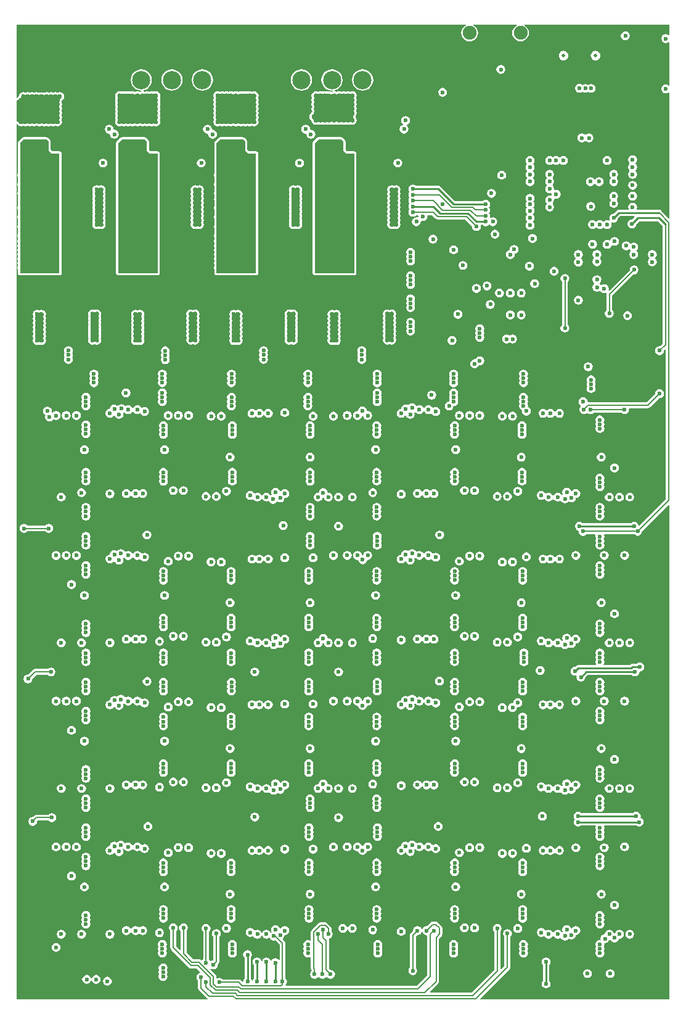
<source format=gbl>
%FSLAX44Y44*%
%MOMM*%
G71*
G01*
G75*
G04 Layer_Physical_Order=4*
G04 Layer_Color=16711680*
%ADD10C,0.6000*%
G04:AMPARAMS|DCode=11|XSize=1.4mm|YSize=1.2mm|CornerRadius=0.198mm|HoleSize=0mm|Usage=FLASHONLY|Rotation=90.000|XOffset=0mm|YOffset=0mm|HoleType=Round|Shape=RoundedRectangle|*
%AMROUNDEDRECTD11*
21,1,1.4000,0.8040,0,0,90.0*
21,1,1.0040,1.2000,0,0,90.0*
1,1,0.3960,0.4020,0.5020*
1,1,0.3960,0.4020,-0.5020*
1,1,0.3960,-0.4020,-0.5020*
1,1,0.3960,-0.4020,0.5020*
%
%ADD11ROUNDEDRECTD11*%
G04:AMPARAMS|DCode=12|XSize=1mm|YSize=0.9mm|CornerRadius=0.198mm|HoleSize=0mm|Usage=FLASHONLY|Rotation=180.000|XOffset=0mm|YOffset=0mm|HoleType=Round|Shape=RoundedRectangle|*
%AMROUNDEDRECTD12*
21,1,1.0000,0.5040,0,0,180.0*
21,1,0.6040,0.9000,0,0,180.0*
1,1,0.3960,-0.3020,0.2520*
1,1,0.3960,0.3020,0.2520*
1,1,0.3960,0.3020,-0.2520*
1,1,0.3960,-0.3020,-0.2520*
%
%ADD12ROUNDEDRECTD12*%
G04:AMPARAMS|DCode=13|XSize=1.05mm|YSize=0.65mm|CornerRadius=0.2015mm|HoleSize=0mm|Usage=FLASHONLY|Rotation=0.000|XOffset=0mm|YOffset=0mm|HoleType=Round|Shape=RoundedRectangle|*
%AMROUNDEDRECTD13*
21,1,1.0500,0.2470,0,0,0.0*
21,1,0.6470,0.6500,0,0,0.0*
1,1,0.4030,0.3235,-0.1235*
1,1,0.4030,-0.3235,-0.1235*
1,1,0.4030,-0.3235,0.1235*
1,1,0.4030,0.3235,0.1235*
%
%ADD13ROUNDEDRECTD13*%
G04:AMPARAMS|DCode=14|XSize=1mm|YSize=0.9mm|CornerRadius=0.198mm|HoleSize=0mm|Usage=FLASHONLY|Rotation=90.000|XOffset=0mm|YOffset=0mm|HoleType=Round|Shape=RoundedRectangle|*
%AMROUNDEDRECTD14*
21,1,1.0000,0.5040,0,0,90.0*
21,1,0.6040,0.9000,0,0,90.0*
1,1,0.3960,0.2520,0.3020*
1,1,0.3960,0.2520,-0.3020*
1,1,0.3960,-0.2520,-0.3020*
1,1,0.3960,-0.2520,0.3020*
%
%ADD14ROUNDEDRECTD14*%
G04:AMPARAMS|DCode=15|XSize=1mm|YSize=0.95mm|CornerRadius=0.1995mm|HoleSize=0mm|Usage=FLASHONLY|Rotation=270.000|XOffset=0mm|YOffset=0mm|HoleType=Round|Shape=RoundedRectangle|*
%AMROUNDEDRECTD15*
21,1,1.0000,0.5510,0,0,270.0*
21,1,0.6010,0.9500,0,0,270.0*
1,1,0.3990,-0.2755,-0.3005*
1,1,0.3990,-0.2755,0.3005*
1,1,0.3990,0.2755,0.3005*
1,1,0.3990,0.2755,-0.3005*
%
%ADD15ROUNDEDRECTD15*%
%ADD16C,1.0000*%
%ADD17O,1.5000X0.3000*%
%ADD18O,0.3000X1.5000*%
G04:AMPARAMS|DCode=19|XSize=2.5mm|YSize=2mm|CornerRadius=0.2mm|HoleSize=0mm|Usage=FLASHONLY|Rotation=270.000|XOffset=0mm|YOffset=0mm|HoleType=Round|Shape=RoundedRectangle|*
%AMROUNDEDRECTD19*
21,1,2.5000,1.6000,0,0,270.0*
21,1,2.1000,2.0000,0,0,270.0*
1,1,0.4000,-0.8000,-1.0500*
1,1,0.4000,-0.8000,1.0500*
1,1,0.4000,0.8000,1.0500*
1,1,0.4000,0.8000,-1.0500*
%
%ADD19ROUNDEDRECTD19*%
G04:AMPARAMS|DCode=20|XSize=2.3mm|YSize=0.5mm|CornerRadius=0.2mm|HoleSize=0mm|Usage=FLASHONLY|Rotation=270.000|XOffset=0mm|YOffset=0mm|HoleType=Round|Shape=RoundedRectangle|*
%AMROUNDEDRECTD20*
21,1,2.3000,0.1000,0,0,270.0*
21,1,1.9000,0.5000,0,0,270.0*
1,1,0.4000,-0.0500,-0.9500*
1,1,0.4000,-0.0500,0.9500*
1,1,0.4000,0.0500,0.9500*
1,1,0.4000,0.0500,-0.9500*
%
%ADD20ROUNDEDRECTD20*%
G04:AMPARAMS|DCode=21|XSize=2.5mm|YSize=1.7mm|CornerRadius=0.204mm|HoleSize=0mm|Usage=FLASHONLY|Rotation=0.000|XOffset=0mm|YOffset=0mm|HoleType=Round|Shape=RoundedRectangle|*
%AMROUNDEDRECTD21*
21,1,2.5000,1.2920,0,0,0.0*
21,1,2.0920,1.7000,0,0,0.0*
1,1,0.4080,1.0460,-0.6460*
1,1,0.4080,-1.0460,-0.6460*
1,1,0.4080,-1.0460,0.6460*
1,1,0.4080,1.0460,0.6460*
%
%ADD21ROUNDEDRECTD21*%
G04:AMPARAMS|DCode=22|XSize=1.1mm|YSize=0.8mm|CornerRadius=0.268mm|HoleSize=0mm|Usage=FLASHONLY|Rotation=0.000|XOffset=0mm|YOffset=0mm|HoleType=Round|Shape=RoundedRectangle|*
%AMROUNDEDRECTD22*
21,1,1.1000,0.2640,0,0,0.0*
21,1,0.5640,0.8000,0,0,0.0*
1,1,0.5360,0.2820,-0.1320*
1,1,0.5360,-0.2820,-0.1320*
1,1,0.5360,-0.2820,0.1320*
1,1,0.5360,0.2820,0.1320*
%
%ADD22ROUNDEDRECTD22*%
G04:AMPARAMS|DCode=23|XSize=1.1mm|YSize=0.6mm|CornerRadius=0.201mm|HoleSize=0mm|Usage=FLASHONLY|Rotation=0.000|XOffset=0mm|YOffset=0mm|HoleType=Round|Shape=RoundedRectangle|*
%AMROUNDEDRECTD23*
21,1,1.1000,0.1980,0,0,0.0*
21,1,0.6980,0.6000,0,0,0.0*
1,1,0.4020,0.3490,-0.0990*
1,1,0.4020,-0.3490,-0.0990*
1,1,0.4020,-0.3490,0.0990*
1,1,0.4020,0.3490,0.0990*
%
%ADD23ROUNDEDRECTD23*%
G04:AMPARAMS|DCode=24|XSize=1.2mm|YSize=1.2mm|CornerRadius=0.198mm|HoleSize=0mm|Usage=FLASHONLY|Rotation=0.000|XOffset=0mm|YOffset=0mm|HoleType=Round|Shape=RoundedRectangle|*
%AMROUNDEDRECTD24*
21,1,1.2000,0.8040,0,0,0.0*
21,1,0.8040,1.2000,0,0,0.0*
1,1,0.3960,0.4020,-0.4020*
1,1,0.3960,-0.4020,-0.4020*
1,1,0.3960,-0.4020,0.4020*
1,1,0.3960,0.4020,0.4020*
%
%ADD24ROUNDEDRECTD24*%
G04:AMPARAMS|DCode=25|XSize=1.45mm|YSize=1.15mm|CornerRadius=0.2013mm|HoleSize=0mm|Usage=FLASHONLY|Rotation=180.000|XOffset=0mm|YOffset=0mm|HoleType=Round|Shape=RoundedRectangle|*
%AMROUNDEDRECTD25*
21,1,1.4500,0.7475,0,0,180.0*
21,1,1.0475,1.1500,0,0,180.0*
1,1,0.4025,-0.5238,0.3738*
1,1,0.4025,0.5238,0.3738*
1,1,0.4025,0.5238,-0.3738*
1,1,0.4025,-0.5238,-0.3738*
%
%ADD25ROUNDEDRECTD25*%
G04:AMPARAMS|DCode=26|XSize=1mm|YSize=0.95mm|CornerRadius=0.1995mm|HoleSize=0mm|Usage=FLASHONLY|Rotation=180.000|XOffset=0mm|YOffset=0mm|HoleType=Round|Shape=RoundedRectangle|*
%AMROUNDEDRECTD26*
21,1,1.0000,0.5510,0,0,180.0*
21,1,0.6010,0.9500,0,0,180.0*
1,1,0.3990,-0.3005,0.2755*
1,1,0.3990,0.3005,0.2755*
1,1,0.3990,0.3005,-0.2755*
1,1,0.3990,-0.3005,-0.2755*
%
%ADD26ROUNDEDRECTD26*%
G04:AMPARAMS|DCode=27|XSize=1.45mm|YSize=1.15mm|CornerRadius=0.2013mm|HoleSize=0mm|Usage=FLASHONLY|Rotation=270.000|XOffset=0mm|YOffset=0mm|HoleType=Round|Shape=RoundedRectangle|*
%AMROUNDEDRECTD27*
21,1,1.4500,0.7475,0,0,270.0*
21,1,1.0475,1.1500,0,0,270.0*
1,1,0.4025,-0.3738,-0.5238*
1,1,0.4025,-0.3738,0.5238*
1,1,0.4025,0.3738,0.5238*
1,1,0.4025,0.3738,-0.5238*
%
%ADD27ROUNDEDRECTD27*%
G04:AMPARAMS|DCode=28|XSize=0.62mm|YSize=0.62mm|CornerRadius=0.1488mm|HoleSize=0mm|Usage=FLASHONLY|Rotation=0.000|XOffset=0mm|YOffset=0mm|HoleType=Round|Shape=RoundedRectangle|*
%AMROUNDEDRECTD28*
21,1,0.6200,0.3224,0,0,0.0*
21,1,0.3224,0.6200,0,0,0.0*
1,1,0.2976,0.1612,-0.1612*
1,1,0.2976,-0.1612,-0.1612*
1,1,0.2976,-0.1612,0.1612*
1,1,0.2976,0.1612,0.1612*
%
%ADD28ROUNDEDRECTD28*%
G04:AMPARAMS|DCode=29|XSize=2.7mm|YSize=1.15mm|CornerRadius=0.2013mm|HoleSize=0mm|Usage=FLASHONLY|Rotation=0.000|XOffset=0mm|YOffset=0mm|HoleType=Round|Shape=RoundedRectangle|*
%AMROUNDEDRECTD29*
21,1,2.7000,0.7475,0,0,0.0*
21,1,2.2975,1.1500,0,0,0.0*
1,1,0.4025,1.1487,-0.3738*
1,1,0.4025,-1.1487,-0.3738*
1,1,0.4025,-1.1487,0.3738*
1,1,0.4025,1.1487,0.3738*
%
%ADD29ROUNDEDRECTD29*%
G04:AMPARAMS|DCode=30|XSize=2.7mm|YSize=1.15mm|CornerRadius=0.2013mm|HoleSize=0mm|Usage=FLASHONLY|Rotation=270.000|XOffset=0mm|YOffset=0mm|HoleType=Round|Shape=RoundedRectangle|*
%AMROUNDEDRECTD30*
21,1,2.7000,0.7475,0,0,270.0*
21,1,2.2975,1.1500,0,0,270.0*
1,1,0.4025,-0.3738,-1.1487*
1,1,0.4025,-0.3738,1.1487*
1,1,0.4025,0.3738,1.1487*
1,1,0.4025,0.3738,-1.1487*
%
%ADD30ROUNDEDRECTD30*%
G04:AMPARAMS|DCode=31|XSize=0.65mm|YSize=0.5mm|CornerRadius=0.2mm|HoleSize=0mm|Usage=FLASHONLY|Rotation=0.000|XOffset=0mm|YOffset=0mm|HoleType=Round|Shape=RoundedRectangle|*
%AMROUNDEDRECTD31*
21,1,0.6500,0.1000,0,0,0.0*
21,1,0.2500,0.5000,0,0,0.0*
1,1,0.4000,0.1250,-0.0500*
1,1,0.4000,-0.1250,-0.0500*
1,1,0.4000,-0.1250,0.0500*
1,1,0.4000,0.1250,0.0500*
%
%ADD31ROUNDEDRECTD31*%
G04:AMPARAMS|DCode=32|XSize=3.3mm|YSize=2.5mm|CornerRadius=0.2mm|HoleSize=0mm|Usage=FLASHONLY|Rotation=180.000|XOffset=0mm|YOffset=0mm|HoleType=Round|Shape=RoundedRectangle|*
%AMROUNDEDRECTD32*
21,1,3.3000,2.1000,0,0,180.0*
21,1,2.9000,2.5000,0,0,180.0*
1,1,0.4000,-1.4500,1.0500*
1,1,0.4000,1.4500,1.0500*
1,1,0.4000,1.4500,-1.0500*
1,1,0.4000,-1.4500,-1.0500*
%
%ADD32ROUNDEDRECTD32*%
G04:AMPARAMS|DCode=33|XSize=6.5mm|YSize=5mm|CornerRadius=0.25mm|HoleSize=0mm|Usage=FLASHONLY|Rotation=0.000|XOffset=0mm|YOffset=0mm|HoleType=Round|Shape=RoundedRectangle|*
%AMROUNDEDRECTD33*
21,1,6.5000,4.5000,0,0,0.0*
21,1,6.0000,5.0000,0,0,0.0*
1,1,0.5000,3.0000,-2.2500*
1,1,0.5000,-3.0000,-2.2500*
1,1,0.5000,-3.0000,2.2500*
1,1,0.5000,3.0000,2.2500*
%
%ADD33ROUNDEDRECTD33*%
%ADD34O,0.5000X1.3500*%
%ADD35O,1.3500X0.5000*%
G04:AMPARAMS|DCode=36|XSize=1.75mm|YSize=1.05mm|CornerRadius=0.1995mm|HoleSize=0mm|Usage=FLASHONLY|Rotation=90.000|XOffset=0mm|YOffset=0mm|HoleType=Round|Shape=RoundedRectangle|*
%AMROUNDEDRECTD36*
21,1,1.7500,0.6510,0,0,90.0*
21,1,1.3510,1.0500,0,0,90.0*
1,1,0.3990,0.3255,0.6755*
1,1,0.3990,0.3255,-0.6755*
1,1,0.3990,-0.3255,-0.6755*
1,1,0.3990,-0.3255,0.6755*
%
%ADD36ROUNDEDRECTD36*%
G04:AMPARAMS|DCode=37|XSize=1.75mm|YSize=1.05mm|CornerRadius=0.1995mm|HoleSize=0mm|Usage=FLASHONLY|Rotation=180.000|XOffset=0mm|YOffset=0mm|HoleType=Round|Shape=RoundedRectangle|*
%AMROUNDEDRECTD37*
21,1,1.7500,0.6510,0,0,180.0*
21,1,1.3510,1.0500,0,0,180.0*
1,1,0.3990,-0.6755,0.3255*
1,1,0.3990,0.6755,0.3255*
1,1,0.3990,0.6755,-0.3255*
1,1,0.3990,-0.6755,-0.3255*
%
%ADD37ROUNDEDRECTD37*%
G04:AMPARAMS|DCode=38|XSize=0.7mm|YSize=0.25mm|CornerRadius=0.0838mm|HoleSize=0mm|Usage=FLASHONLY|Rotation=0.000|XOffset=0mm|YOffset=0mm|HoleType=Round|Shape=RoundedRectangle|*
%AMROUNDEDRECTD38*
21,1,0.7000,0.0825,0,0,0.0*
21,1,0.5325,0.2500,0,0,0.0*
1,1,0.1675,0.2662,-0.0413*
1,1,0.1675,-0.2662,-0.0413*
1,1,0.1675,-0.2662,0.0413*
1,1,0.1675,0.2662,0.0413*
%
%ADD38ROUNDEDRECTD38*%
G04:AMPARAMS|DCode=39|XSize=1.35mm|YSize=1.65mm|CornerRadius=0.27mm|HoleSize=0mm|Usage=FLASHONLY|Rotation=90.000|XOffset=0mm|YOffset=0mm|HoleType=Round|Shape=RoundedRectangle|*
%AMROUNDEDRECTD39*
21,1,1.3500,1.1100,0,0,90.0*
21,1,0.8100,1.6500,0,0,90.0*
1,1,0.5400,0.5550,0.4050*
1,1,0.5400,0.5550,-0.4050*
1,1,0.5400,-0.5550,-0.4050*
1,1,0.5400,-0.5550,0.4050*
%
%ADD39ROUNDEDRECTD39*%
%ADD40O,1.5500X0.6000*%
G04:AMPARAMS|DCode=41|XSize=3.95mm|YSize=1.2mm|CornerRadius=0.198mm|HoleSize=0mm|Usage=FLASHONLY|Rotation=90.000|XOffset=0mm|YOffset=0mm|HoleType=Round|Shape=RoundedRectangle|*
%AMROUNDEDRECTD41*
21,1,3.9500,0.8040,0,0,90.0*
21,1,3.5540,1.2000,0,0,90.0*
1,1,0.3960,0.4020,1.7770*
1,1,0.3960,0.4020,-1.7770*
1,1,0.3960,-0.4020,-1.7770*
1,1,0.3960,-0.4020,1.7770*
%
%ADD41ROUNDEDRECTD41*%
G04:AMPARAMS|DCode=42|XSize=11.3mm|YSize=10.75mm|CornerRadius=0.215mm|HoleSize=0mm|Usage=FLASHONLY|Rotation=90.000|XOffset=0mm|YOffset=0mm|HoleType=Round|Shape=RoundedRectangle|*
%AMROUNDEDRECTD42*
21,1,11.3000,10.3200,0,0,90.0*
21,1,10.8700,10.7500,0,0,90.0*
1,1,0.4300,5.1600,5.4350*
1,1,0.4300,5.1600,-5.4350*
1,1,0.4300,-5.1600,-5.4350*
1,1,0.4300,-5.1600,5.4350*
%
%ADD42ROUNDEDRECTD42*%
G04:AMPARAMS|DCode=43|XSize=2.85mm|YSize=1mm|CornerRadius=0.2mm|HoleSize=0mm|Usage=FLASHONLY|Rotation=90.000|XOffset=0mm|YOffset=0mm|HoleType=Round|Shape=RoundedRectangle|*
%AMROUNDEDRECTD43*
21,1,2.8500,0.6000,0,0,90.0*
21,1,2.4500,1.0000,0,0,90.0*
1,1,0.4000,0.3000,1.2250*
1,1,0.4000,0.3000,-1.2250*
1,1,0.4000,-0.3000,-1.2250*
1,1,0.4000,-0.3000,1.2250*
%
%ADD43ROUNDEDRECTD43*%
G04:AMPARAMS|DCode=44|XSize=6.45mm|YSize=6mm|CornerRadius=0.21mm|HoleSize=0mm|Usage=FLASHONLY|Rotation=90.000|XOffset=0mm|YOffset=0mm|HoleType=Round|Shape=RoundedRectangle|*
%AMROUNDEDRECTD44*
21,1,6.4500,5.5800,0,0,90.0*
21,1,6.0300,6.0000,0,0,90.0*
1,1,0.4200,2.7900,3.0150*
1,1,0.4200,2.7900,-3.0150*
1,1,0.4200,-2.7900,-3.0150*
1,1,0.4200,-2.7900,3.0150*
%
%ADD44ROUNDEDRECTD44*%
%ADD45O,0.6000X1.5500*%
G04:AMPARAMS|DCode=46|XSize=4.9mm|YSize=1.6mm|CornerRadius=0.2mm|HoleSize=0mm|Usage=FLASHONLY|Rotation=270.000|XOffset=0mm|YOffset=0mm|HoleType=Round|Shape=RoundedRectangle|*
%AMROUNDEDRECTD46*
21,1,4.9000,1.2000,0,0,270.0*
21,1,4.5000,1.6000,0,0,270.0*
1,1,0.4000,-0.6000,-2.2500*
1,1,0.4000,-0.6000,2.2500*
1,1,0.4000,0.6000,2.2500*
1,1,0.4000,0.6000,-2.2500*
%
%ADD46ROUNDEDRECTD46*%
%ADD47R,1.3000X1.3000*%
%ADD48C,1.3000*%
%ADD49O,0.3000X1.0000*%
%ADD50O,1.0000X0.3000*%
%ADD51R,0.3500X0.3500*%
%ADD52C,0.2000*%
%ADD53C,0.5000*%
%ADD54C,0.2500*%
%ADD55C,0.8000*%
%ADD56C,2.0000*%
%ADD57C,1.0000*%
%ADD58C,0.3500*%
%ADD59C,0.6000*%
%ADD60C,0.2540*%
%ADD61C,6.0000*%
%ADD62C,1.9000*%
%ADD63C,0.5000*%
%ADD64C,2.5000*%
%ADD65C,4.5000*%
G36*
X-1372Y1324614D02*
X-2642Y1323973D01*
X-4108Y1324952D01*
X-6449Y1325418D01*
X-8791Y1324952D01*
X-10775Y1323626D01*
X-12101Y1321642D01*
X-12567Y1319301D01*
X-12101Y1316960D01*
X-10775Y1314975D01*
X-8791Y1313649D01*
X-6449Y1313183D01*
X-4108Y1313649D01*
X-2642Y1314628D01*
X-1372Y1313987D01*
Y1255614D01*
X-2642Y1254973D01*
X-4108Y1255953D01*
X-6449Y1256418D01*
X-8791Y1255953D01*
X-10775Y1254626D01*
X-12101Y1252642D01*
X-12567Y1250301D01*
X-12101Y1247960D01*
X-10775Y1245975D01*
X-8791Y1244649D01*
X-6449Y1244183D01*
X-4108Y1244649D01*
X-2642Y1245628D01*
X-1372Y1244987D01*
Y1073299D01*
X-2546Y1072813D01*
X-11710Y1081978D01*
X-12436Y1083064D01*
X-13842Y1084003D01*
X-15500Y1084333D01*
X-45887D01*
X-46486Y1085453D01*
X-46348Y1085659D01*
X-45883Y1088000D01*
X-46348Y1090341D01*
X-47674Y1092326D01*
X-49659Y1093652D01*
X-52000Y1094118D01*
X-54341Y1093652D01*
X-56326Y1092326D01*
X-57652Y1090341D01*
X-58117Y1088000D01*
X-57652Y1085659D01*
X-57515Y1085453D01*
X-58113Y1084333D01*
X-71000D01*
X-72658Y1084003D01*
X-73221Y1083627D01*
X-74064Y1083064D01*
X-78013Y1079115D01*
X-80341Y1078652D01*
X-82326Y1077326D01*
X-83652Y1075341D01*
X-84117Y1073000D01*
X-83652Y1070659D01*
X-83468Y1070383D01*
X-84383Y1069468D01*
X-84659Y1069652D01*
X-87000Y1070117D01*
X-89341Y1069652D01*
X-91202Y1068408D01*
X-91638Y1068267D01*
X-92362D01*
X-92798Y1068408D01*
X-94659Y1069652D01*
X-97000Y1070117D01*
X-99341Y1069652D01*
X-101202Y1068408D01*
X-101638Y1068267D01*
X-102362D01*
X-102798Y1068408D01*
X-104659Y1069652D01*
X-107000Y1070117D01*
X-109341Y1069652D01*
X-111326Y1068326D01*
X-112652Y1066341D01*
X-113118Y1064000D01*
X-112652Y1061659D01*
X-111326Y1059674D01*
X-109341Y1058348D01*
X-107000Y1057883D01*
X-104659Y1058348D01*
X-102798Y1059592D01*
X-102362Y1059733D01*
X-101638D01*
X-101202Y1059592D01*
X-99341Y1058348D01*
X-97000Y1057883D01*
X-94659Y1058348D01*
X-92798Y1059592D01*
X-92362Y1059733D01*
X-91638D01*
X-91202Y1059592D01*
X-89341Y1058348D01*
X-87000Y1057883D01*
X-84659Y1058348D01*
X-82674Y1059674D01*
X-81348Y1061659D01*
X-80883Y1064000D01*
X-81348Y1066341D01*
X-81532Y1066617D01*
X-80617Y1067532D01*
X-80341Y1067348D01*
X-78000Y1066882D01*
X-75659Y1067348D01*
X-73674Y1068674D01*
X-72348Y1070659D01*
X-71885Y1072987D01*
X-69205Y1075667D01*
X-50121D01*
X-49635Y1074493D01*
X-53013Y1071115D01*
X-55341Y1070652D01*
X-57326Y1069326D01*
X-58652Y1067341D01*
X-59117Y1065000D01*
X-58652Y1062659D01*
X-57326Y1060674D01*
X-55341Y1059348D01*
X-53000Y1058883D01*
X-50659Y1059348D01*
X-48674Y1060674D01*
X-47348Y1062659D01*
X-46885Y1064987D01*
X-43205Y1068667D01*
X-17795D01*
X-11078Y1061950D01*
Y900689D01*
X-14708Y897059D01*
X-15000Y897117D01*
X-17341Y896652D01*
X-19326Y895326D01*
X-20652Y893341D01*
X-21117Y891000D01*
X-20652Y888659D01*
X-19326Y886674D01*
X-17341Y885348D01*
X-15000Y884883D01*
X-12659Y885348D01*
X-10674Y886674D01*
X-9348Y888659D01*
X-8882Y891000D01*
X-8941Y891292D01*
X-7502Y892731D01*
X-6328Y892245D01*
Y746507D01*
X-6578Y745250D01*
X-6578Y745250D01*
Y687189D01*
X-42783Y650984D01*
X-44161Y651402D01*
X-44348Y652341D01*
X-45674Y654326D01*
X-47659Y655652D01*
X-50000Y656117D01*
X-52341Y655652D01*
X-54314Y654333D01*
X-120686D01*
X-122659Y655652D01*
X-125000Y656117D01*
X-127341Y655652D01*
X-129326Y654326D01*
X-130652Y652341D01*
X-131117Y650000D01*
X-130652Y647659D01*
X-129326Y645674D01*
X-127341Y644348D01*
X-126787Y644238D01*
X-126081Y643182D01*
X-126117Y643000D01*
X-125652Y640659D01*
X-124326Y638674D01*
X-122341Y637348D01*
X-120000Y636883D01*
X-117659Y637348D01*
X-115674Y638674D01*
X-115509Y638922D01*
X-103675D01*
X-102789Y637652D01*
X-103118Y636000D01*
X-102652Y633659D01*
X-102212Y633000D01*
X-102652Y632341D01*
X-103118Y630000D01*
X-102652Y627659D01*
X-102212Y627000D01*
X-102652Y626341D01*
X-103118Y624000D01*
X-102652Y621659D01*
X-101326Y619674D01*
X-99341Y618348D01*
X-97000Y617882D01*
X-94659Y618348D01*
X-92674Y619674D01*
X-91348Y621659D01*
X-90882Y624000D01*
X-91348Y626341D01*
X-91788Y627000D01*
X-91348Y627659D01*
X-90882Y630000D01*
X-91348Y632341D01*
X-91788Y633000D01*
X-91348Y633659D01*
X-90882Y636000D01*
X-91211Y637652D01*
X-90325Y638922D01*
X-49491D01*
X-49326Y638674D01*
X-47341Y637348D01*
X-45000Y636883D01*
X-42659Y637348D01*
X-40674Y638674D01*
X-39348Y640659D01*
X-38883Y643000D01*
X-38940Y643292D01*
X-2546Y679687D01*
X-1372Y679201D01*
Y372D01*
X-261201D01*
X-261687Y1546D01*
X-221116Y42116D01*
X-221116Y42116D01*
X-220232Y43439D01*
X-220181Y43698D01*
X-219922Y45000D01*
X-219922Y45000D01*
Y86509D01*
X-219674Y86674D01*
X-218348Y88659D01*
X-217882Y91000D01*
X-218348Y93341D01*
X-219674Y95326D01*
X-221659Y96652D01*
X-224000Y97118D01*
X-226341Y96652D01*
X-228326Y95326D01*
X-229652Y93341D01*
X-230117Y91000D01*
X-229652Y88659D01*
X-228326Y86674D01*
X-228078Y86509D01*
Y46689D01*
X-232748Y42019D01*
X-233922Y42505D01*
Y93509D01*
X-233674Y93674D01*
X-232348Y95659D01*
X-231882Y98000D01*
X-232348Y100341D01*
X-233674Y102326D01*
X-235659Y103652D01*
X-238000Y104117D01*
X-240341Y103652D01*
X-242326Y102326D01*
X-243652Y100341D01*
X-244118Y98000D01*
X-243652Y95659D01*
X-242326Y93674D01*
X-242078Y93509D01*
Y41689D01*
X-273689Y10078D01*
X-329995D01*
X-330481Y11252D01*
X-319116Y22616D01*
X-318232Y23939D01*
X-318181Y24198D01*
X-317922Y25500D01*
X-317922Y25500D01*
Y83811D01*
X-314616Y87116D01*
X-314616Y87116D01*
X-314025Y88000D01*
X-313732Y88439D01*
X-313422Y90000D01*
X-313422Y90000D01*
Y98500D01*
X-313422Y98500D01*
X-313681Y99802D01*
X-313732Y100061D01*
X-314616Y101384D01*
X-319616Y106384D01*
X-320939Y107268D01*
X-321198Y107319D01*
X-322500Y107578D01*
X-322500Y107578D01*
X-326500D01*
X-328061Y107268D01*
X-329384Y106384D01*
X-329384Y106384D01*
X-334708Y101060D01*
X-335000Y101118D01*
X-337341Y100652D01*
X-339326Y99326D01*
X-340576Y97455D01*
X-341250Y97395D01*
X-341924Y97455D01*
X-343174Y99326D01*
X-345159Y100652D01*
X-347500Y101118D01*
X-349841Y100652D01*
X-351826Y99326D01*
X-353152Y97341D01*
X-353618Y95000D01*
X-353559Y94708D01*
X-356884Y91384D01*
X-357768Y90061D01*
X-357819Y89802D01*
X-358078Y88500D01*
X-358078Y88500D01*
Y44491D01*
X-358326Y44326D01*
X-359652Y42341D01*
X-360117Y40000D01*
X-359652Y37659D01*
X-358326Y35674D01*
X-356341Y34348D01*
X-354000Y33883D01*
X-351659Y34348D01*
X-349674Y35674D01*
X-348348Y37659D01*
X-347882Y40000D01*
X-348348Y42341D01*
X-349674Y44326D01*
X-349922Y44491D01*
Y86811D01*
X-347792Y88940D01*
X-347500Y88883D01*
X-345159Y89348D01*
X-343174Y90674D01*
X-341924Y92545D01*
X-341250Y92605D01*
X-340576Y92545D01*
X-339326Y90674D01*
X-337341Y89348D01*
X-335000Y88883D01*
X-334078Y88126D01*
Y33689D01*
X-348689Y19078D01*
X-528062D01*
X-528307Y19392D01*
X-528674Y20674D01*
X-527348Y22659D01*
X-526883Y25000D01*
X-527348Y27341D01*
X-528674Y29326D01*
X-528922Y29491D01*
Y77515D01*
X-529232Y79075D01*
X-530116Y80399D01*
X-530116Y80399D01*
X-532595Y82878D01*
X-532471Y84142D01*
X-531674Y84674D01*
X-530348Y86659D01*
X-529902Y88902D01*
X-527659Y89348D01*
X-525674Y90674D01*
X-524348Y92659D01*
X-523882Y95000D01*
X-524348Y97341D01*
X-525674Y99326D01*
X-527659Y100652D01*
X-530000Y101118D01*
X-532341Y100652D01*
X-534326Y99326D01*
X-535346Y97799D01*
X-536694Y98067D01*
X-536848Y98841D01*
X-538174Y100826D01*
X-540159Y102152D01*
X-542500Y102618D01*
X-544841Y102152D01*
X-546826Y100826D01*
X-548152Y98841D01*
X-548618Y96500D01*
X-548152Y94159D01*
X-547436Y93088D01*
X-548858Y92138D01*
X-549348Y92341D01*
X-550674Y94326D01*
X-552659Y95652D01*
X-555000Y96117D01*
X-557341Y95652D01*
X-559326Y94326D01*
X-560576Y92455D01*
X-561250Y92395D01*
X-561924Y92455D01*
X-563174Y94326D01*
X-565159Y95652D01*
X-567500Y96117D01*
X-569841Y95652D01*
X-570699Y95079D01*
X-572309Y95531D01*
X-573174Y96826D01*
X-575159Y98152D01*
X-577500Y98618D01*
X-579841Y98152D01*
X-581826Y96826D01*
X-583152Y94841D01*
X-583618Y92500D01*
X-583152Y90159D01*
X-581826Y88174D01*
X-579841Y86848D01*
X-577500Y86383D01*
X-575159Y86848D01*
X-574301Y87421D01*
X-572691Y86969D01*
X-571826Y85674D01*
X-569841Y84348D01*
X-567500Y83883D01*
X-565159Y84348D01*
X-563174Y85674D01*
X-561924Y87545D01*
X-561250Y87605D01*
X-560576Y87545D01*
X-559326Y85674D01*
X-557341Y84348D01*
X-555000Y83883D01*
X-552659Y84348D01*
X-551142Y85362D01*
X-550652Y85159D01*
X-549326Y83174D01*
X-547341Y81848D01*
X-545000Y81383D01*
X-543028Y81775D01*
X-537078Y75826D01*
Y55223D01*
X-538348Y54838D01*
X-538674Y55326D01*
X-540659Y56652D01*
X-543000Y57118D01*
X-545341Y56652D01*
X-547326Y55326D01*
X-548037Y54261D01*
X-548775Y54306D01*
X-549430Y54463D01*
X-550674Y56326D01*
X-552659Y57652D01*
X-555000Y58117D01*
X-557341Y57652D01*
X-559326Y56326D01*
X-560652Y54341D01*
X-560853Y53332D01*
X-562147D01*
X-562348Y54341D01*
X-563674Y56326D01*
X-565659Y57652D01*
X-568000Y58117D01*
X-570341Y57652D01*
X-572326Y56326D01*
X-573652Y54341D01*
X-574118Y52000D01*
X-573652Y49659D01*
X-572333Y47685D01*
Y29314D01*
X-573652Y27341D01*
X-573853Y26332D01*
X-575147D01*
X-575348Y27341D01*
X-576667Y29314D01*
Y57685D01*
X-575348Y59659D01*
X-574883Y62000D01*
X-575348Y64341D01*
X-576674Y66326D01*
X-578659Y67652D01*
X-581000Y68117D01*
X-583341Y67652D01*
X-585326Y66326D01*
X-586652Y64341D01*
X-587118Y62000D01*
X-586652Y59659D01*
X-585333Y57685D01*
Y29314D01*
X-586652Y27341D01*
X-587005Y25568D01*
X-588334Y25102D01*
X-590116Y26884D01*
X-591439Y27768D01*
X-591698Y27819D01*
X-593000Y28078D01*
X-593000Y28078D01*
X-615509D01*
X-615674Y28326D01*
X-617659Y29652D01*
X-620000Y30117D01*
X-622341Y29652D01*
X-622802Y29344D01*
X-623922Y29943D01*
Y32000D01*
X-623922Y32000D01*
X-624232Y33561D01*
X-624525Y34000D01*
X-625116Y34884D01*
X-625116Y34884D01*
X-632487Y42254D01*
X-631677Y43241D01*
X-630341Y42348D01*
X-628000Y41883D01*
X-625659Y42348D01*
X-623674Y43674D01*
X-622348Y45659D01*
X-621882Y48000D01*
X-621940Y48292D01*
X-621116Y49116D01*
X-621116Y49116D01*
X-620232Y50439D01*
X-619922Y52000D01*
Y86509D01*
X-619674Y86674D01*
X-618348Y88659D01*
X-617882Y91000D01*
X-618348Y93341D01*
X-619674Y95326D01*
X-621659Y96652D01*
X-624000Y97118D01*
X-626341Y96652D01*
X-628326Y95326D01*
X-629652Y93341D01*
X-630117Y91000D01*
X-629652Y88659D01*
X-628326Y86674D01*
X-628078Y86509D01*
Y54102D01*
X-630341Y53652D01*
X-631111Y53137D01*
X-632446Y53488D01*
X-633674Y55326D01*
X-633922Y55491D01*
Y93509D01*
X-633674Y93674D01*
X-632348Y95659D01*
X-631883Y98000D01*
X-632348Y100341D01*
X-633674Y102326D01*
X-635659Y103652D01*
X-638000Y104117D01*
X-640341Y103652D01*
X-642326Y102326D01*
X-643652Y100341D01*
X-644118Y98000D01*
X-643652Y95659D01*
X-642326Y93674D01*
X-642078Y93509D01*
Y55491D01*
X-642326Y55326D01*
X-643064Y54220D01*
X-644328Y54096D01*
X-644973Y54740D01*
X-646296Y55624D01*
X-646555Y55676D01*
X-647857Y55935D01*
X-647857Y55935D01*
X-656025D01*
X-664922Y64831D01*
Y94509D01*
X-664674Y94674D01*
X-663348Y96659D01*
X-662883Y99000D01*
X-663348Y101341D01*
X-664674Y103326D01*
X-666659Y104652D01*
X-669000Y105118D01*
X-671341Y104652D01*
X-673326Y103326D01*
X-674652Y101341D01*
X-675117Y99000D01*
X-674652Y96659D01*
X-673326Y94674D01*
X-673078Y94509D01*
Y68991D01*
X-674252Y68505D01*
X-678922Y73175D01*
Y94509D01*
X-678674Y94674D01*
X-677348Y96659D01*
X-676882Y99000D01*
X-677348Y101341D01*
X-678674Y103326D01*
X-680659Y104652D01*
X-683000Y105118D01*
X-685341Y104652D01*
X-687326Y103326D01*
X-688652Y101341D01*
X-689118Y99000D01*
X-688652Y96659D01*
X-687326Y94674D01*
X-687078Y94509D01*
Y71485D01*
X-687078Y71485D01*
X-686819Y70184D01*
X-686768Y69925D01*
X-685884Y68601D01*
X-661399Y44116D01*
X-660076Y43232D01*
X-658515Y42922D01*
X-658515Y42922D01*
X-650689D01*
X-645984Y38217D01*
X-646402Y36839D01*
X-647341Y36652D01*
X-649326Y35326D01*
X-650652Y33341D01*
X-651117Y31000D01*
X-650652Y28659D01*
X-649326Y26674D01*
X-649078Y26509D01*
Y16000D01*
X-649078Y16000D01*
X-648819Y14698D01*
X-648768Y14439D01*
X-647884Y13116D01*
X-637134Y2366D01*
X-637134Y2366D01*
X-636051Y1642D01*
X-636237Y434D01*
X-636262Y372D01*
X-898628D01*
Y1201833D01*
X-897358Y1202218D01*
X-896326Y1200674D01*
X-894341Y1199348D01*
X-892000Y1198883D01*
X-889659Y1199348D01*
X-889000Y1199788D01*
X-888341Y1199348D01*
X-886000Y1198883D01*
X-883659Y1199348D01*
X-883000Y1199788D01*
X-882341Y1199348D01*
X-880000Y1198883D01*
X-877659Y1199348D01*
X-877000Y1199788D01*
X-876341Y1199348D01*
X-874000Y1198883D01*
X-871659Y1199348D01*
X-870500Y1200123D01*
X-869341Y1199348D01*
X-867000Y1198883D01*
X-864659Y1199348D01*
X-863500Y1200123D01*
X-862341Y1199348D01*
X-860000Y1198883D01*
X-857659Y1199348D01*
X-857000Y1199788D01*
X-856341Y1199348D01*
X-854000Y1198883D01*
X-851659Y1199348D01*
X-851000Y1199788D01*
X-850341Y1199348D01*
X-848000Y1198883D01*
X-845659Y1199348D01*
X-845000Y1199788D01*
X-844341Y1199348D01*
X-842000Y1198883D01*
X-839659Y1199348D01*
X-837674Y1200674D01*
X-836348Y1202659D01*
X-835882Y1205000D01*
X-836348Y1207341D01*
X-836788Y1208000D01*
X-836348Y1208659D01*
X-835882Y1211000D01*
X-836348Y1213341D01*
X-836788Y1214000D01*
X-836348Y1214659D01*
X-835882Y1217000D01*
X-836348Y1219341D01*
X-836788Y1220000D01*
X-836348Y1220659D01*
X-835882Y1223000D01*
X-836348Y1225341D01*
X-836788Y1226000D01*
X-836348Y1226659D01*
X-835882Y1229000D01*
X-836348Y1231341D01*
X-836788Y1232000D01*
X-836348Y1232659D01*
X-835913Y1234846D01*
X-834674Y1235674D01*
X-833348Y1237659D01*
X-832883Y1240000D01*
X-833348Y1242341D01*
X-834674Y1244326D01*
X-836659Y1245652D01*
X-839000Y1246117D01*
X-841341Y1245652D01*
X-842000Y1245212D01*
X-842659Y1245652D01*
X-845000Y1246117D01*
X-847341Y1245652D01*
X-848000Y1245212D01*
X-848659Y1245652D01*
X-851000Y1246117D01*
X-853341Y1245652D01*
X-854000Y1245212D01*
X-854659Y1245652D01*
X-857000Y1246117D01*
X-859341Y1245652D01*
X-860500Y1244877D01*
X-861659Y1245652D01*
X-864000Y1246117D01*
X-866341Y1245652D01*
X-867500Y1244877D01*
X-868659Y1245652D01*
X-871000Y1246117D01*
X-873341Y1245652D01*
X-874000Y1245212D01*
X-874659Y1245652D01*
X-877000Y1246117D01*
X-879341Y1245652D01*
X-880000Y1245212D01*
X-880659Y1245652D01*
X-883000Y1246117D01*
X-885341Y1245652D01*
X-886000Y1245212D01*
X-886659Y1245652D01*
X-889000Y1246117D01*
X-891341Y1245652D01*
X-893326Y1244326D01*
X-894652Y1242341D01*
X-895087Y1240153D01*
X-896326Y1239326D01*
X-897358Y1237782D01*
X-898628Y1238167D01*
Y1338628D01*
X-281298D01*
X-281045Y1337358D01*
X-281800Y1337045D01*
X-284202Y1335202D01*
X-286045Y1332800D01*
X-287204Y1330002D01*
X-287599Y1327000D01*
X-287204Y1323998D01*
X-286045Y1321200D01*
X-284202Y1318798D01*
X-281800Y1316955D01*
X-279002Y1315796D01*
X-276000Y1315401D01*
X-272998Y1315796D01*
X-270200Y1316955D01*
X-267798Y1318798D01*
X-265955Y1321200D01*
X-264796Y1323998D01*
X-264401Y1327000D01*
X-264796Y1330002D01*
X-265955Y1332800D01*
X-267798Y1335202D01*
X-270200Y1337045D01*
X-270954Y1337358D01*
X-270702Y1338628D01*
X-211298D01*
X-211045Y1337358D01*
X-211800Y1337045D01*
X-214202Y1335202D01*
X-216045Y1332800D01*
X-217204Y1330002D01*
X-217599Y1327000D01*
X-217204Y1323998D01*
X-216045Y1321200D01*
X-214202Y1318798D01*
X-211800Y1316955D01*
X-209002Y1315796D01*
X-206000Y1315401D01*
X-202998Y1315796D01*
X-200200Y1316955D01*
X-197798Y1318798D01*
X-195955Y1321200D01*
X-194796Y1323998D01*
X-194401Y1327000D01*
X-194796Y1330002D01*
X-195955Y1332800D01*
X-197798Y1335202D01*
X-200200Y1337045D01*
X-200954Y1337358D01*
X-200702Y1338628D01*
X-1372D01*
Y1324614D01*
D02*
G37*
G36*
X-862852Y1242771D02*
X-862199Y1242334D01*
X-862010Y1242256D01*
X-861097Y1241878D01*
X-860500Y1241878D01*
X-859903Y1241878D01*
X-858801Y1242334D01*
X-858801Y1242334D01*
X-858801Y1242334D01*
X-858148Y1242771D01*
X-857000Y1242999D01*
X-855852Y1242771D01*
X-855699Y1242668D01*
X-855699Y1242668D01*
X-855243Y1242479D01*
X-854597Y1242212D01*
X-854597D01*
X-854597Y1242212D01*
X-854199Y1242212D01*
X-853403Y1242212D01*
X-852301Y1242668D01*
X-852301Y1242668D01*
X-852148Y1242771D01*
X-851000Y1242999D01*
X-849852Y1242771D01*
X-849699Y1242668D01*
X-849699Y1242668D01*
X-849699Y1242668D01*
X-848786Y1242290D01*
X-848597Y1242212D01*
X-848597Y1242212D01*
X-848000Y1242212D01*
X-847403Y1242212D01*
X-847403Y1242212D01*
X-847348Y1242234D01*
X-846301Y1242668D01*
X-846301Y1242668D01*
X-846301Y1242668D01*
X-846148Y1242771D01*
X-845000Y1242999D01*
X-843852Y1242771D01*
X-843699Y1242668D01*
X-843432Y1242558D01*
X-842597Y1242212D01*
X-841801Y1242212D01*
X-841403Y1242212D01*
X-841403Y1242212D01*
X-841403D01*
X-840757Y1242479D01*
X-840301Y1242668D01*
X-840301Y1242668D01*
X-840148Y1242771D01*
X-839000Y1242999D01*
X-837852Y1242771D01*
X-836880Y1242121D01*
X-836229Y1241148D01*
X-836001Y1240000D01*
X-836229Y1238852D01*
X-836880Y1237879D01*
X-837612Y1237390D01*
X-838456Y1236546D01*
X-838913Y1235443D01*
Y1235443D01*
X-839229Y1233852D01*
X-839332Y1233699D01*
X-839788Y1232597D01*
X-839788Y1231801D01*
X-839788Y1231403D01*
X-839332Y1230301D01*
X-839229Y1230148D01*
X-839001Y1229000D01*
X-839229Y1227852D01*
X-839332Y1227699D01*
X-839443Y1227432D01*
X-839788Y1226597D01*
X-839788Y1225801D01*
X-839788Y1225403D01*
X-839788Y1225403D01*
Y1225403D01*
X-839521Y1224757D01*
X-839332Y1224301D01*
X-839332Y1224301D01*
X-839229Y1224148D01*
X-839001Y1223000D01*
X-839229Y1221852D01*
X-839332Y1221699D01*
X-839332Y1221699D01*
X-839332Y1221699D01*
X-839710Y1220786D01*
X-839788Y1220597D01*
X-839788Y1220597D01*
X-839788Y1220000D01*
X-839788Y1219403D01*
X-839788Y1219403D01*
X-839765Y1219348D01*
X-839332Y1218301D01*
X-839332Y1218301D01*
X-839332Y1218301D01*
X-839229Y1218148D01*
X-839001Y1217000D01*
X-839229Y1215852D01*
X-839332Y1215699D01*
X-839332Y1215699D01*
X-839521Y1215243D01*
X-839788Y1214597D01*
Y1214597D01*
X-839788Y1214597D01*
X-839788Y1214199D01*
X-839788Y1213403D01*
X-839332Y1212301D01*
X-839332Y1212301D01*
X-839229Y1212148D01*
X-839001Y1211000D01*
X-839229Y1209852D01*
X-839332Y1209699D01*
X-839332Y1209699D01*
X-839332Y1209699D01*
X-839710Y1208786D01*
X-839788Y1208597D01*
X-839788Y1208597D01*
X-839788Y1208000D01*
X-839788Y1207403D01*
X-839788Y1207403D01*
X-839765Y1207348D01*
X-839332Y1206301D01*
X-839332Y1206301D01*
X-839332Y1206301D01*
X-839229Y1206148D01*
X-839001Y1205000D01*
X-839229Y1203852D01*
X-839880Y1202879D01*
X-840852Y1202229D01*
X-842000Y1202001D01*
X-843148Y1202229D01*
X-843301Y1202332D01*
X-843301Y1202332D01*
X-843757Y1202521D01*
X-844403Y1202788D01*
X-844403D01*
X-844403Y1202788D01*
X-844801Y1202788D01*
X-845597Y1202788D01*
X-846699Y1202332D01*
X-846699Y1202332D01*
X-846852Y1202229D01*
X-848000Y1202001D01*
X-849148Y1202229D01*
X-849301Y1202332D01*
X-849301Y1202332D01*
X-849301Y1202332D01*
X-850214Y1202710D01*
X-850403Y1202788D01*
X-850403Y1202788D01*
X-851000Y1202788D01*
X-851597Y1202788D01*
X-851597Y1202788D01*
X-851652Y1202765D01*
X-852699Y1202332D01*
X-852699Y1202332D01*
X-852699Y1202332D01*
X-852852Y1202229D01*
X-854000Y1202001D01*
X-855148Y1202229D01*
X-855301Y1202332D01*
X-855568Y1202442D01*
X-856403Y1202788D01*
X-857199Y1202788D01*
X-857597Y1202788D01*
X-857597Y1202788D01*
X-857597D01*
X-858243Y1202521D01*
X-858699Y1202332D01*
X-858699Y1202332D01*
X-858852Y1202229D01*
X-860000Y1202001D01*
X-861148Y1202229D01*
X-861801Y1202666D01*
X-861801Y1202666D01*
X-862903Y1203122D01*
X-863500Y1203122D01*
X-864097Y1203122D01*
X-865199Y1202666D01*
X-865199Y1202666D01*
X-865852Y1202229D01*
X-867000Y1202001D01*
X-868148Y1202229D01*
X-868801Y1202666D01*
X-869029Y1202760D01*
X-869903Y1203122D01*
X-870699Y1203122D01*
X-871097Y1203122D01*
X-871420Y1202989D01*
X-872199Y1202666D01*
X-872852Y1202229D01*
X-874000Y1202001D01*
X-875148Y1202229D01*
X-875301Y1202332D01*
X-875301Y1202332D01*
X-875301Y1202332D01*
X-876214Y1202710D01*
X-876403Y1202788D01*
X-876403Y1202788D01*
X-877000Y1202788D01*
X-877597Y1202788D01*
X-877597Y1202788D01*
X-877652Y1202765D01*
X-878699Y1202332D01*
X-878699Y1202332D01*
X-878699Y1202332D01*
X-878852Y1202229D01*
X-880000Y1202001D01*
X-881148Y1202229D01*
X-881301Y1202332D01*
X-881568Y1202442D01*
X-882403Y1202788D01*
X-883199Y1202788D01*
X-883597Y1202788D01*
X-883597Y1202788D01*
X-883597D01*
X-884243Y1202521D01*
X-884699Y1202332D01*
X-884699Y1202332D01*
X-884852Y1202229D01*
X-886000Y1202001D01*
X-887148Y1202229D01*
X-887301Y1202332D01*
X-887301Y1202332D01*
X-887301Y1202332D01*
X-888214Y1202710D01*
X-888403Y1202788D01*
X-888403Y1202788D01*
X-889000Y1202788D01*
X-889597Y1202788D01*
X-889597Y1202788D01*
X-889652Y1202765D01*
X-890699Y1202332D01*
X-890699Y1202332D01*
X-890699Y1202332D01*
X-890852Y1202229D01*
X-892000Y1202001D01*
X-893148Y1202229D01*
X-894120Y1202879D01*
X-894814Y1203918D01*
X-894922Y1204025D01*
X-894993Y1204159D01*
X-895340Y1204444D01*
X-895658Y1204762D01*
X-895798Y1204820D01*
X-895916Y1204916D01*
X-896346Y1205046D01*
X-896761Y1205219D01*
X-896913D01*
X-897058Y1205263D01*
X-897358Y1205233D01*
X-897589Y1205293D01*
X-898518Y1206113D01*
X-898628Y1206287D01*
Y1233713D01*
X-898518Y1233887D01*
X-897589Y1234708D01*
X-897358Y1234767D01*
X-897058Y1234737D01*
X-896913Y1234781D01*
X-896761D01*
X-896346Y1234953D01*
X-895916Y1235084D01*
X-895798Y1235180D01*
X-895658Y1235238D01*
X-895340Y1235556D01*
X-894993Y1235841D01*
X-894922Y1235975D01*
X-894814Y1236082D01*
X-894120Y1237121D01*
X-893388Y1237610D01*
X-892544Y1238454D01*
X-892087Y1239557D01*
Y1239557D01*
X-891771Y1241148D01*
X-891121Y1242121D01*
X-890148Y1242771D01*
X-889000Y1242999D01*
X-887852Y1242771D01*
X-887699Y1242668D01*
X-887699Y1242668D01*
X-887699Y1242668D01*
X-886786Y1242290D01*
X-886597Y1242212D01*
X-886597Y1242212D01*
X-886000Y1242212D01*
X-885403Y1242212D01*
X-885403Y1242212D01*
X-885348Y1242234D01*
X-884301Y1242668D01*
X-884301Y1242668D01*
X-884301Y1242668D01*
X-884148Y1242771D01*
X-883000Y1242999D01*
X-881852Y1242771D01*
X-881699Y1242668D01*
X-881699Y1242668D01*
X-881243Y1242479D01*
X-880597Y1242212D01*
X-880597D01*
X-880597Y1242212D01*
X-880199Y1242212D01*
X-879403Y1242212D01*
X-878301Y1242668D01*
X-878301Y1242668D01*
X-878148Y1242771D01*
X-877000Y1242999D01*
X-875852Y1242771D01*
X-875699Y1242668D01*
X-875699Y1242668D01*
X-875699Y1242668D01*
X-874786Y1242290D01*
X-874597Y1242212D01*
X-874597Y1242212D01*
X-874000Y1242212D01*
X-873403Y1242212D01*
X-873403Y1242212D01*
X-873348Y1242234D01*
X-872301Y1242668D01*
X-872301Y1242668D01*
X-872301Y1242668D01*
X-872148Y1242771D01*
X-871000Y1242999D01*
X-869852Y1242771D01*
X-869199Y1242334D01*
X-869199Y1242334D01*
X-868097Y1241878D01*
X-867301Y1241878D01*
X-866903Y1241878D01*
X-866903Y1241878D01*
X-866903D01*
X-866257Y1242145D01*
X-865801Y1242334D01*
X-865801Y1242334D01*
X-865148Y1242771D01*
X-864000Y1242999D01*
X-862852Y1242771D01*
D02*
G37*
%LPC*%
G36*
X-463000Y416118D02*
X-465341Y415652D01*
X-467326Y414326D01*
X-468652Y412341D01*
X-469118Y410000D01*
X-468652Y407659D01*
X-467326Y405674D01*
X-465341Y404348D01*
X-463000Y403882D01*
X-460659Y404348D01*
X-458674Y405674D01*
X-457348Y407659D01*
X-456882Y410000D01*
X-457348Y412341D01*
X-458674Y414326D01*
X-460659Y415652D01*
X-463000Y416118D01*
D02*
G37*
G36*
X-816000D02*
X-818341Y415652D01*
X-820326Y414326D01*
X-821652Y412341D01*
X-822117Y410000D01*
X-821652Y407659D01*
X-820326Y405674D01*
X-818341Y404348D01*
X-816000Y403882D01*
X-813659Y404348D01*
X-811674Y405674D01*
X-810348Y407659D01*
X-809883Y410000D01*
X-810348Y412341D01*
X-811674Y414326D01*
X-813659Y415652D01*
X-816000Y416118D01*
D02*
G37*
G36*
X-830000D02*
X-832341Y415652D01*
X-834326Y414326D01*
X-835652Y412341D01*
X-836117Y410000D01*
X-835652Y407659D01*
X-834326Y405674D01*
X-832341Y404348D01*
X-830000Y403882D01*
X-827659Y404348D01*
X-825674Y405674D01*
X-824348Y407659D01*
X-823883Y410000D01*
X-824348Y412341D01*
X-825674Y414326D01*
X-827659Y415652D01*
X-830000Y416118D01*
D02*
G37*
G36*
X-444000D02*
X-446341Y415652D01*
X-448326Y414326D01*
X-449652Y412341D01*
X-450118Y410000D01*
X-449652Y407659D01*
X-448326Y405674D01*
X-446341Y404348D01*
X-444000Y403882D01*
X-441659Y404348D01*
X-439674Y405674D01*
X-438348Y407659D01*
X-437882Y410000D01*
X-438348Y412341D01*
X-439674Y414326D01*
X-441659Y415652D01*
X-444000Y416118D01*
D02*
G37*
G36*
X-552500Y411118D02*
X-554841Y410652D01*
X-556826Y409326D01*
X-558076Y407455D01*
X-558750Y407395D01*
X-559424Y407455D01*
X-560674Y409326D01*
X-562659Y410652D01*
X-565000Y411118D01*
X-567341Y410652D01*
X-569326Y409326D01*
X-569365Y409267D01*
X-570635D01*
X-570674Y409326D01*
X-572659Y410652D01*
X-575000Y411118D01*
X-577341Y410652D01*
X-579326Y409326D01*
X-580652Y407341D01*
X-581118Y405000D01*
X-580652Y402659D01*
X-579326Y400674D01*
X-577341Y399348D01*
X-575000Y398882D01*
X-572659Y399348D01*
X-570798Y400592D01*
X-570362Y400733D01*
X-569638D01*
X-569202Y400592D01*
X-567341Y399348D01*
X-565000Y398882D01*
X-562659Y399348D01*
X-560674Y400674D01*
X-559424Y402545D01*
X-558750Y402605D01*
X-558076Y402545D01*
X-556826Y400674D01*
X-554841Y399348D01*
X-552500Y398882D01*
X-550159Y399348D01*
X-548174Y400674D01*
X-546848Y402659D01*
X-546382Y405000D01*
X-546848Y407341D01*
X-548174Y409326D01*
X-550159Y410652D01*
X-552500Y411118D01*
D02*
G37*
G36*
X-90999Y416118D02*
X-93340Y415652D01*
X-95325Y414326D01*
X-96651Y412342D01*
X-97117Y410001D01*
X-96651Y407659D01*
X-95325Y405675D01*
X-93340Y404349D01*
X-90999Y403883D01*
X-88658Y404349D01*
X-86673Y405675D01*
X-85347Y407659D01*
X-84881Y410001D01*
X-85347Y412342D01*
X-86673Y414326D01*
X-88658Y415652D01*
X-90999Y416118D01*
D02*
G37*
G36*
X-63000Y416118D02*
X-65341Y415652D01*
X-67326Y414326D01*
X-68652Y412341D01*
X-69117Y410000D01*
X-68652Y407659D01*
X-67326Y405674D01*
X-65341Y404348D01*
X-63000Y403882D01*
X-60659Y404348D01*
X-58674Y405674D01*
X-57348Y407659D01*
X-56883Y410000D01*
X-57348Y412341D01*
X-58674Y414326D01*
X-60659Y415652D01*
X-63000Y416118D01*
D02*
G37*
G36*
X-676000Y415118D02*
X-678341Y414652D01*
X-680326Y413326D01*
X-681652Y411341D01*
X-682117Y409000D01*
X-681652Y406659D01*
X-680326Y404674D01*
X-678341Y403348D01*
X-676000Y402882D01*
X-673659Y403348D01*
X-671674Y404674D01*
X-670348Y406659D01*
X-669883Y409000D01*
X-670348Y411341D01*
X-671674Y413326D01*
X-673659Y414652D01*
X-676000Y415118D01*
D02*
G37*
G36*
X-662000D02*
X-664341Y414652D01*
X-666326Y413326D01*
X-667652Y411341D01*
X-668118Y409000D01*
X-667652Y406659D01*
X-666326Y404674D01*
X-664341Y403348D01*
X-662000Y402882D01*
X-659659Y403348D01*
X-657674Y404674D01*
X-656348Y406659D01*
X-655882Y409000D01*
X-656348Y411341D01*
X-657674Y413326D01*
X-659659Y414652D01*
X-662000Y415118D01*
D02*
G37*
G36*
X-529998Y412119D02*
X-532339Y411653D01*
X-534324Y410327D01*
X-535650Y408342D01*
X-536116Y406001D01*
X-535650Y403660D01*
X-534324Y401675D01*
X-532339Y400349D01*
X-529998Y399884D01*
X-527657Y400349D01*
X-525672Y401675D01*
X-524346Y403660D01*
X-523881Y406001D01*
X-524346Y408342D01*
X-525672Y410327D01*
X-527657Y411653D01*
X-529998Y412119D01*
D02*
G37*
G36*
X-490998D02*
X-493339Y411653D01*
X-495324Y410327D01*
X-496650Y408342D01*
X-497116Y406001D01*
X-496650Y403660D01*
X-495324Y401675D01*
X-493339Y400349D01*
X-490998Y399884D01*
X-488657Y400349D01*
X-486672Y401675D01*
X-485346Y403660D01*
X-484881Y406001D01*
X-485346Y408342D01*
X-486672Y410327D01*
X-488657Y411653D01*
X-490998Y412119D01*
D02*
G37*
G36*
X-130000Y416118D02*
X-132341Y415652D01*
X-134326Y414326D01*
X-135652Y412341D01*
X-136117Y410000D01*
X-135652Y407659D01*
X-134326Y405674D01*
X-132341Y404348D01*
X-130000Y403882D01*
X-127659Y404348D01*
X-125674Y405674D01*
X-124348Y407659D01*
X-123883Y410000D01*
X-124348Y412341D01*
X-125674Y414326D01*
X-127659Y415652D01*
X-130000Y416118D01*
D02*
G37*
G36*
X-844000Y416118D02*
X-846341Y415652D01*
X-848326Y414326D01*
X-849652Y412341D01*
X-850118Y410000D01*
X-849652Y407659D01*
X-848326Y405674D01*
X-846341Y404348D01*
X-844000Y403882D01*
X-841659Y404348D01*
X-839674Y405674D01*
X-838348Y407659D01*
X-837883Y410000D01*
X-838348Y412341D01*
X-839674Y414326D01*
X-841659Y415652D01*
X-844000Y416118D01*
D02*
G37*
G36*
X-276000Y415118D02*
X-278341Y414652D01*
X-280326Y413326D01*
X-281652Y411341D01*
X-282118Y409000D01*
X-281652Y406659D01*
X-280326Y404674D01*
X-278341Y403348D01*
X-276000Y402882D01*
X-273659Y403348D01*
X-271674Y404674D01*
X-270348Y406659D01*
X-269883Y409000D01*
X-270348Y411341D01*
X-271674Y413326D01*
X-273659Y414652D01*
X-276000Y415118D01*
D02*
G37*
G36*
X-262000D02*
X-264341Y414652D01*
X-266326Y413326D01*
X-267652Y411341D01*
X-268118Y409000D01*
X-267652Y406659D01*
X-266326Y404674D01*
X-264341Y403348D01*
X-262000Y402882D01*
X-259659Y403348D01*
X-257674Y404674D01*
X-256348Y406659D01*
X-255882Y409000D01*
X-256348Y411341D01*
X-257674Y413326D01*
X-259659Y414652D01*
X-262000Y415118D01*
D02*
G37*
G36*
X-203000Y442118D02*
X-205341Y441652D01*
X-207326Y440326D01*
X-208652Y438341D01*
X-209118Y436000D01*
X-208652Y433659D01*
X-208212Y433000D01*
X-208652Y432341D01*
X-209118Y430000D01*
X-208652Y427659D01*
X-208212Y427000D01*
X-208652Y426341D01*
X-209118Y424000D01*
X-208652Y421659D01*
X-207326Y419674D01*
X-205341Y418348D01*
X-203000Y417882D01*
X-200659Y418348D01*
X-198674Y419674D01*
X-197348Y421659D01*
X-196882Y424000D01*
X-197348Y426341D01*
X-197788Y427000D01*
X-197348Y427659D01*
X-196882Y430000D01*
X-197348Y432341D01*
X-197788Y433000D01*
X-197348Y433659D01*
X-196882Y436000D01*
X-197348Y438341D01*
X-198674Y440326D01*
X-200659Y441652D01*
X-203000Y442118D01*
D02*
G37*
G36*
X-296500D02*
X-298841Y441652D01*
X-300826Y440326D01*
X-302152Y438341D01*
X-302618Y436000D01*
X-302152Y433659D01*
X-301712Y433000D01*
X-302152Y432341D01*
X-302618Y430000D01*
X-302152Y427659D01*
X-301712Y427000D01*
X-302152Y426341D01*
X-302618Y424000D01*
X-302152Y421659D01*
X-300826Y419674D01*
X-298841Y418348D01*
X-296500Y417882D01*
X-294159Y418348D01*
X-292174Y419674D01*
X-290848Y421659D01*
X-290382Y424000D01*
X-290848Y426341D01*
X-291288Y427000D01*
X-290848Y427659D01*
X-290382Y430000D01*
X-290848Y432341D01*
X-291288Y433000D01*
X-290848Y433659D01*
X-290382Y436000D01*
X-290848Y438341D01*
X-292174Y440326D01*
X-294159Y441652D01*
X-296500Y442118D01*
D02*
G37*
G36*
X-403000D02*
X-405341Y441652D01*
X-407326Y440326D01*
X-408652Y438341D01*
X-409118Y436000D01*
X-408652Y433659D01*
X-408212Y433000D01*
X-408652Y432341D01*
X-409118Y430000D01*
X-408652Y427659D01*
X-408212Y427000D01*
X-408652Y426341D01*
X-409118Y424000D01*
X-408652Y421659D01*
X-407326Y419674D01*
X-405341Y418348D01*
X-403000Y417882D01*
X-400659Y418348D01*
X-398674Y419674D01*
X-397348Y421659D01*
X-396883Y424000D01*
X-397348Y426341D01*
X-397788Y427000D01*
X-397348Y427659D01*
X-396883Y430000D01*
X-397348Y432341D01*
X-397788Y433000D01*
X-397348Y433659D01*
X-396883Y436000D01*
X-397348Y438341D01*
X-398674Y440326D01*
X-400659Y441652D01*
X-403000Y442118D01*
D02*
G37*
G36*
X-97000D02*
X-99341Y441652D01*
X-101326Y440326D01*
X-102652Y438341D01*
X-103118Y436000D01*
X-102652Y433659D01*
X-102212Y433000D01*
X-102652Y432341D01*
X-103118Y430000D01*
X-102652Y427659D01*
X-102212Y427000D01*
X-102652Y426341D01*
X-103118Y424000D01*
X-102652Y421659D01*
X-101326Y419674D01*
X-99341Y418348D01*
X-97000Y417882D01*
X-94659Y418348D01*
X-92674Y419674D01*
X-91348Y421659D01*
X-90882Y424000D01*
X-91348Y426341D01*
X-91788Y427000D01*
X-91348Y427659D01*
X-90882Y430000D01*
X-91348Y432341D01*
X-91788Y433000D01*
X-91348Y433659D01*
X-90882Y436000D01*
X-91348Y438341D01*
X-92674Y440326D01*
X-94659Y441652D01*
X-97000Y442118D01*
D02*
G37*
G36*
X-571000Y456118D02*
X-573341Y455652D01*
X-575326Y454326D01*
X-576652Y452341D01*
X-577118Y450000D01*
X-576652Y447659D01*
X-575326Y445674D01*
X-573341Y444348D01*
X-571000Y443882D01*
X-568659Y444348D01*
X-566674Y445674D01*
X-565348Y447659D01*
X-564883Y450000D01*
X-565348Y452341D01*
X-566674Y454326D01*
X-568659Y455652D01*
X-571000Y456118D01*
D02*
G37*
G36*
X-317500Y443618D02*
X-319841Y443152D01*
X-321826Y441826D01*
X-323152Y439841D01*
X-323618Y437500D01*
X-323152Y435159D01*
X-321826Y433174D01*
X-319841Y431848D01*
X-317500Y431382D01*
X-315159Y431848D01*
X-313174Y433174D01*
X-311848Y435159D01*
X-311383Y437500D01*
X-311848Y439841D01*
X-313174Y441826D01*
X-315159Y443152D01*
X-317500Y443618D01*
D02*
G37*
G36*
X-719000Y443117D02*
X-721341Y442652D01*
X-723326Y441326D01*
X-724652Y439341D01*
X-725117Y437000D01*
X-724652Y434659D01*
X-723326Y432674D01*
X-721341Y431348D01*
X-719000Y430882D01*
X-716659Y431348D01*
X-714674Y432674D01*
X-713348Y434659D01*
X-712883Y437000D01*
X-713348Y439341D01*
X-714674Y441326D01*
X-716659Y442652D01*
X-719000Y443117D01*
D02*
G37*
G36*
X-603000Y442118D02*
X-605341Y441652D01*
X-607326Y440326D01*
X-608652Y438341D01*
X-609118Y436000D01*
X-608652Y433659D01*
X-608212Y433000D01*
X-608652Y432341D01*
X-609118Y430000D01*
X-608652Y427659D01*
X-608212Y427000D01*
X-608652Y426341D01*
X-609118Y424000D01*
X-608652Y421659D01*
X-607326Y419674D01*
X-605341Y418348D01*
X-603000Y417882D01*
X-600659Y418348D01*
X-598674Y419674D01*
X-597348Y421659D01*
X-596882Y424000D01*
X-597348Y426341D01*
X-597788Y427000D01*
X-597348Y427659D01*
X-596882Y430000D01*
X-597348Y432341D01*
X-597788Y433000D01*
X-597348Y433659D01*
X-596882Y436000D01*
X-597348Y438341D01*
X-598674Y440326D01*
X-600659Y441652D01*
X-603000Y442118D01*
D02*
G37*
G36*
X-755000Y418618D02*
X-757341Y418152D01*
X-759326Y416826D01*
X-759627Y416375D01*
X-760873Y416127D01*
X-761659Y416652D01*
X-764000Y417118D01*
X-766341Y416652D01*
X-768326Y415326D01*
X-769652Y413341D01*
X-770098Y411098D01*
X-772341Y410652D01*
X-774326Y409326D01*
X-775652Y407341D01*
X-776117Y405000D01*
X-775652Y402659D01*
X-774326Y400674D01*
X-772341Y399348D01*
X-770000Y398882D01*
X-767659Y399348D01*
X-765674Y400674D01*
X-764577Y402316D01*
X-763251Y402159D01*
X-763152Y401659D01*
X-761826Y399674D01*
X-759841Y398348D01*
X-757500Y397882D01*
X-755159Y398348D01*
X-753174Y399674D01*
X-751848Y401659D01*
X-751383Y404000D01*
X-751764Y405916D01*
X-751053Y407005D01*
X-750228Y407024D01*
X-749326Y405674D01*
X-747341Y404348D01*
X-745000Y403882D01*
X-742659Y404348D01*
X-740674Y405674D01*
X-739424Y407545D01*
X-738750Y407605D01*
X-738076Y407545D01*
X-736826Y405674D01*
X-734841Y404348D01*
X-732500Y403882D01*
X-730159Y404348D01*
X-729301Y404921D01*
X-727691Y404469D01*
X-726826Y403174D01*
X-724841Y401848D01*
X-722500Y401382D01*
X-720159Y401848D01*
X-718174Y403174D01*
X-716848Y405159D01*
X-716383Y407500D01*
X-716848Y409841D01*
X-718174Y411826D01*
X-720159Y413152D01*
X-722500Y413618D01*
X-724841Y413152D01*
X-725699Y412579D01*
X-727309Y413031D01*
X-728174Y414326D01*
X-730159Y415652D01*
X-732500Y416118D01*
X-734841Y415652D01*
X-736826Y414326D01*
X-738076Y412455D01*
X-738750Y412395D01*
X-739424Y412455D01*
X-740674Y414326D01*
X-742659Y415652D01*
X-745000Y416118D01*
X-747341Y415652D01*
X-748858Y414638D01*
X-749348Y414841D01*
X-750674Y416826D01*
X-752659Y418152D01*
X-755000Y418618D01*
D02*
G37*
G36*
X-416000Y416118D02*
X-418341Y415652D01*
X-420326Y414326D01*
X-421652Y412341D01*
X-421881Y411190D01*
X-423000Y410118D01*
X-424119Y411190D01*
X-424348Y412341D01*
X-425674Y414326D01*
X-427659Y415652D01*
X-430000Y416118D01*
X-432341Y415652D01*
X-434326Y414326D01*
X-435652Y412341D01*
X-436118Y410000D01*
X-435652Y407659D01*
X-434326Y405674D01*
X-432341Y404348D01*
X-430000Y403882D01*
X-428881Y402810D01*
X-428652Y401659D01*
X-427326Y399674D01*
X-425341Y398348D01*
X-423000Y397882D01*
X-420659Y398348D01*
X-418674Y399674D01*
X-417348Y401659D01*
X-417119Y402810D01*
X-416000Y403882D01*
X-413659Y404348D01*
X-411674Y405674D01*
X-410348Y407659D01*
X-409883Y410000D01*
X-410348Y412341D01*
X-411674Y414326D01*
X-413659Y415652D01*
X-416000Y416118D01*
D02*
G37*
G36*
X-152500Y411118D02*
X-154841Y410652D01*
X-156826Y409326D01*
X-158076Y407455D01*
X-158750Y407395D01*
X-159424Y407455D01*
X-160674Y409326D01*
X-162659Y410652D01*
X-165000Y411118D01*
X-167341Y410652D01*
X-169326Y409326D01*
X-169365Y409267D01*
X-170635D01*
X-170674Y409326D01*
X-172659Y410652D01*
X-175000Y411118D01*
X-177341Y410652D01*
X-179326Y409326D01*
X-180652Y407341D01*
X-181117Y405000D01*
X-180652Y402659D01*
X-179326Y400674D01*
X-177341Y399348D01*
X-175000Y398882D01*
X-172659Y399348D01*
X-170674Y400674D01*
X-170635Y400733D01*
X-169365D01*
X-169326Y400674D01*
X-167341Y399348D01*
X-165000Y398882D01*
X-162659Y399348D01*
X-160674Y400674D01*
X-159424Y402545D01*
X-158750Y402605D01*
X-158076Y402545D01*
X-156826Y400674D01*
X-154841Y399348D01*
X-152500Y398882D01*
X-150159Y399348D01*
X-148174Y400674D01*
X-146848Y402659D01*
X-146383Y405000D01*
X-146848Y407341D01*
X-148174Y409326D01*
X-150159Y410652D01*
X-152500Y411118D01*
D02*
G37*
G36*
X-355000Y418618D02*
X-357341Y418152D01*
X-359326Y416826D01*
X-359627Y416375D01*
X-360873Y416127D01*
X-361659Y416652D01*
X-364000Y417118D01*
X-366341Y416652D01*
X-368326Y415326D01*
X-369652Y413341D01*
X-370098Y411098D01*
X-372341Y410652D01*
X-374326Y409326D01*
X-375652Y407341D01*
X-376118Y405000D01*
X-375652Y402659D01*
X-374326Y400674D01*
X-372341Y399348D01*
X-370000Y398882D01*
X-367659Y399348D01*
X-365674Y400674D01*
X-364654Y402201D01*
X-363306Y401933D01*
X-363152Y401159D01*
X-361826Y399174D01*
X-359841Y397848D01*
X-357500Y397383D01*
X-355159Y397848D01*
X-353174Y399174D01*
X-351848Y401159D01*
X-351382Y403500D01*
X-351848Y405841D01*
X-352074Y406179D01*
X-351412Y407091D01*
X-350157Y406919D01*
X-349326Y405674D01*
X-347341Y404348D01*
X-345000Y403882D01*
X-342659Y404348D01*
X-340674Y405674D01*
X-339424Y407545D01*
X-338750Y407605D01*
X-338076Y407545D01*
X-336826Y405674D01*
X-334841Y404348D01*
X-332500Y403882D01*
X-330159Y404348D01*
X-329301Y404921D01*
X-327759Y404571D01*
X-326826Y403174D01*
X-324841Y401848D01*
X-322500Y401382D01*
X-320159Y401848D01*
X-318174Y403174D01*
X-316848Y405159D01*
X-316383Y407500D01*
X-316848Y409841D01*
X-318174Y411826D01*
X-320159Y413152D01*
X-322500Y413618D01*
X-324841Y413152D01*
X-325699Y412579D01*
X-327241Y412929D01*
X-328174Y414326D01*
X-330159Y415652D01*
X-332500Y416118D01*
X-334841Y415652D01*
X-336826Y414326D01*
X-338076Y412455D01*
X-338750Y412395D01*
X-339424Y412455D01*
X-340674Y414326D01*
X-342659Y415652D01*
X-345000Y416118D01*
X-347341Y415652D01*
X-348199Y415079D01*
X-349809Y415531D01*
X-350674Y416826D01*
X-352659Y418152D01*
X-355000Y418618D01*
D02*
G37*
G36*
X-696500Y442118D02*
X-698841Y441652D01*
X-700826Y440326D01*
X-702152Y438341D01*
X-702617Y436000D01*
X-702152Y433659D01*
X-701712Y433000D01*
X-702152Y432341D01*
X-702617Y430000D01*
X-702152Y427659D01*
X-701712Y427000D01*
X-702152Y426341D01*
X-702617Y424000D01*
X-702152Y421659D01*
X-700826Y419674D01*
X-698841Y418348D01*
X-696500Y417882D01*
X-694159Y418348D01*
X-692174Y419674D01*
X-690848Y421659D01*
X-690383Y424000D01*
X-690848Y426341D01*
X-691288Y427000D01*
X-690848Y427659D01*
X-690383Y430000D01*
X-690848Y432341D01*
X-691288Y433000D01*
X-690848Y433659D01*
X-690383Y436000D01*
X-690848Y438341D01*
X-692174Y440326D01*
X-694159Y441652D01*
X-696500Y442118D01*
D02*
G37*
G36*
X-803000D02*
X-805341Y441652D01*
X-807326Y440326D01*
X-808652Y438341D01*
X-809118Y436000D01*
X-808652Y433659D01*
X-808212Y433000D01*
X-808652Y432341D01*
X-809118Y430000D01*
X-808652Y427659D01*
X-808212Y427000D01*
X-808652Y426341D01*
X-809118Y424000D01*
X-808652Y421659D01*
X-807326Y419674D01*
X-805341Y418348D01*
X-803000Y417882D01*
X-800659Y418348D01*
X-798674Y419674D01*
X-797348Y421659D01*
X-796882Y424000D01*
X-797348Y426341D01*
X-797788Y427000D01*
X-797348Y427659D01*
X-796882Y430000D01*
X-797348Y432341D01*
X-797788Y433000D01*
X-797348Y433659D01*
X-796882Y436000D01*
X-797348Y438341D01*
X-798674Y440326D01*
X-800659Y441652D01*
X-803000Y442118D01*
D02*
G37*
G36*
X-497001Y442117D02*
X-499342Y441651D01*
X-501327Y440325D01*
X-502653Y438341D01*
X-503118Y435999D01*
X-502653Y433658D01*
X-502212Y432999D01*
X-502653Y432341D01*
X-503118Y430000D01*
X-502653Y427658D01*
X-502212Y427000D01*
X-502653Y426341D01*
X-503118Y423999D01*
X-502653Y421658D01*
X-501327Y419674D01*
X-499342Y418348D01*
X-497001Y417882D01*
X-494660Y418348D01*
X-492675Y419674D01*
X-491349Y421658D01*
X-490883Y423999D01*
X-491349Y426341D01*
X-491789Y427000D01*
X-491349Y427658D01*
X-490883Y430000D01*
X-491349Y432341D01*
X-491789Y432999D01*
X-491349Y433658D01*
X-490883Y435999D01*
X-491349Y438341D01*
X-492675Y440325D01*
X-494660Y441651D01*
X-497001Y442117D01*
D02*
G37*
G36*
X-95000Y351118D02*
X-97341Y350652D01*
X-99326Y349326D01*
X-100652Y347341D01*
X-101117Y345000D01*
X-100652Y342659D01*
X-99326Y340674D01*
X-97341Y339348D01*
X-95000Y338882D01*
X-92659Y339348D01*
X-90674Y340674D01*
X-89348Y342659D01*
X-88882Y345000D01*
X-89348Y347341D01*
X-90674Y349326D01*
X-92659Y350652D01*
X-95000Y351118D01*
D02*
G37*
G36*
X-205000D02*
X-207341Y350652D01*
X-209326Y349326D01*
X-210652Y347341D01*
X-211117Y345000D01*
X-210652Y342659D01*
X-209326Y340674D01*
X-207341Y339348D01*
X-205000Y338882D01*
X-202659Y339348D01*
X-200674Y340674D01*
X-199348Y342659D01*
X-198883Y345000D01*
X-199348Y347341D01*
X-200674Y349326D01*
X-202659Y350652D01*
X-205000Y351118D01*
D02*
G37*
G36*
X-495000D02*
X-497341Y350652D01*
X-499326Y349326D01*
X-500652Y347341D01*
X-501118Y345000D01*
X-500652Y342659D01*
X-499326Y340674D01*
X-497341Y339348D01*
X-495000Y338882D01*
X-492659Y339348D01*
X-490674Y340674D01*
X-489348Y342659D01*
X-488882Y345000D01*
X-489348Y347341D01*
X-490674Y349326D01*
X-492659Y350652D01*
X-495000Y351118D01*
D02*
G37*
G36*
X-805000Y361118D02*
X-807341Y360652D01*
X-809326Y359326D01*
X-810652Y357341D01*
X-811118Y355000D01*
X-810652Y352659D01*
X-809326Y350674D01*
X-807341Y349348D01*
X-805000Y348882D01*
X-802659Y349348D01*
X-800674Y350674D01*
X-799348Y352659D01*
X-798883Y355000D01*
X-799348Y357341D01*
X-800674Y359326D01*
X-802659Y360652D01*
X-805000Y361118D01*
D02*
G37*
G36*
X-295000D02*
X-297341Y360652D01*
X-299326Y359326D01*
X-300652Y357341D01*
X-301118Y355000D01*
X-300652Y352659D01*
X-299326Y350674D01*
X-297341Y349348D01*
X-295000Y348882D01*
X-292659Y349348D01*
X-290674Y350674D01*
X-289348Y352659D01*
X-288883Y355000D01*
X-289348Y357341D01*
X-290674Y359326D01*
X-292659Y360652D01*
X-295000Y361118D01*
D02*
G37*
G36*
X-405000D02*
X-407341Y360652D01*
X-409326Y359326D01*
X-410652Y357341D01*
X-411118Y355000D01*
X-410652Y352659D01*
X-409326Y350674D01*
X-407341Y349348D01*
X-405000Y348882D01*
X-402659Y349348D01*
X-400674Y350674D01*
X-399348Y352659D01*
X-398882Y355000D01*
X-399348Y357341D01*
X-400674Y359326D01*
X-402659Y360652D01*
X-405000Y361118D01*
D02*
G37*
G36*
X-695000D02*
X-697341Y360652D01*
X-699326Y359326D01*
X-700652Y357341D01*
X-701117Y355000D01*
X-700652Y352659D01*
X-699326Y350674D01*
X-697341Y349348D01*
X-695000Y348882D01*
X-692659Y349348D01*
X-690674Y350674D01*
X-689348Y352659D01*
X-688883Y355000D01*
X-689348Y357341D01*
X-690674Y359326D01*
X-692659Y360652D01*
X-695000Y361118D01*
D02*
G37*
G36*
X-605000Y351118D02*
X-607341Y350652D01*
X-609326Y349326D01*
X-610652Y347341D01*
X-611118Y345000D01*
X-610652Y342659D01*
X-609326Y340674D01*
X-607341Y339348D01*
X-605000Y338882D01*
X-602659Y339348D01*
X-600674Y340674D01*
X-599348Y342659D01*
X-598882Y345000D01*
X-599348Y347341D01*
X-600674Y349326D01*
X-602659Y350652D01*
X-605000Y351118D01*
D02*
G37*
G36*
X-403499Y330118D02*
X-405840Y329653D01*
X-407825Y328327D01*
X-409151Y326342D01*
X-409617Y324001D01*
X-409151Y321660D01*
X-408711Y321001D01*
X-409151Y320342D01*
X-409617Y318001D01*
X-409151Y315660D01*
X-408711Y315001D01*
X-409151Y314342D01*
X-409617Y312001D01*
X-409151Y309660D01*
X-407825Y307675D01*
X-405840Y306349D01*
X-403499Y305883D01*
X-401158Y306349D01*
X-399173Y307675D01*
X-397847Y309660D01*
X-397382Y312001D01*
X-397847Y314342D01*
X-398288Y315001D01*
X-397847Y315660D01*
X-397382Y318001D01*
X-397847Y320342D01*
X-398288Y321001D01*
X-397847Y321660D01*
X-397382Y324001D01*
X-397847Y326342D01*
X-399173Y328327D01*
X-401158Y329653D01*
X-403499Y330118D01*
D02*
G37*
G36*
X-203000Y330118D02*
X-205341Y329652D01*
X-207326Y328326D01*
X-208652Y326341D01*
X-209118Y324000D01*
X-208652Y321659D01*
X-208212Y321000D01*
X-208652Y320341D01*
X-209118Y318000D01*
X-208652Y315659D01*
X-208212Y315000D01*
X-208652Y314341D01*
X-209118Y312000D01*
X-208652Y309659D01*
X-207326Y307674D01*
X-205341Y306348D01*
X-203000Y305882D01*
X-200659Y306348D01*
X-198674Y307674D01*
X-197348Y309659D01*
X-196882Y312000D01*
X-197348Y314341D01*
X-197788Y315000D01*
X-197348Y315659D01*
X-196882Y318000D01*
X-197348Y320341D01*
X-197788Y321000D01*
X-197348Y321659D01*
X-196882Y324000D01*
X-197348Y326341D01*
X-198674Y328326D01*
X-200659Y329652D01*
X-203000Y330118D01*
D02*
G37*
G36*
X-296500D02*
X-298841Y329652D01*
X-300826Y328326D01*
X-302152Y326341D01*
X-302618Y324000D01*
X-302152Y321659D01*
X-301712Y321000D01*
X-302152Y320341D01*
X-302618Y318000D01*
X-302152Y315659D01*
X-301712Y315000D01*
X-302152Y314341D01*
X-302618Y312000D01*
X-302152Y309659D01*
X-300826Y307674D01*
X-298841Y306348D01*
X-296500Y305882D01*
X-294159Y306348D01*
X-292174Y307674D01*
X-290848Y309659D01*
X-290382Y312000D01*
X-290848Y314341D01*
X-291288Y315000D01*
X-290848Y315659D01*
X-290382Y318000D01*
X-290848Y320341D01*
X-291288Y321000D01*
X-290848Y321659D01*
X-290382Y324000D01*
X-290848Y326341D01*
X-292174Y328326D01*
X-294159Y329652D01*
X-296500Y330118D01*
D02*
G37*
G36*
X-696499Y330119D02*
X-698840Y329653D01*
X-700825Y328327D01*
X-702151Y326342D01*
X-702616Y324001D01*
X-702151Y321660D01*
X-701710Y321001D01*
X-702151Y320342D01*
X-702616Y318001D01*
X-702151Y315660D01*
X-701710Y315001D01*
X-702151Y314342D01*
X-702616Y312001D01*
X-702151Y309660D01*
X-700825Y307675D01*
X-698840Y306349D01*
X-696499Y305884D01*
X-694158Y306349D01*
X-692173Y307675D01*
X-690847Y309660D01*
X-690381Y312001D01*
X-690847Y314342D01*
X-691287Y315001D01*
X-690847Y315660D01*
X-690381Y318001D01*
X-690847Y320342D01*
X-691287Y321001D01*
X-690847Y321660D01*
X-690381Y324001D01*
X-690847Y326342D01*
X-692173Y328327D01*
X-694158Y329653D01*
X-696499Y330119D01*
D02*
G37*
G36*
X-77000Y336118D02*
X-79341Y335652D01*
X-81326Y334326D01*
X-82652Y332341D01*
X-83118Y330000D01*
X-82652Y327659D01*
X-81326Y325674D01*
X-79341Y324348D01*
X-77000Y323882D01*
X-74659Y324348D01*
X-72674Y325674D01*
X-71348Y327659D01*
X-70883Y330000D01*
X-71348Y332341D01*
X-72674Y334326D01*
X-74659Y335652D01*
X-77000Y336118D01*
D02*
G37*
G36*
X-497000Y330118D02*
X-499341Y329652D01*
X-501326Y328326D01*
X-502652Y326341D01*
X-503117Y324000D01*
X-502652Y321659D01*
X-502212Y321001D01*
X-502651Y320344D01*
X-503117Y318003D01*
X-502651Y315662D01*
X-502211Y315003D01*
X-502651Y314344D01*
X-503117Y312003D01*
X-502651Y309662D01*
X-501325Y307677D01*
X-499340Y306351D01*
X-496999Y305885D01*
X-494658Y306351D01*
X-492673Y307677D01*
X-491347Y309662D01*
X-490882Y312003D01*
X-491347Y314344D01*
X-491787Y315003D01*
X-491347Y315662D01*
X-490882Y318003D01*
X-491347Y320344D01*
X-491787Y321002D01*
X-491348Y321659D01*
X-490882Y324000D01*
X-491348Y326341D01*
X-492674Y328326D01*
X-494659Y329652D01*
X-497000Y330118D01*
D02*
G37*
G36*
X-603498Y330119D02*
X-605839Y329653D01*
X-607824Y328327D01*
X-609150Y326342D01*
X-609616Y324001D01*
X-609150Y321660D01*
X-608710Y321001D01*
X-609150Y320342D01*
X-609616Y318001D01*
X-609150Y315660D01*
X-608710Y315001D01*
X-609150Y314342D01*
X-609616Y312001D01*
X-609150Y309660D01*
X-607824Y307675D01*
X-605839Y306349D01*
X-603498Y305884D01*
X-601157Y306349D01*
X-599172Y307675D01*
X-597846Y309660D01*
X-597381Y312001D01*
X-597846Y314342D01*
X-598287Y315001D01*
X-597846Y315660D01*
X-597381Y318001D01*
X-597846Y320342D01*
X-598287Y321001D01*
X-597846Y321660D01*
X-597381Y324001D01*
X-597846Y326342D01*
X-599172Y328327D01*
X-601157Y329653D01*
X-603498Y330119D01*
D02*
G37*
G36*
X-617000Y407118D02*
X-619341Y406652D01*
X-621326Y405326D01*
X-622652Y403341D01*
X-623117Y401000D01*
X-622652Y398659D01*
X-621326Y396674D01*
X-619341Y395348D01*
X-617000Y394883D01*
X-614659Y395348D01*
X-612674Y396674D01*
X-611348Y398659D01*
X-610882Y401000D01*
X-611348Y403341D01*
X-612674Y405326D01*
X-614659Y406652D01*
X-617000Y407118D01*
D02*
G37*
G36*
X-631000D02*
X-633341Y406652D01*
X-635326Y405326D01*
X-636652Y403341D01*
X-637118Y401000D01*
X-636652Y398659D01*
X-635326Y396674D01*
X-633341Y395348D01*
X-631000Y394883D01*
X-628659Y395348D01*
X-626674Y396674D01*
X-625348Y398659D01*
X-624882Y401000D01*
X-625348Y403341D01*
X-626674Y405326D01*
X-628659Y406652D01*
X-631000Y407118D01*
D02*
G37*
G36*
X-97000Y402118D02*
X-99341Y401652D01*
X-101326Y400326D01*
X-102652Y398341D01*
X-103118Y396000D01*
X-102652Y393659D01*
X-102212Y393000D01*
X-102652Y392341D01*
X-103118Y390000D01*
X-102652Y387659D01*
X-102212Y387000D01*
X-102652Y386341D01*
X-103118Y384000D01*
X-102652Y381659D01*
X-101326Y379674D01*
X-99341Y378348D01*
X-97000Y377882D01*
X-94659Y378348D01*
X-92674Y379674D01*
X-91348Y381659D01*
X-90882Y384000D01*
X-91348Y386341D01*
X-91788Y387000D01*
X-91348Y387659D01*
X-90882Y390000D01*
X-91348Y392341D01*
X-91788Y393000D01*
X-91348Y393659D01*
X-90882Y396000D01*
X-91348Y398341D01*
X-92674Y400326D01*
X-94659Y401652D01*
X-97000Y402118D01*
D02*
G37*
G36*
X-231000Y407118D02*
X-233341Y406652D01*
X-235326Y405326D01*
X-236652Y403341D01*
X-237118Y401000D01*
X-236652Y398659D01*
X-235326Y396674D01*
X-233341Y395348D01*
X-231000Y394883D01*
X-228659Y395348D01*
X-226674Y396674D01*
X-225348Y398659D01*
X-224883Y401000D01*
X-225348Y403341D01*
X-226674Y405326D01*
X-228659Y406652D01*
X-231000Y407118D01*
D02*
G37*
G36*
X-290000Y408117D02*
X-292341Y407652D01*
X-294326Y406326D01*
X-295652Y404341D01*
X-296117Y402000D01*
X-295652Y399659D01*
X-294326Y397674D01*
X-292341Y396348D01*
X-290000Y395882D01*
X-287659Y396348D01*
X-285674Y397674D01*
X-284348Y399659D01*
X-283883Y402000D01*
X-284348Y404341D01*
X-285674Y406326D01*
X-287659Y407652D01*
X-290000Y408117D01*
D02*
G37*
G36*
X-690000D02*
X-692341Y407652D01*
X-694326Y406326D01*
X-695652Y404341D01*
X-696117Y402000D01*
X-695652Y399659D01*
X-694326Y397674D01*
X-692341Y396348D01*
X-690000Y395882D01*
X-687659Y396348D01*
X-685674Y397674D01*
X-684348Y399659D01*
X-683883Y402000D01*
X-684348Y404341D01*
X-685674Y406326D01*
X-687659Y407652D01*
X-690000Y408117D01*
D02*
G37*
G36*
X-210000Y414118D02*
X-212341Y413652D01*
X-214326Y412326D01*
X-215652Y410341D01*
X-216072Y408228D01*
X-216503Y407615D01*
X-217000Y407118D01*
X-219341Y406652D01*
X-221326Y405326D01*
X-222652Y403341D01*
X-223118Y401000D01*
X-222652Y398659D01*
X-221326Y396674D01*
X-219341Y395348D01*
X-217000Y394883D01*
X-214659Y395348D01*
X-212674Y396674D01*
X-211348Y398659D01*
X-210928Y400772D01*
X-210497Y401385D01*
X-210000Y401883D01*
X-207659Y402348D01*
X-205674Y403674D01*
X-204348Y405659D01*
X-203883Y408000D01*
X-204348Y410341D01*
X-205674Y412326D01*
X-207659Y413652D01*
X-210000Y414118D01*
D02*
G37*
G36*
X-803000Y402118D02*
X-805341Y401652D01*
X-807326Y400326D01*
X-808652Y398341D01*
X-809118Y396000D01*
X-808652Y393659D01*
X-808212Y393000D01*
X-808652Y392341D01*
X-809118Y390000D01*
X-808652Y387659D01*
X-808212Y387000D01*
X-808652Y386341D01*
X-809118Y384000D01*
X-808652Y381659D01*
X-807326Y379674D01*
X-805341Y378348D01*
X-803000Y377882D01*
X-800659Y378348D01*
X-798674Y379674D01*
X-797348Y381659D01*
X-796882Y384000D01*
X-797348Y386341D01*
X-797788Y387000D01*
X-797348Y387659D01*
X-796882Y390000D01*
X-797348Y392341D01*
X-797788Y393000D01*
X-797348Y393659D01*
X-796882Y396000D01*
X-797348Y398341D01*
X-798674Y400326D01*
X-800659Y401652D01*
X-803000Y402118D01*
D02*
G37*
G36*
X-296500Y394118D02*
X-298841Y393652D01*
X-300826Y392326D01*
X-302152Y390341D01*
X-302618Y388000D01*
X-302152Y385659D01*
X-301712Y385000D01*
X-302152Y384341D01*
X-302618Y382000D01*
X-302152Y379659D01*
X-301712Y379000D01*
X-302152Y378341D01*
X-302618Y376000D01*
X-302152Y373659D01*
X-300826Y371674D01*
X-298841Y370348D01*
X-296500Y369883D01*
X-294159Y370348D01*
X-292174Y371674D01*
X-290848Y373659D01*
X-290382Y376000D01*
X-290848Y378341D01*
X-291288Y379000D01*
X-290848Y379659D01*
X-290382Y382000D01*
X-290848Y384341D01*
X-291288Y385000D01*
X-290848Y385659D01*
X-290382Y388000D01*
X-290848Y390341D01*
X-292174Y392326D01*
X-294159Y393652D01*
X-296500Y394118D01*
D02*
G37*
G36*
X-403499Y394118D02*
X-405840Y393653D01*
X-407825Y392327D01*
X-409151Y390342D01*
X-409617Y388001D01*
X-409151Y385660D01*
X-408711Y385001D01*
X-409151Y384342D01*
X-409617Y382001D01*
X-409151Y379660D01*
X-408711Y379001D01*
X-409152Y378341D01*
X-409618Y376000D01*
X-409152Y373659D01*
X-407826Y371674D01*
X-405841Y370348D01*
X-403500Y369883D01*
X-401159Y370348D01*
X-399174Y371674D01*
X-397848Y373659D01*
X-397383Y376000D01*
X-397848Y378341D01*
X-398288Y379000D01*
X-397847Y379660D01*
X-397382Y382001D01*
X-397847Y384342D01*
X-398288Y385001D01*
X-397847Y385660D01*
X-397382Y388001D01*
X-397847Y390342D01*
X-399173Y392327D01*
X-401158Y393653D01*
X-403499Y394118D01*
D02*
G37*
G36*
X-823000Y376118D02*
X-825341Y375652D01*
X-827326Y374326D01*
X-828652Y372341D01*
X-829118Y370000D01*
X-828652Y367659D01*
X-827326Y365674D01*
X-825341Y364348D01*
X-823000Y363882D01*
X-820659Y364348D01*
X-818674Y365674D01*
X-817348Y367659D01*
X-816882Y370000D01*
X-817348Y372341D01*
X-818674Y374326D01*
X-820659Y375652D01*
X-823000Y376118D01*
D02*
G37*
G36*
X-203000Y394118D02*
X-205341Y393652D01*
X-207326Y392326D01*
X-208652Y390341D01*
X-209118Y388000D01*
X-208652Y385659D01*
X-208212Y385000D01*
X-208652Y384341D01*
X-209118Y382000D01*
X-208652Y379659D01*
X-208212Y379000D01*
X-208652Y378341D01*
X-209118Y376000D01*
X-208652Y373659D01*
X-207326Y371674D01*
X-205341Y370348D01*
X-203000Y369883D01*
X-200659Y370348D01*
X-198674Y371674D01*
X-197348Y373659D01*
X-196882Y376000D01*
X-197348Y378341D01*
X-197788Y379000D01*
X-197348Y379659D01*
X-196882Y382000D01*
X-197348Y384341D01*
X-197788Y385000D01*
X-197348Y385659D01*
X-196882Y388000D01*
X-197348Y390341D01*
X-198674Y392326D01*
X-200659Y393652D01*
X-203000Y394118D01*
D02*
G37*
G36*
X-496999Y394120D02*
X-499340Y393655D01*
X-501325Y392329D01*
X-502651Y390344D01*
X-503117Y388003D01*
X-502651Y385662D01*
X-502211Y385003D01*
X-502651Y384344D01*
X-503117Y382003D01*
X-502651Y379662D01*
X-502211Y379003D01*
X-502651Y378344D01*
X-503117Y376003D01*
X-502651Y373662D01*
X-501325Y371677D01*
X-499340Y370351D01*
X-496999Y369885D01*
X-494658Y370351D01*
X-492673Y371677D01*
X-491347Y373662D01*
X-490882Y376003D01*
X-491347Y378344D01*
X-491787Y379003D01*
X-491347Y379662D01*
X-490882Y382003D01*
X-491347Y384344D01*
X-491787Y385003D01*
X-491347Y385662D01*
X-490882Y388003D01*
X-491347Y390344D01*
X-492673Y392329D01*
X-494658Y393655D01*
X-496999Y394120D01*
D02*
G37*
G36*
X-603498Y394119D02*
X-605839Y393653D01*
X-607824Y392327D01*
X-609150Y390342D01*
X-609616Y388001D01*
X-609150Y385660D01*
X-608710Y385001D01*
X-609150Y384342D01*
X-609616Y382001D01*
X-609150Y379660D01*
X-608710Y379001D01*
X-609150Y378342D01*
X-609616Y376001D01*
X-609150Y373660D01*
X-607824Y371675D01*
X-605839Y370349D01*
X-603498Y369884D01*
X-601157Y370349D01*
X-599172Y371675D01*
X-597846Y373660D01*
X-597381Y376001D01*
X-597846Y378342D01*
X-598287Y379001D01*
X-597846Y379660D01*
X-597381Y382001D01*
X-597846Y384342D01*
X-598287Y385001D01*
X-597846Y385660D01*
X-597381Y388001D01*
X-597846Y390342D01*
X-599172Y392327D01*
X-601157Y393653D01*
X-603498Y394119D01*
D02*
G37*
G36*
X-696499D02*
X-698840Y393653D01*
X-700825Y392327D01*
X-702151Y390342D01*
X-702616Y388001D01*
X-702151Y385660D01*
X-701710Y385001D01*
X-702151Y384342D01*
X-702616Y382001D01*
X-702151Y379660D01*
X-701710Y379001D01*
X-702151Y378342D01*
X-702616Y376001D01*
X-702151Y373660D01*
X-700825Y371675D01*
X-698840Y370349D01*
X-696499Y369884D01*
X-694158Y370349D01*
X-692173Y371675D01*
X-690847Y373660D01*
X-690381Y376001D01*
X-690847Y378342D01*
X-691287Y379001D01*
X-690847Y379660D01*
X-690381Y382001D01*
X-690847Y384342D01*
X-691287Y385001D01*
X-690847Y385660D01*
X-690381Y388001D01*
X-690847Y390342D01*
X-692173Y392327D01*
X-694158Y393653D01*
X-696499Y394119D01*
D02*
G37*
G36*
X-456000Y456118D02*
X-458341Y455652D01*
X-460326Y454326D01*
X-461652Y452341D01*
X-462118Y450000D01*
X-461652Y447659D01*
X-460326Y445674D01*
X-458341Y444348D01*
X-456000Y443882D01*
X-453659Y444348D01*
X-451674Y445674D01*
X-450348Y447659D01*
X-449883Y450000D01*
X-450348Y452341D01*
X-451674Y454326D01*
X-453659Y455652D01*
X-456000Y456118D01*
D02*
G37*
G36*
X-603500Y530117D02*
X-605841Y529651D01*
X-607826Y528325D01*
X-609152Y526341D01*
X-609618Y524000D01*
X-609152Y521659D01*
X-608712Y521000D01*
X-609152Y520341D01*
X-609618Y518000D01*
X-609152Y515658D01*
X-608712Y515000D01*
X-609152Y514341D01*
X-609618Y512000D01*
X-609152Y509659D01*
X-607826Y507674D01*
X-605841Y506348D01*
X-603500Y505882D01*
X-601159Y506348D01*
X-599174Y507674D01*
X-597848Y509659D01*
X-597382Y512000D01*
X-597848Y514341D01*
X-598288Y515000D01*
X-597848Y515658D01*
X-597382Y518000D01*
X-597848Y520341D01*
X-598288Y521000D01*
X-597848Y521659D01*
X-597382Y524000D01*
X-597848Y526341D01*
X-599174Y528325D01*
X-601159Y529651D01*
X-603500Y530117D01*
D02*
G37*
G36*
X-296501Y530117D02*
X-298842Y529651D01*
X-300827Y528325D01*
X-302153Y526340D01*
X-302619Y523999D01*
X-302153Y521658D01*
X-301712Y520999D01*
X-302153Y520340D01*
X-302619Y517999D01*
X-302153Y515658D01*
X-301712Y514999D01*
X-302153Y514340D01*
X-302619Y511999D01*
X-302153Y509658D01*
X-300827Y507673D01*
X-298842Y506347D01*
X-296501Y505882D01*
X-294160Y506347D01*
X-292175Y507673D01*
X-290849Y509658D01*
X-290383Y511999D01*
X-290849Y514340D01*
X-291289Y514999D01*
X-290849Y515658D01*
X-290383Y517999D01*
X-290849Y520340D01*
X-291289Y520999D01*
X-290849Y521658D01*
X-290383Y523999D01*
X-290849Y526340D01*
X-292175Y528325D01*
X-294160Y529651D01*
X-296501Y530117D01*
D02*
G37*
G36*
X-497000Y530112D02*
X-499341Y529646D01*
X-501326Y528320D01*
X-502652Y526336D01*
X-503118Y523994D01*
X-502652Y521653D01*
X-502212Y520994D01*
X-502652Y520336D01*
X-503118Y517994D01*
X-502652Y515653D01*
X-502212Y514995D01*
X-502652Y514336D01*
X-503118Y511995D01*
X-502652Y509653D01*
X-501326Y507669D01*
X-499341Y506343D01*
X-497000Y505877D01*
X-494659Y506343D01*
X-492674Y507669D01*
X-491348Y509653D01*
X-490882Y511995D01*
X-491348Y514336D01*
X-491788Y514995D01*
X-491348Y515653D01*
X-490882Y517994D01*
X-491348Y520336D01*
X-491788Y520994D01*
X-491348Y521653D01*
X-490882Y523994D01*
X-491348Y526336D01*
X-492674Y528320D01*
X-494659Y529646D01*
X-497000Y530112D01*
D02*
G37*
G36*
X-403500Y530118D02*
X-405841Y529652D01*
X-407826Y528326D01*
X-409152Y526341D01*
X-409618Y524000D01*
X-409152Y521659D01*
X-408712Y521000D01*
X-409152Y520341D01*
X-409618Y518000D01*
X-409152Y515659D01*
X-408712Y515000D01*
X-409152Y514341D01*
X-409618Y512000D01*
X-409152Y509659D01*
X-407826Y507674D01*
X-405841Y506348D01*
X-403500Y505882D01*
X-401159Y506348D01*
X-399174Y507674D01*
X-397848Y509659D01*
X-397383Y512000D01*
X-397848Y514341D01*
X-398288Y515000D01*
X-397848Y515659D01*
X-397383Y518000D01*
X-397848Y520341D01*
X-398288Y521000D01*
X-397848Y521659D01*
X-397383Y524000D01*
X-397848Y526341D01*
X-399174Y528326D01*
X-401159Y529652D01*
X-403500Y530118D01*
D02*
G37*
G36*
X-77000Y536118D02*
X-79341Y535652D01*
X-81326Y534326D01*
X-82652Y532341D01*
X-83118Y530000D01*
X-82652Y527659D01*
X-81326Y525674D01*
X-79341Y524348D01*
X-77000Y523882D01*
X-74659Y524348D01*
X-72674Y525674D01*
X-71348Y527659D01*
X-70883Y530000D01*
X-71348Y532341D01*
X-72674Y534326D01*
X-74659Y535652D01*
X-77000Y536118D01*
D02*
G37*
G36*
X-696500Y530118D02*
X-698841Y529652D01*
X-700826Y528326D01*
X-702152Y526341D01*
X-702617Y524000D01*
X-702152Y521659D01*
X-701712Y521000D01*
X-702152Y520341D01*
X-702617Y518000D01*
X-702152Y515659D01*
X-701712Y515000D01*
X-702152Y514341D01*
X-702617Y512000D01*
X-702152Y509659D01*
X-700826Y507674D01*
X-698841Y506348D01*
X-696500Y505883D01*
X-694159Y506348D01*
X-692174Y507674D01*
X-690848Y509659D01*
X-690383Y512000D01*
X-690848Y514341D01*
X-691288Y515000D01*
X-690848Y515659D01*
X-690383Y518000D01*
X-690848Y520341D01*
X-691288Y521000D01*
X-690848Y521659D01*
X-690383Y524000D01*
X-690848Y526341D01*
X-692174Y528326D01*
X-694159Y529652D01*
X-696500Y530118D01*
D02*
G37*
G36*
X-203000Y530118D02*
X-205341Y529652D01*
X-207326Y528326D01*
X-208652Y526341D01*
X-209118Y524000D01*
X-208652Y521659D01*
X-208212Y521000D01*
X-208652Y520341D01*
X-209118Y518000D01*
X-208652Y515659D01*
X-208212Y515000D01*
X-208652Y514341D01*
X-209118Y512000D01*
X-208652Y509659D01*
X-207326Y507674D01*
X-205341Y506348D01*
X-203000Y505882D01*
X-200659Y506348D01*
X-198674Y507674D01*
X-197348Y509659D01*
X-196882Y512000D01*
X-197348Y514341D01*
X-197788Y515000D01*
X-197348Y515659D01*
X-196882Y518000D01*
X-197348Y520341D01*
X-197788Y521000D01*
X-197348Y521659D01*
X-196882Y524000D01*
X-197348Y526341D01*
X-198674Y528326D01*
X-200659Y529652D01*
X-203000Y530118D01*
D02*
G37*
G36*
X-325000Y501118D02*
X-327341Y500652D01*
X-329326Y499326D01*
X-329365Y499267D01*
X-330635D01*
X-330674Y499326D01*
X-332659Y500652D01*
X-335000Y501118D01*
X-337341Y500652D01*
X-339326Y499326D01*
X-340576Y497455D01*
X-341250Y497395D01*
X-341924Y497455D01*
X-343174Y499326D01*
X-345159Y500652D01*
X-347500Y501118D01*
X-349841Y500652D01*
X-351826Y499326D01*
X-353152Y497341D01*
X-353618Y495000D01*
X-353152Y492659D01*
X-351826Y490674D01*
X-349841Y489348D01*
X-347500Y488882D01*
X-345159Y489348D01*
X-343174Y490674D01*
X-341924Y492545D01*
X-341250Y492605D01*
X-340576Y492545D01*
X-339326Y490674D01*
X-337341Y489348D01*
X-335000Y488882D01*
X-332659Y489348D01*
X-330674Y490674D01*
X-330635Y490733D01*
X-329365D01*
X-329326Y490674D01*
X-327341Y489348D01*
X-325000Y488882D01*
X-322659Y489348D01*
X-320674Y490674D01*
X-319348Y492659D01*
X-318883Y495000D01*
X-319348Y497341D01*
X-320674Y499326D01*
X-322659Y500652D01*
X-325000Y501118D01*
D02*
G37*
G36*
X-283000Y505117D02*
X-285341Y504652D01*
X-287326Y503326D01*
X-288652Y501341D01*
X-289118Y499000D01*
X-288652Y496659D01*
X-287326Y494674D01*
X-285341Y493348D01*
X-283000Y492882D01*
X-280659Y493348D01*
X-278674Y494674D01*
X-277348Y496659D01*
X-276882Y499000D01*
X-277348Y501341D01*
X-278674Y503326D01*
X-280659Y504652D01*
X-283000Y505117D01*
D02*
G37*
G36*
X-669000D02*
X-671341Y504652D01*
X-673326Y503326D01*
X-674652Y501341D01*
X-675117Y499000D01*
X-674652Y496659D01*
X-673326Y494674D01*
X-671341Y493348D01*
X-669000Y492882D01*
X-666659Y493348D01*
X-664674Y494674D01*
X-663348Y496659D01*
X-662883Y499000D01*
X-663348Y501341D01*
X-664674Y503326D01*
X-666659Y504652D01*
X-669000Y505117D01*
D02*
G37*
G36*
X-683000D02*
X-685341Y504652D01*
X-687326Y503326D01*
X-688652Y501341D01*
X-689118Y499000D01*
X-688652Y496659D01*
X-687326Y494674D01*
X-685341Y493348D01*
X-683000Y492882D01*
X-680659Y493348D01*
X-678674Y494674D01*
X-677348Y496659D01*
X-676882Y499000D01*
X-677348Y501341D01*
X-678674Y503326D01*
X-680659Y504652D01*
X-683000Y505117D01*
D02*
G37*
G36*
X-269000D02*
X-271341Y504652D01*
X-273326Y503326D01*
X-274652Y501341D01*
X-275118Y499000D01*
X-274652Y496659D01*
X-273326Y494674D01*
X-271341Y493348D01*
X-269000Y492882D01*
X-266659Y493348D01*
X-264674Y494674D01*
X-263348Y496659D01*
X-262882Y499000D01*
X-263348Y501341D01*
X-264674Y503326D01*
X-266659Y504652D01*
X-269000Y505117D01*
D02*
G37*
G36*
X-725000Y501118D02*
X-727341Y500652D01*
X-729326Y499326D01*
X-729365Y499267D01*
X-730635D01*
X-730674Y499326D01*
X-732659Y500652D01*
X-735000Y501118D01*
X-737341Y500652D01*
X-739326Y499326D01*
X-740576Y497455D01*
X-741250Y497395D01*
X-741924Y497455D01*
X-743174Y499326D01*
X-745159Y500652D01*
X-747500Y501118D01*
X-749841Y500652D01*
X-751826Y499326D01*
X-753152Y497341D01*
X-753617Y495000D01*
X-753152Y492659D01*
X-751826Y490674D01*
X-749841Y489348D01*
X-747500Y488882D01*
X-745159Y489348D01*
X-743174Y490674D01*
X-741924Y492545D01*
X-741250Y492605D01*
X-740576Y492545D01*
X-739326Y490674D01*
X-737341Y489348D01*
X-735000Y488882D01*
X-732659Y489348D01*
X-730798Y490592D01*
X-730362Y490733D01*
X-729638D01*
X-729202Y490592D01*
X-727341Y489348D01*
X-725000Y488882D01*
X-722659Y489348D01*
X-720674Y490674D01*
X-719348Y492659D01*
X-718883Y495000D01*
X-719348Y497341D01*
X-720674Y499326D01*
X-722659Y500652D01*
X-725000Y501118D01*
D02*
G37*
G36*
X-803000Y522118D02*
X-805341Y521652D01*
X-807326Y520326D01*
X-808652Y518341D01*
X-809118Y516000D01*
X-808652Y513659D01*
X-808212Y513000D01*
X-808652Y512341D01*
X-809118Y510000D01*
X-808652Y507659D01*
X-808212Y507000D01*
X-808652Y506341D01*
X-809118Y504000D01*
X-808652Y501659D01*
X-807326Y499674D01*
X-805341Y498348D01*
X-803000Y497882D01*
X-800659Y498348D01*
X-798674Y499674D01*
X-797348Y501659D01*
X-796882Y504000D01*
X-797348Y506341D01*
X-797788Y507000D01*
X-797348Y507659D01*
X-796882Y510000D01*
X-797348Y512341D01*
X-797788Y513000D01*
X-797348Y513659D01*
X-796882Y516000D01*
X-797348Y518341D01*
X-798674Y520326D01*
X-800659Y521652D01*
X-803000Y522118D01*
D02*
G37*
G36*
X-97000Y522118D02*
X-99341Y521652D01*
X-101326Y520326D01*
X-102652Y518341D01*
X-103118Y516000D01*
X-102652Y513659D01*
X-102212Y513000D01*
X-102652Y512341D01*
X-103118Y510000D01*
X-102652Y507659D01*
X-102212Y507000D01*
X-102652Y506341D01*
X-103118Y504000D01*
X-102652Y501659D01*
X-101326Y499674D01*
X-99341Y498348D01*
X-97000Y497882D01*
X-94659Y498348D01*
X-92674Y499674D01*
X-91348Y501659D01*
X-90882Y504000D01*
X-91348Y506341D01*
X-91788Y507000D01*
X-91348Y507659D01*
X-90882Y510000D01*
X-91348Y512341D01*
X-91788Y513000D01*
X-91348Y513659D01*
X-90882Y516000D01*
X-91348Y518341D01*
X-92674Y520326D01*
X-94659Y521652D01*
X-97000Y522118D01*
D02*
G37*
G36*
X-296501Y594117D02*
X-298842Y593651D01*
X-300827Y592325D01*
X-302153Y590340D01*
X-302619Y587999D01*
X-302153Y585658D01*
X-301712Y584999D01*
X-302153Y584340D01*
X-302619Y581999D01*
X-302153Y579658D01*
X-301712Y578999D01*
X-302153Y578340D01*
X-302619Y575999D01*
X-302153Y573658D01*
X-300827Y571673D01*
X-298842Y570347D01*
X-296501Y569882D01*
X-294160Y570347D01*
X-292175Y571673D01*
X-290849Y573658D01*
X-290383Y575999D01*
X-290849Y578340D01*
X-291289Y578999D01*
X-290849Y579658D01*
X-290383Y581999D01*
X-290849Y584340D01*
X-291289Y584999D01*
X-290849Y585658D01*
X-290383Y587999D01*
X-290849Y590340D01*
X-292175Y592325D01*
X-294160Y593651D01*
X-296501Y594117D01*
D02*
G37*
G36*
X-497000Y594112D02*
X-499341Y593646D01*
X-501326Y592320D01*
X-502652Y590336D01*
X-503118Y587994D01*
X-502652Y585653D01*
X-502212Y584995D01*
X-502652Y584336D01*
X-503118Y581995D01*
X-502652Y579654D01*
X-502212Y578994D01*
X-502652Y578336D01*
X-503118Y575994D01*
X-502652Y573653D01*
X-501326Y571669D01*
X-499341Y570343D01*
X-497000Y569877D01*
X-494659Y570343D01*
X-492674Y571669D01*
X-491348Y573653D01*
X-490882Y575994D01*
X-491348Y578336D01*
X-491788Y578994D01*
X-491348Y579654D01*
X-490882Y581995D01*
X-491348Y584336D01*
X-491788Y584995D01*
X-491348Y585653D01*
X-490882Y587994D01*
X-491348Y590336D01*
X-492674Y592320D01*
X-494659Y593646D01*
X-497000Y594112D01*
D02*
G37*
G36*
X-823000Y576118D02*
X-825341Y575652D01*
X-827326Y574326D01*
X-828652Y572341D01*
X-829118Y570000D01*
X-828652Y567659D01*
X-827326Y565674D01*
X-825341Y564348D01*
X-823000Y563882D01*
X-820659Y564348D01*
X-818674Y565674D01*
X-817348Y567659D01*
X-816882Y570000D01*
X-817348Y572341D01*
X-818674Y574326D01*
X-820659Y575652D01*
X-823000Y576118D01*
D02*
G37*
G36*
X-603500Y594117D02*
X-605841Y593652D01*
X-607826Y592325D01*
X-609152Y590341D01*
X-609618Y588000D01*
X-609152Y585658D01*
X-608712Y585000D01*
X-609152Y584341D01*
X-609618Y582000D01*
X-609152Y579659D01*
X-608712Y579000D01*
X-609152Y578341D01*
X-609618Y576000D01*
X-609152Y573658D01*
X-607826Y571674D01*
X-605841Y570348D01*
X-603500Y569882D01*
X-601159Y570348D01*
X-599174Y571674D01*
X-597848Y573658D01*
X-597382Y576000D01*
X-597848Y578341D01*
X-598288Y579000D01*
X-597848Y579659D01*
X-597382Y582000D01*
X-597848Y584341D01*
X-598288Y585000D01*
X-597848Y585658D01*
X-597382Y588000D01*
X-597848Y590341D01*
X-599174Y592325D01*
X-601159Y593652D01*
X-603500Y594117D01*
D02*
G37*
G36*
X-696500Y594118D02*
X-698841Y593652D01*
X-700826Y592326D01*
X-702152Y590341D01*
X-702617Y588000D01*
X-702152Y585659D01*
X-701712Y585000D01*
X-702152Y584341D01*
X-702617Y582000D01*
X-702152Y579659D01*
X-701712Y579000D01*
X-702152Y578341D01*
X-702617Y576000D01*
X-702152Y573659D01*
X-700826Y571674D01*
X-698841Y570348D01*
X-696500Y569883D01*
X-694159Y570348D01*
X-692174Y571674D01*
X-690848Y573659D01*
X-690383Y576000D01*
X-690848Y578341D01*
X-691288Y579000D01*
X-690848Y579659D01*
X-690383Y582000D01*
X-690848Y584341D01*
X-691288Y585000D01*
X-690848Y585659D01*
X-690383Y588000D01*
X-690848Y590341D01*
X-692174Y592326D01*
X-694159Y593652D01*
X-696500Y594118D01*
D02*
G37*
G36*
X-203000Y594118D02*
X-205341Y593652D01*
X-207326Y592326D01*
X-208652Y590341D01*
X-209118Y588000D01*
X-208652Y585659D01*
X-208212Y585000D01*
X-208652Y584341D01*
X-209118Y582000D01*
X-208652Y579659D01*
X-208212Y579000D01*
X-208652Y578341D01*
X-209118Y576000D01*
X-208652Y573659D01*
X-207326Y571674D01*
X-205341Y570348D01*
X-203000Y569883D01*
X-200659Y570348D01*
X-198674Y571674D01*
X-197348Y573659D01*
X-196882Y576000D01*
X-197348Y578341D01*
X-197788Y579000D01*
X-197348Y579659D01*
X-196882Y582000D01*
X-197348Y584341D01*
X-197788Y585000D01*
X-197348Y585659D01*
X-196882Y588000D01*
X-197348Y590341D01*
X-198674Y592326D01*
X-200659Y593652D01*
X-203000Y594118D01*
D02*
G37*
G36*
X-403500Y594118D02*
X-405841Y593652D01*
X-407826Y592326D01*
X-409152Y590341D01*
X-409618Y588000D01*
X-409152Y585659D01*
X-408712Y585000D01*
X-409152Y584341D01*
X-409618Y582000D01*
X-409152Y579659D01*
X-408712Y579000D01*
X-409152Y578341D01*
X-409618Y576000D01*
X-409152Y573659D01*
X-407826Y571674D01*
X-405841Y570348D01*
X-403500Y569883D01*
X-401159Y570348D01*
X-399174Y571674D01*
X-397848Y573659D01*
X-397383Y576000D01*
X-397848Y578341D01*
X-398288Y579000D01*
X-397848Y579659D01*
X-397383Y582000D01*
X-397848Y584341D01*
X-398288Y585000D01*
X-397848Y585659D01*
X-397383Y588000D01*
X-397848Y590341D01*
X-399174Y592326D01*
X-401159Y593652D01*
X-403500Y594118D01*
D02*
G37*
G36*
X-295000Y561118D02*
X-297341Y560652D01*
X-299326Y559326D01*
X-300652Y557341D01*
X-301118Y555000D01*
X-300652Y552659D01*
X-299326Y550674D01*
X-297341Y549348D01*
X-295000Y548882D01*
X-292659Y549348D01*
X-290674Y550674D01*
X-289348Y552659D01*
X-288883Y555000D01*
X-289348Y557341D01*
X-290674Y559326D01*
X-292659Y560652D01*
X-295000Y561118D01*
D02*
G37*
G36*
X-205000Y551118D02*
X-207341Y550652D01*
X-209326Y549326D01*
X-210652Y547341D01*
X-211117Y545000D01*
X-210652Y542659D01*
X-209326Y540674D01*
X-207341Y539348D01*
X-205000Y538882D01*
X-202659Y539348D01*
X-200674Y540674D01*
X-199348Y542659D01*
X-198883Y545000D01*
X-199348Y547341D01*
X-200674Y549326D01*
X-202659Y550652D01*
X-205000Y551118D01*
D02*
G37*
G36*
X-495000D02*
X-497341Y550652D01*
X-499326Y549326D01*
X-500652Y547341D01*
X-501118Y545000D01*
X-500652Y542659D01*
X-499326Y540674D01*
X-497341Y539348D01*
X-495000Y538882D01*
X-492659Y539348D01*
X-490674Y540674D01*
X-489348Y542659D01*
X-488882Y545000D01*
X-489348Y547341D01*
X-490674Y549326D01*
X-492659Y550652D01*
X-495000Y551118D01*
D02*
G37*
G36*
X-605000D02*
X-607341Y550652D01*
X-609326Y549326D01*
X-610652Y547341D01*
X-611118Y545000D01*
X-610652Y542659D01*
X-609326Y540674D01*
X-607341Y539348D01*
X-605000Y538882D01*
X-602659Y539348D01*
X-600674Y540674D01*
X-599348Y542659D01*
X-598882Y545000D01*
X-599348Y547341D01*
X-600674Y549326D01*
X-602659Y550652D01*
X-605000Y551118D01*
D02*
G37*
G36*
X-95000D02*
X-97341Y550652D01*
X-99326Y549326D01*
X-100652Y547341D01*
X-101117Y545000D01*
X-100652Y542659D01*
X-99326Y540674D01*
X-97341Y539348D01*
X-95000Y538882D01*
X-92659Y539348D01*
X-90674Y540674D01*
X-89348Y542659D01*
X-88882Y545000D01*
X-89348Y547341D01*
X-90674Y549326D01*
X-92659Y550652D01*
X-95000Y551118D01*
D02*
G37*
G36*
X-405000Y561118D02*
X-407341Y560652D01*
X-409326Y559326D01*
X-410652Y557341D01*
X-411118Y555000D01*
X-410652Y552659D01*
X-409326Y550674D01*
X-407341Y549348D01*
X-405000Y548882D01*
X-402659Y549348D01*
X-400674Y550674D01*
X-399348Y552659D01*
X-398882Y555000D01*
X-399348Y557341D01*
X-400674Y559326D01*
X-402659Y560652D01*
X-405000Y561118D01*
D02*
G37*
G36*
X-695000D02*
X-697341Y560652D01*
X-699326Y559326D01*
X-700652Y557341D01*
X-701117Y555000D01*
X-700652Y552659D01*
X-699326Y550674D01*
X-697341Y549348D01*
X-695000Y548882D01*
X-692659Y549348D01*
X-690674Y550674D01*
X-689348Y552659D01*
X-688883Y555000D01*
X-689348Y557341D01*
X-690674Y559326D01*
X-692659Y560652D01*
X-695000Y561118D01*
D02*
G37*
G36*
X-805000D02*
X-807341Y560652D01*
X-809326Y559326D01*
X-810652Y557341D01*
X-811118Y555000D01*
X-810652Y552659D01*
X-809326Y550674D01*
X-807341Y549348D01*
X-805000Y548882D01*
X-802659Y549348D01*
X-800674Y550674D01*
X-799348Y552659D01*
X-798883Y555000D01*
X-799348Y557341D01*
X-800674Y559326D01*
X-802659Y560652D01*
X-805000Y561118D01*
D02*
G37*
G36*
X-809002Y496116D02*
X-811343Y495651D01*
X-813328Y494325D01*
X-814654Y492340D01*
X-815119Y489999D01*
X-814654Y487658D01*
X-813328Y485673D01*
X-811343Y484347D01*
X-809002Y483881D01*
X-806661Y484347D01*
X-804676Y485673D01*
X-803350Y487658D01*
X-802884Y489999D01*
X-803350Y492340D01*
X-804676Y494325D01*
X-806661Y495651D01*
X-809002Y496116D01*
D02*
G37*
G36*
X-403500Y482118D02*
X-405841Y481652D01*
X-407826Y480326D01*
X-409152Y478341D01*
X-409618Y476000D01*
X-409152Y473659D01*
X-408712Y473000D01*
X-409152Y472341D01*
X-409618Y470000D01*
X-409152Y467659D01*
X-408712Y467000D01*
X-409152Y466341D01*
X-409618Y464000D01*
X-409152Y461659D01*
X-407826Y459674D01*
X-405841Y458348D01*
X-403500Y457882D01*
X-401159Y458348D01*
X-399174Y459674D01*
X-397848Y461659D01*
X-397382Y464000D01*
X-397848Y466341D01*
X-398288Y467000D01*
X-397848Y467659D01*
X-397382Y470000D01*
X-397848Y472341D01*
X-398288Y473000D01*
X-397848Y473659D01*
X-397382Y476000D01*
X-397848Y478341D01*
X-399174Y480326D01*
X-401159Y481652D01*
X-403500Y482118D01*
D02*
G37*
G36*
X-603500D02*
X-605841Y481652D01*
X-607826Y480326D01*
X-609152Y478341D01*
X-609618Y476000D01*
X-609152Y473659D01*
X-608712Y473000D01*
X-609152Y472341D01*
X-609618Y470000D01*
X-609152Y467659D01*
X-608712Y467000D01*
X-609152Y466341D01*
X-609618Y464000D01*
X-609152Y461659D01*
X-607826Y459674D01*
X-605841Y458348D01*
X-603500Y457882D01*
X-601159Y458348D01*
X-599174Y459674D01*
X-597848Y461659D01*
X-597382Y464000D01*
X-597848Y466341D01*
X-598288Y467000D01*
X-597848Y467659D01*
X-597382Y470000D01*
X-597848Y472341D01*
X-598288Y473000D01*
X-597848Y473659D01*
X-597382Y476000D01*
X-597848Y478341D01*
X-599174Y480326D01*
X-601159Y481652D01*
X-603500Y482118D01*
D02*
G37*
G36*
X-770002Y496116D02*
X-772343Y495651D01*
X-774328Y494325D01*
X-775654Y492340D01*
X-776119Y489999D01*
X-775654Y487658D01*
X-774328Y485673D01*
X-772343Y484347D01*
X-770002Y483881D01*
X-767661Y484347D01*
X-765676Y485673D01*
X-764350Y487658D01*
X-763884Y489999D01*
X-764350Y492340D01*
X-765676Y494325D01*
X-767661Y495651D01*
X-770002Y496116D01*
D02*
G37*
G36*
X-456000Y496118D02*
X-458341Y495652D01*
X-460326Y494326D01*
X-461652Y492341D01*
X-462118Y490000D01*
X-461652Y487659D01*
X-460326Y485674D01*
X-458341Y484348D01*
X-456000Y483882D01*
X-453659Y484348D01*
X-451674Y485674D01*
X-450348Y487659D01*
X-449882Y490000D01*
X-450348Y492341D01*
X-451674Y494326D01*
X-453659Y495652D01*
X-456000Y496118D01*
D02*
G37*
G36*
X-477000Y502118D02*
X-479341Y501652D01*
X-481326Y500326D01*
X-482652Y498341D01*
X-482881Y497190D01*
X-484000Y496118D01*
X-486341Y495652D01*
X-488326Y494326D01*
X-489652Y492341D01*
X-490117Y490000D01*
X-489652Y487659D01*
X-488326Y485674D01*
X-486341Y484348D01*
X-484000Y483882D01*
X-481659Y484348D01*
X-479674Y485674D01*
X-478348Y487659D01*
X-478119Y488810D01*
X-477000Y489882D01*
X-475881Y488810D01*
X-475652Y487659D01*
X-474326Y485674D01*
X-472341Y484348D01*
X-470000Y483882D01*
X-467659Y484348D01*
X-465674Y485674D01*
X-464348Y487659D01*
X-463882Y490000D01*
X-464348Y492341D01*
X-465674Y494326D01*
X-467659Y495652D01*
X-470000Y496118D01*
X-471119Y497190D01*
X-471348Y498341D01*
X-472674Y500326D01*
X-474659Y501652D01*
X-477000Y502118D01*
D02*
G37*
G36*
X-837000Y496118D02*
X-839341Y495652D01*
X-841326Y494326D01*
X-842652Y492341D01*
X-843118Y490000D01*
X-842652Y487659D01*
X-841326Y485674D01*
X-839341Y484348D01*
X-837000Y483882D01*
X-834659Y484348D01*
X-832674Y485674D01*
X-831348Y487659D01*
X-830882Y490000D01*
X-831348Y492341D01*
X-832674Y494326D01*
X-834659Y495652D01*
X-837000Y496118D01*
D02*
G37*
G36*
X-803000Y482118D02*
X-805341Y481652D01*
X-807326Y480326D01*
X-808652Y478341D01*
X-809118Y476000D01*
X-808652Y473659D01*
X-808212Y473000D01*
X-808652Y472341D01*
X-809118Y470000D01*
X-808652Y467659D01*
X-808212Y467000D01*
X-808652Y466341D01*
X-809118Y464000D01*
X-808652Y461659D01*
X-807326Y459674D01*
X-805341Y458348D01*
X-803000Y457882D01*
X-800659Y458348D01*
X-798674Y459674D01*
X-797348Y461659D01*
X-796882Y464000D01*
X-797348Y466341D01*
X-797788Y467000D01*
X-797348Y467659D01*
X-796882Y470000D01*
X-797348Y472341D01*
X-797788Y473000D01*
X-797348Y473659D01*
X-796882Y476000D01*
X-797348Y478341D01*
X-798674Y480326D01*
X-800659Y481652D01*
X-803000Y482118D01*
D02*
G37*
G36*
X-851000Y456118D02*
X-853341Y455652D01*
X-855326Y454326D01*
X-855491Y454078D01*
X-873000D01*
X-874561Y453768D01*
X-875884Y452884D01*
X-875884Y452884D01*
X-882208Y446559D01*
X-882500Y446618D01*
X-884841Y446152D01*
X-886826Y444826D01*
X-888152Y442841D01*
X-888618Y440500D01*
X-888152Y438159D01*
X-886826Y436174D01*
X-884841Y434848D01*
X-882500Y434382D01*
X-880159Y434848D01*
X-878174Y436174D01*
X-876848Y438159D01*
X-876383Y440500D01*
X-876441Y440792D01*
X-871311Y445922D01*
X-855491D01*
X-855326Y445674D01*
X-853341Y444348D01*
X-851000Y443882D01*
X-848659Y444348D01*
X-846674Y445674D01*
X-845348Y447659D01*
X-844883Y450000D01*
X-845348Y452341D01*
X-846674Y454326D01*
X-848659Y455652D01*
X-851000Y456118D01*
D02*
G37*
G36*
X-179000Y458117D02*
X-181341Y457652D01*
X-183326Y456326D01*
X-184652Y454341D01*
X-185117Y452000D01*
X-184652Y449659D01*
X-183326Y447674D01*
X-181341Y446348D01*
X-179000Y445882D01*
X-176659Y446348D01*
X-174674Y447674D01*
X-173348Y449659D01*
X-172882Y452000D01*
X-173348Y454341D01*
X-174674Y456326D01*
X-176659Y457652D01*
X-179000Y458117D01*
D02*
G37*
G36*
X-97000Y482118D02*
X-99341Y481652D01*
X-101326Y480326D01*
X-102652Y478341D01*
X-103118Y476000D01*
X-102652Y473659D01*
X-102212Y473000D01*
X-102652Y472341D01*
X-103118Y470000D01*
X-102652Y467659D01*
X-102212Y467000D01*
X-102652Y466341D01*
X-103118Y464000D01*
X-102652Y461659D01*
X-101946Y460603D01*
X-102625Y459333D01*
X-127000D01*
X-128658Y459003D01*
X-130064Y458064D01*
X-131013Y457115D01*
X-133341Y456652D01*
X-135326Y455326D01*
X-136652Y453341D01*
X-137118Y451000D01*
X-136652Y448659D01*
X-135326Y446674D01*
X-133341Y445348D01*
X-131000Y444883D01*
X-129998Y445082D01*
X-128918Y444002D01*
X-129117Y443000D01*
X-128652Y440659D01*
X-127326Y438674D01*
X-125341Y437348D01*
X-123000Y436883D01*
X-120659Y437348D01*
X-118674Y438674D01*
X-117348Y440659D01*
X-116885Y442987D01*
X-114205Y445667D01*
X-53314D01*
X-51341Y444348D01*
X-49000Y443882D01*
X-46659Y444348D01*
X-44674Y445674D01*
X-43348Y447659D01*
X-42928Y449772D01*
X-42497Y450385D01*
X-42385Y450497D01*
X-41772Y450928D01*
X-39659Y451348D01*
X-37674Y452674D01*
X-36348Y454659D01*
X-35882Y457000D01*
X-36348Y459341D01*
X-37674Y461326D01*
X-39659Y462652D01*
X-42000Y463117D01*
X-44341Y462652D01*
X-46315Y461333D01*
X-52000D01*
X-53658Y461003D01*
X-55064Y460064D01*
X-55795Y459333D01*
X-91375D01*
X-92053Y460603D01*
X-91348Y461659D01*
X-90883Y464000D01*
X-91348Y466341D01*
X-91788Y467000D01*
X-91348Y467659D01*
X-90883Y470000D01*
X-91348Y472341D01*
X-91788Y473000D01*
X-91348Y473659D01*
X-90883Y476000D01*
X-91348Y478341D01*
X-92674Y480326D01*
X-94659Y481652D01*
X-97000Y482118D01*
D02*
G37*
G36*
X-497001Y482117D02*
X-499342Y481651D01*
X-501327Y480325D01*
X-502653Y478341D01*
X-503118Y475999D01*
X-502653Y473658D01*
X-502212Y472999D01*
X-502653Y472341D01*
X-503118Y470000D01*
X-502653Y467658D01*
X-502212Y467000D01*
X-502653Y466341D01*
X-503118Y463999D01*
X-502653Y461658D01*
X-501327Y459674D01*
X-499342Y458348D01*
X-497001Y457882D01*
X-494660Y458348D01*
X-492675Y459674D01*
X-491349Y461658D01*
X-490883Y463999D01*
X-491349Y466341D01*
X-491789Y467000D01*
X-491349Y467658D01*
X-490883Y470000D01*
X-491349Y472341D01*
X-491789Y472999D01*
X-491349Y473658D01*
X-490883Y475999D01*
X-491349Y478341D01*
X-492675Y480325D01*
X-494660Y481651D01*
X-497001Y482117D01*
D02*
G37*
G36*
X-296500Y482118D02*
X-298841Y481652D01*
X-300826Y480326D01*
X-302152Y478341D01*
X-302618Y476000D01*
X-302152Y473659D01*
X-301712Y473000D01*
X-302152Y472341D01*
X-302618Y470000D01*
X-302152Y467659D01*
X-301712Y467000D01*
X-302152Y466341D01*
X-302618Y464000D01*
X-302152Y461659D01*
X-300826Y459674D01*
X-298841Y458348D01*
X-296500Y457882D01*
X-294159Y458348D01*
X-292174Y459674D01*
X-290848Y461659D01*
X-290382Y464000D01*
X-290848Y466341D01*
X-291288Y467000D01*
X-290848Y467659D01*
X-290382Y470000D01*
X-290848Y472341D01*
X-291288Y473000D01*
X-290848Y473659D01*
X-290382Y476000D01*
X-290848Y478341D01*
X-292174Y480326D01*
X-294159Y481652D01*
X-296500Y482118D01*
D02*
G37*
G36*
X-696500D02*
X-698841Y481652D01*
X-700826Y480326D01*
X-702152Y478341D01*
X-702617Y476000D01*
X-702152Y473659D01*
X-701712Y473000D01*
X-702152Y472341D01*
X-702617Y470000D01*
X-702152Y467659D01*
X-701712Y467000D01*
X-702152Y466341D01*
X-702617Y464000D01*
X-702152Y461659D01*
X-700826Y459674D01*
X-698841Y458348D01*
X-696500Y457882D01*
X-694159Y458348D01*
X-692174Y459674D01*
X-690848Y461659D01*
X-690383Y464000D01*
X-690848Y466341D01*
X-691288Y467000D01*
X-690848Y467659D01*
X-690383Y470000D01*
X-690848Y472341D01*
X-691288Y473000D01*
X-690848Y473659D01*
X-690383Y476000D01*
X-690848Y478341D01*
X-692174Y480326D01*
X-694159Y481652D01*
X-696500Y482118D01*
D02*
G37*
G36*
X-201501Y482117D02*
X-203842Y481651D01*
X-205826Y480325D01*
X-207153Y478341D01*
X-207618Y476000D01*
X-207153Y473658D01*
X-206712Y472999D01*
X-207153Y472341D01*
X-207618Y470000D01*
X-207153Y467658D01*
X-206712Y467000D01*
X-207153Y466341D01*
X-207618Y464000D01*
X-207153Y461659D01*
X-205826Y459674D01*
X-203842Y458348D01*
X-201501Y457882D01*
X-199160Y458348D01*
X-197175Y459674D01*
X-195849Y461659D01*
X-195383Y464000D01*
X-195849Y466341D01*
X-196289Y467000D01*
X-195849Y467658D01*
X-195383Y470000D01*
X-195849Y472341D01*
X-196289Y472999D01*
X-195849Y473658D01*
X-195383Y476000D01*
X-195849Y478341D01*
X-197175Y480325D01*
X-199160Y481651D01*
X-201501Y482117D01*
D02*
G37*
G36*
X-409001Y502117D02*
X-411342Y501651D01*
X-413327Y500325D01*
X-414653Y498341D01*
X-415118Y495999D01*
X-414653Y493658D01*
X-413327Y491674D01*
X-411342Y490348D01*
X-409001Y489882D01*
X-406660Y490348D01*
X-404675Y491674D01*
X-403349Y493658D01*
X-402883Y495999D01*
X-403349Y498341D01*
X-404675Y500325D01*
X-406660Y501651D01*
X-409001Y502117D01*
D02*
G37*
G36*
X-370000Y500117D02*
X-372341Y499652D01*
X-374326Y498326D01*
X-375652Y496341D01*
X-376118Y494000D01*
X-375652Y491659D01*
X-374326Y489674D01*
X-372341Y488348D01*
X-370000Y487882D01*
X-367659Y488348D01*
X-365674Y489674D01*
X-364348Y491659D01*
X-363882Y494000D01*
X-364348Y496341D01*
X-365674Y498326D01*
X-367659Y499652D01*
X-370000Y500117D01*
D02*
G37*
G36*
X-702000Y498117D02*
X-704341Y497652D01*
X-706326Y496326D01*
X-707652Y494341D01*
X-708118Y492000D01*
X-707652Y489659D01*
X-706326Y487674D01*
X-704341Y486348D01*
X-702000Y485882D01*
X-699659Y486348D01*
X-697674Y487674D01*
X-696348Y489659D01*
X-695882Y492000D01*
X-696348Y494341D01*
X-697674Y496326D01*
X-699659Y497652D01*
X-702000Y498117D01*
D02*
G37*
G36*
X-610000Y504118D02*
X-612341Y503652D01*
X-614326Y502326D01*
X-615652Y500341D01*
X-616118Y498000D01*
X-615652Y495659D01*
X-614326Y493674D01*
X-612341Y492348D01*
X-610000Y491883D01*
X-607659Y492348D01*
X-605674Y493674D01*
X-604348Y495659D01*
X-603882Y498000D01*
X-604348Y500341D01*
X-605674Y502326D01*
X-607659Y503652D01*
X-610000Y504118D01*
D02*
G37*
G36*
X-142500Y502617D02*
X-144841Y502152D01*
X-146826Y500826D01*
X-148152Y498841D01*
X-148617Y496500D01*
X-148152Y494159D01*
X-148352Y493384D01*
X-149248Y492817D01*
X-149741Y492929D01*
X-150674Y494326D01*
X-152659Y495652D01*
X-155000Y496118D01*
X-157341Y495652D01*
X-159326Y494326D01*
X-160576Y492455D01*
X-161250Y492395D01*
X-161924Y492455D01*
X-163174Y494326D01*
X-165159Y495652D01*
X-167500Y496118D01*
X-169841Y495652D01*
X-170699Y495079D01*
X-172241Y495429D01*
X-173174Y496826D01*
X-175159Y498152D01*
X-177500Y498618D01*
X-179841Y498152D01*
X-181826Y496826D01*
X-183152Y494841D01*
X-183617Y492500D01*
X-183152Y490159D01*
X-181826Y488174D01*
X-179841Y486848D01*
X-177500Y486382D01*
X-175159Y486848D01*
X-174301Y487421D01*
X-172759Y487071D01*
X-171826Y485674D01*
X-169841Y484348D01*
X-167500Y483882D01*
X-165159Y484348D01*
X-163174Y485674D01*
X-161924Y487545D01*
X-161250Y487605D01*
X-160576Y487545D01*
X-159326Y485674D01*
X-157341Y484348D01*
X-155000Y483882D01*
X-152659Y484348D01*
X-151801Y484921D01*
X-150191Y484469D01*
X-149326Y483174D01*
X-147341Y481848D01*
X-145000Y481382D01*
X-142659Y481848D01*
X-140674Y483174D01*
X-140373Y483625D01*
X-139127Y483873D01*
X-138341Y483348D01*
X-136000Y482882D01*
X-133659Y483348D01*
X-131674Y484674D01*
X-130348Y486659D01*
X-129902Y488902D01*
X-127659Y489348D01*
X-125674Y490674D01*
X-124348Y492659D01*
X-123883Y495000D01*
X-124348Y497341D01*
X-125674Y499326D01*
X-127659Y500652D01*
X-130000Y501118D01*
X-132341Y500652D01*
X-134326Y499326D01*
X-135346Y497799D01*
X-136694Y498067D01*
X-136848Y498841D01*
X-138174Y500826D01*
X-140159Y502152D01*
X-142500Y502617D01*
D02*
G37*
G36*
X-542500D02*
X-544841Y502152D01*
X-546826Y500826D01*
X-548152Y498841D01*
X-548618Y496500D01*
X-548152Y494159D01*
X-547436Y493088D01*
X-548858Y492138D01*
X-549348Y492341D01*
X-550674Y494326D01*
X-552659Y495652D01*
X-555000Y496118D01*
X-557341Y495652D01*
X-559326Y494326D01*
X-560576Y492455D01*
X-561250Y492395D01*
X-561924Y492455D01*
X-563174Y494326D01*
X-565159Y495652D01*
X-567500Y496118D01*
X-569841Y495652D01*
X-570699Y495079D01*
X-572309Y495531D01*
X-573174Y496826D01*
X-575159Y498152D01*
X-577500Y498618D01*
X-579841Y498152D01*
X-581826Y496826D01*
X-583152Y494841D01*
X-583618Y492500D01*
X-583152Y490159D01*
X-581826Y488174D01*
X-579841Y486848D01*
X-577500Y486382D01*
X-575159Y486848D01*
X-574301Y487421D01*
X-572691Y486969D01*
X-571826Y485674D01*
X-569841Y484348D01*
X-567500Y483882D01*
X-565159Y484348D01*
X-563174Y485674D01*
X-561924Y487545D01*
X-561250Y487605D01*
X-560576Y487545D01*
X-559326Y485674D01*
X-557341Y484348D01*
X-555000Y483882D01*
X-552659Y484348D01*
X-551142Y485362D01*
X-550652Y485159D01*
X-549326Y483174D01*
X-547341Y481848D01*
X-545000Y481382D01*
X-542659Y481848D01*
X-540674Y483174D01*
X-539874Y484372D01*
X-538341Y483348D01*
X-536000Y482882D01*
X-533659Y483348D01*
X-531674Y484674D01*
X-530348Y486659D01*
X-529902Y488902D01*
X-527659Y489348D01*
X-525674Y490674D01*
X-524348Y492659D01*
X-523882Y495000D01*
X-524348Y497341D01*
X-525674Y499326D01*
X-527659Y500652D01*
X-530000Y501118D01*
X-532341Y500652D01*
X-534326Y499326D01*
X-535346Y497799D01*
X-536694Y498067D01*
X-536848Y498841D01*
X-538174Y500826D01*
X-540159Y502152D01*
X-542500Y502617D01*
D02*
G37*
G36*
X-210000Y504118D02*
X-212341Y503652D01*
X-214326Y502326D01*
X-215652Y500341D01*
X-216118Y498000D01*
X-215652Y495659D01*
X-214326Y493674D01*
X-212341Y492348D01*
X-210000Y491883D01*
X-207659Y492348D01*
X-205674Y493674D01*
X-204348Y495659D01*
X-203883Y498000D01*
X-204348Y500341D01*
X-205674Y502326D01*
X-207659Y503652D01*
X-210000Y504118D01*
D02*
G37*
G36*
X-224000Y497118D02*
X-226341Y496652D01*
X-228326Y495326D01*
X-229652Y493341D01*
X-230117Y491000D01*
X-229652Y488659D01*
X-228326Y486674D01*
X-226341Y485348D01*
X-224000Y484882D01*
X-221659Y485348D01*
X-219674Y486674D01*
X-218348Y488659D01*
X-217882Y491000D01*
X-218348Y493341D01*
X-219674Y495326D01*
X-221659Y496652D01*
X-224000Y497118D01*
D02*
G37*
G36*
X-70000Y496118D02*
X-72341Y495652D01*
X-74326Y494326D01*
X-75652Y492341D01*
X-76118Y490000D01*
X-75652Y487659D01*
X-74326Y485674D01*
X-72341Y484348D01*
X-70000Y483882D01*
X-67659Y484348D01*
X-65674Y485674D01*
X-64348Y487659D01*
X-63882Y490000D01*
X-64348Y492341D01*
X-65674Y494326D01*
X-67659Y495652D01*
X-70000Y496118D01*
D02*
G37*
G36*
X-84000D02*
X-86341Y495652D01*
X-88326Y494326D01*
X-89652Y492341D01*
X-90118Y490000D01*
X-89652Y487659D01*
X-88326Y485674D01*
X-86341Y484348D01*
X-84000Y483882D01*
X-81659Y484348D01*
X-79674Y485674D01*
X-78348Y487659D01*
X-77882Y490000D01*
X-78348Y492341D01*
X-79674Y494326D01*
X-81659Y495652D01*
X-84000Y496118D01*
D02*
G37*
G36*
X-437000D02*
X-439341Y495652D01*
X-441326Y494326D01*
X-442652Y492341D01*
X-443118Y490000D01*
X-442652Y487659D01*
X-441326Y485674D01*
X-439341Y484348D01*
X-437000Y483882D01*
X-434659Y484348D01*
X-432674Y485674D01*
X-431348Y487659D01*
X-430882Y490000D01*
X-431348Y492341D01*
X-432674Y494326D01*
X-434659Y495652D01*
X-437000Y496118D01*
D02*
G37*
G36*
X-56000D02*
X-58341Y495652D01*
X-60326Y494326D01*
X-61652Y492341D01*
X-62118Y490000D01*
X-61652Y487659D01*
X-60326Y485674D01*
X-58341Y484348D01*
X-56000Y483882D01*
X-53659Y484348D01*
X-51674Y485674D01*
X-50348Y487659D01*
X-49882Y490000D01*
X-50348Y492341D01*
X-51674Y494326D01*
X-53659Y495652D01*
X-56000Y496118D01*
D02*
G37*
G36*
X-238000Y497118D02*
X-240341Y496652D01*
X-242326Y495326D01*
X-243652Y493341D01*
X-244118Y491000D01*
X-243652Y488659D01*
X-242326Y486674D01*
X-240341Y485348D01*
X-238000Y484882D01*
X-235659Y485348D01*
X-233674Y486674D01*
X-232348Y488659D01*
X-231882Y491000D01*
X-232348Y493341D01*
X-233674Y495326D01*
X-235659Y496652D01*
X-238000Y497118D01*
D02*
G37*
G36*
X-624000D02*
X-626341Y496652D01*
X-628326Y495326D01*
X-629652Y493341D01*
X-630117Y491000D01*
X-629652Y488659D01*
X-628326Y486674D01*
X-626341Y485348D01*
X-624000Y484882D01*
X-621659Y485348D01*
X-619674Y486674D01*
X-618348Y488659D01*
X-617882Y491000D01*
X-618348Y493341D01*
X-619674Y495326D01*
X-621659Y496652D01*
X-624000Y497118D01*
D02*
G37*
G36*
X-638000D02*
X-640341Y496652D01*
X-642326Y495326D01*
X-643652Y493341D01*
X-644118Y491000D01*
X-643652Y488659D01*
X-642326Y486674D01*
X-640341Y485348D01*
X-638000Y484882D01*
X-635659Y485348D01*
X-633674Y486674D01*
X-632348Y488659D01*
X-631883Y491000D01*
X-632348Y493341D01*
X-633674Y495326D01*
X-635659Y496652D01*
X-638000Y497118D01*
D02*
G37*
G36*
X-325000Y301118D02*
X-327341Y300652D01*
X-329326Y299326D01*
X-329365Y299267D01*
X-330635D01*
X-330674Y299326D01*
X-332659Y300652D01*
X-335000Y301118D01*
X-337341Y300652D01*
X-339326Y299326D01*
X-340576Y297455D01*
X-341250Y297395D01*
X-341924Y297455D01*
X-343174Y299326D01*
X-345159Y300652D01*
X-347500Y301118D01*
X-349841Y300652D01*
X-351826Y299326D01*
X-353152Y297341D01*
X-353618Y295000D01*
X-353152Y292659D01*
X-351826Y290674D01*
X-349841Y289348D01*
X-347500Y288883D01*
X-345159Y289348D01*
X-343174Y290674D01*
X-341924Y292545D01*
X-341250Y292605D01*
X-340576Y292545D01*
X-339326Y290674D01*
X-337341Y289348D01*
X-335000Y288883D01*
X-332659Y289348D01*
X-330674Y290674D01*
X-330635Y290733D01*
X-329365D01*
X-329326Y290674D01*
X-327341Y289348D01*
X-325000Y288883D01*
X-322659Y289348D01*
X-320674Y290674D01*
X-319348Y292659D01*
X-318883Y295000D01*
X-319348Y297341D01*
X-320674Y299326D01*
X-322659Y300652D01*
X-325000Y301118D01*
D02*
G37*
G36*
X-95000Y151118D02*
X-97341Y150652D01*
X-99326Y149326D01*
X-100652Y147341D01*
X-101117Y145000D01*
X-100652Y142659D01*
X-99326Y140674D01*
X-97341Y139348D01*
X-95000Y138883D01*
X-92659Y139348D01*
X-90674Y140674D01*
X-89348Y142659D01*
X-88882Y145000D01*
X-89348Y147341D01*
X-90674Y149326D01*
X-92659Y150652D01*
X-95000Y151118D01*
D02*
G37*
G36*
X-205000D02*
X-207341Y150652D01*
X-209326Y149326D01*
X-210652Y147341D01*
X-211117Y145000D01*
X-210652Y142659D01*
X-209326Y140674D01*
X-207341Y139348D01*
X-205000Y138883D01*
X-202659Y139348D01*
X-200674Y140674D01*
X-199348Y142659D01*
X-198883Y145000D01*
X-199348Y147341D01*
X-200674Y149326D01*
X-202659Y150652D01*
X-205000Y151118D01*
D02*
G37*
G36*
X-495000D02*
X-497341Y150652D01*
X-499326Y149326D01*
X-500652Y147341D01*
X-501118Y145000D01*
X-500652Y142659D01*
X-499326Y140674D01*
X-497341Y139348D01*
X-495000Y138883D01*
X-492659Y139348D01*
X-490674Y140674D01*
X-489348Y142659D01*
X-488882Y145000D01*
X-489348Y147341D01*
X-490674Y149326D01*
X-492659Y150652D01*
X-495000Y151118D01*
D02*
G37*
G36*
X-805000Y161117D02*
X-807341Y160652D01*
X-809326Y159326D01*
X-810652Y157341D01*
X-811118Y155000D01*
X-810652Y152659D01*
X-809326Y150674D01*
X-807341Y149348D01*
X-805000Y148883D01*
X-802659Y149348D01*
X-800674Y150674D01*
X-799348Y152659D01*
X-798883Y155000D01*
X-799348Y157341D01*
X-800674Y159326D01*
X-802659Y160652D01*
X-805000Y161117D01*
D02*
G37*
G36*
X-295000D02*
X-297341Y160652D01*
X-299326Y159326D01*
X-300652Y157341D01*
X-301118Y155000D01*
X-300652Y152659D01*
X-299326Y150674D01*
X-297341Y149348D01*
X-295000Y148883D01*
X-292659Y149348D01*
X-290674Y150674D01*
X-289348Y152659D01*
X-288883Y155000D01*
X-289348Y157341D01*
X-290674Y159326D01*
X-292659Y160652D01*
X-295000Y161117D01*
D02*
G37*
G36*
X-405000D02*
X-407341Y160652D01*
X-409326Y159326D01*
X-410652Y157341D01*
X-411118Y155000D01*
X-410652Y152659D01*
X-409326Y150674D01*
X-407341Y149348D01*
X-405000Y148883D01*
X-402659Y149348D01*
X-400674Y150674D01*
X-399348Y152659D01*
X-398882Y155000D01*
X-399348Y157341D01*
X-400674Y159326D01*
X-402659Y160652D01*
X-405000Y161117D01*
D02*
G37*
G36*
X-695000D02*
X-697341Y160652D01*
X-699326Y159326D01*
X-700652Y157341D01*
X-701117Y155000D01*
X-700652Y152659D01*
X-699326Y150674D01*
X-697341Y149348D01*
X-695000Y148883D01*
X-692659Y149348D01*
X-690674Y150674D01*
X-689348Y152659D01*
X-688883Y155000D01*
X-689348Y157341D01*
X-690674Y159326D01*
X-692659Y160652D01*
X-695000Y161117D01*
D02*
G37*
G36*
X-605000Y151118D02*
X-607341Y150652D01*
X-609326Y149326D01*
X-610652Y147341D01*
X-611118Y145000D01*
X-610652Y142659D01*
X-609326Y140674D01*
X-607341Y139348D01*
X-605000Y138883D01*
X-602659Y139348D01*
X-600674Y140674D01*
X-599348Y142659D01*
X-598882Y145000D01*
X-599348Y147341D01*
X-600674Y149326D01*
X-602659Y150652D01*
X-605000Y151118D01*
D02*
G37*
G36*
X-202999Y130118D02*
X-205340Y129653D01*
X-207325Y128327D01*
X-208651Y126342D01*
X-209117Y124001D01*
X-208651Y121660D01*
X-208211Y121001D01*
X-208651Y120342D01*
X-209117Y118001D01*
X-208651Y115660D01*
X-208211Y115001D01*
X-208651Y114342D01*
X-209117Y112001D01*
X-208651Y109660D01*
X-207325Y107675D01*
X-205340Y106349D01*
X-202999Y105883D01*
X-200658Y106349D01*
X-198673Y107675D01*
X-197347Y109660D01*
X-196882Y112001D01*
X-197347Y114342D01*
X-197787Y115001D01*
X-197347Y115660D01*
X-196882Y118001D01*
X-197347Y120342D01*
X-197787Y121001D01*
X-197347Y121660D01*
X-196882Y124001D01*
X-197347Y126342D01*
X-198673Y128327D01*
X-200658Y129653D01*
X-202999Y130118D01*
D02*
G37*
G36*
X-696501Y130117D02*
X-698842Y129652D01*
X-700827Y128325D01*
X-702153Y126341D01*
X-702618Y124000D01*
X-702153Y121659D01*
X-701712Y121000D01*
X-702153Y120341D01*
X-702618Y118000D01*
X-702153Y115659D01*
X-701712Y115000D01*
X-702153Y114341D01*
X-702618Y112000D01*
X-702153Y109659D01*
X-700827Y107674D01*
X-698842Y106348D01*
X-696501Y105882D01*
X-694160Y106348D01*
X-692175Y107674D01*
X-690849Y109659D01*
X-690383Y112000D01*
X-690849Y114341D01*
X-691289Y115000D01*
X-690849Y115659D01*
X-690383Y118000D01*
X-690849Y120341D01*
X-691289Y121000D01*
X-690849Y121659D01*
X-690383Y124000D01*
X-690849Y126341D01*
X-692175Y128325D01*
X-694160Y129652D01*
X-696501Y130117D01*
D02*
G37*
G36*
X-603500Y130114D02*
X-605841Y129649D01*
X-607826Y128322D01*
X-609152Y126338D01*
X-609618Y123997D01*
X-609152Y121656D01*
X-608712Y120997D01*
X-609152Y120338D01*
X-609618Y117997D01*
X-609152Y115656D01*
X-608712Y114997D01*
X-609152Y114338D01*
X-609618Y111997D01*
X-609152Y109656D01*
X-607826Y107671D01*
X-605841Y106345D01*
X-603500Y105879D01*
X-601159Y106345D01*
X-599175Y107671D01*
X-597848Y109656D01*
X-597383Y111997D01*
X-597848Y114338D01*
X-598289Y114997D01*
X-597848Y115656D01*
X-597383Y117997D01*
X-597848Y120338D01*
X-598289Y120997D01*
X-597848Y121656D01*
X-597383Y123997D01*
X-597848Y126338D01*
X-599175Y128322D01*
X-601159Y129649D01*
X-603500Y130114D01*
D02*
G37*
G36*
X-403499Y130118D02*
X-405840Y129653D01*
X-407825Y128327D01*
X-409151Y126342D01*
X-409617Y124001D01*
X-409151Y121660D01*
X-408711Y121001D01*
X-409151Y120342D01*
X-409617Y118001D01*
X-409151Y115660D01*
X-408711Y115001D01*
X-409151Y114342D01*
X-409617Y112001D01*
X-409151Y109660D01*
X-407825Y107675D01*
X-405840Y106349D01*
X-403499Y105883D01*
X-401158Y106349D01*
X-399173Y107675D01*
X-397847Y109660D01*
X-397382Y112001D01*
X-397847Y114342D01*
X-398288Y115001D01*
X-397847Y115660D01*
X-397382Y118001D01*
X-397847Y120342D01*
X-398288Y121001D01*
X-397847Y121660D01*
X-397382Y124001D01*
X-397847Y126342D01*
X-399173Y128327D01*
X-401158Y129653D01*
X-403499Y130118D01*
D02*
G37*
G36*
X-77000Y136117D02*
X-79341Y135652D01*
X-81326Y134326D01*
X-82652Y132341D01*
X-83118Y130000D01*
X-82652Y127659D01*
X-81326Y125674D01*
X-79341Y124348D01*
X-77000Y123883D01*
X-74659Y124348D01*
X-72674Y125674D01*
X-71348Y127659D01*
X-70883Y130000D01*
X-71348Y132341D01*
X-72674Y134326D01*
X-74659Y135652D01*
X-77000Y136117D01*
D02*
G37*
G36*
X-296501Y130121D02*
X-298842Y129656D01*
X-300826Y128330D01*
X-302153Y126345D01*
X-302618Y124004D01*
X-302153Y121663D01*
X-301712Y121004D01*
X-302153Y120345D01*
X-302618Y118004D01*
X-302153Y115663D01*
X-301712Y115004D01*
X-302153Y114345D01*
X-302618Y112004D01*
X-302153Y109663D01*
X-300826Y107678D01*
X-298842Y106352D01*
X-296501Y105886D01*
X-294160Y106352D01*
X-292175Y107678D01*
X-290849Y109663D01*
X-290383Y112004D01*
X-290849Y114345D01*
X-291289Y115004D01*
X-290849Y115663D01*
X-290383Y118004D01*
X-290849Y120345D01*
X-291289Y121004D01*
X-290849Y121663D01*
X-290383Y124004D01*
X-290849Y126345D01*
X-292175Y128330D01*
X-294160Y129656D01*
X-296501Y130121D01*
D02*
G37*
G36*
X-496500Y130120D02*
X-498841Y129654D01*
X-500826Y128328D01*
X-502152Y126343D01*
X-502618Y124002D01*
X-502152Y121661D01*
X-501712Y121002D01*
X-502152Y120343D01*
X-502618Y118002D01*
X-502152Y115661D01*
X-501712Y115002D01*
X-502152Y114343D01*
X-502618Y112002D01*
X-502152Y109661D01*
X-500826Y107676D01*
X-498841Y106350D01*
X-496500Y105885D01*
X-494159Y106350D01*
X-492174Y107676D01*
X-490848Y109661D01*
X-490382Y112002D01*
X-490848Y114343D01*
X-491288Y115002D01*
X-490848Y115661D01*
X-490382Y118002D01*
X-490848Y120343D01*
X-491288Y121002D01*
X-490848Y121661D01*
X-490382Y124002D01*
X-490848Y126343D01*
X-492174Y128328D01*
X-494159Y129654D01*
X-496500Y130120D01*
D02*
G37*
G36*
X-617000Y207118D02*
X-619341Y206652D01*
X-621326Y205326D01*
X-622652Y203341D01*
X-623117Y201000D01*
X-622652Y198659D01*
X-621326Y196674D01*
X-619341Y195348D01*
X-617000Y194883D01*
X-614659Y195348D01*
X-612674Y196674D01*
X-611348Y198659D01*
X-610882Y201000D01*
X-611348Y203341D01*
X-612674Y205326D01*
X-614659Y206652D01*
X-617000Y207118D01*
D02*
G37*
G36*
X-631000D02*
X-633341Y206652D01*
X-635326Y205326D01*
X-636652Y203341D01*
X-637118Y201000D01*
X-636652Y198659D01*
X-635326Y196674D01*
X-633341Y195348D01*
X-631000Y194883D01*
X-628659Y195348D01*
X-626674Y196674D01*
X-625348Y198659D01*
X-624882Y201000D01*
X-625348Y203341D01*
X-626674Y205326D01*
X-628659Y206652D01*
X-631000Y207118D01*
D02*
G37*
G36*
X-803000Y202118D02*
X-805341Y201652D01*
X-807326Y200326D01*
X-808652Y198341D01*
X-809118Y196000D01*
X-808652Y193659D01*
X-808212Y193000D01*
X-808652Y192341D01*
X-809118Y190000D01*
X-808652Y187659D01*
X-808212Y187000D01*
X-808652Y186341D01*
X-809118Y184000D01*
X-808652Y181659D01*
X-807326Y179674D01*
X-805341Y178348D01*
X-803000Y177882D01*
X-800659Y178348D01*
X-798674Y179674D01*
X-797348Y181659D01*
X-796882Y184000D01*
X-797348Y186341D01*
X-797788Y187000D01*
X-797348Y187659D01*
X-796882Y190000D01*
X-797348Y192341D01*
X-797788Y193000D01*
X-797348Y193659D01*
X-796882Y196000D01*
X-797348Y198341D01*
X-798674Y200326D01*
X-800659Y201652D01*
X-803000Y202118D01*
D02*
G37*
G36*
X-231000Y207118D02*
X-233341Y206652D01*
X-235326Y205326D01*
X-236652Y203341D01*
X-237118Y201000D01*
X-236652Y198659D01*
X-235326Y196674D01*
X-233341Y195348D01*
X-231000Y194883D01*
X-228659Y195348D01*
X-226674Y196674D01*
X-225348Y198659D01*
X-224883Y201000D01*
X-225348Y203341D01*
X-226674Y205326D01*
X-228659Y206652D01*
X-231000Y207118D01*
D02*
G37*
G36*
X-290000Y208118D02*
X-292341Y207652D01*
X-294326Y206326D01*
X-295652Y204341D01*
X-296117Y202000D01*
X-295652Y199659D01*
X-294326Y197674D01*
X-292341Y196348D01*
X-290000Y195882D01*
X-287659Y196348D01*
X-285674Y197674D01*
X-284348Y199659D01*
X-283883Y202000D01*
X-284348Y204341D01*
X-285674Y206326D01*
X-287659Y207652D01*
X-290000Y208118D01*
D02*
G37*
G36*
X-690000D02*
X-692341Y207652D01*
X-694326Y206326D01*
X-695652Y204341D01*
X-696117Y202000D01*
X-695652Y199659D01*
X-694326Y197674D01*
X-692341Y196348D01*
X-690000Y195882D01*
X-687659Y196348D01*
X-685674Y197674D01*
X-684348Y199659D01*
X-683883Y202000D01*
X-684348Y204341D01*
X-685674Y206326D01*
X-687659Y207652D01*
X-690000Y208118D01*
D02*
G37*
G36*
X-217000Y207118D02*
X-219341Y206652D01*
X-221326Y205326D01*
X-222652Y203341D01*
X-223118Y201000D01*
X-222652Y198659D01*
X-221326Y196674D01*
X-219341Y195348D01*
X-217000Y194883D01*
X-214659Y195348D01*
X-212674Y196674D01*
X-211348Y198659D01*
X-210882Y201000D01*
X-211348Y203341D01*
X-212674Y205326D01*
X-214659Y206652D01*
X-217000Y207118D01*
D02*
G37*
G36*
X-97000Y202118D02*
X-99341Y201652D01*
X-101326Y200326D01*
X-102652Y198341D01*
X-103118Y196000D01*
X-102652Y193659D01*
X-102212Y193000D01*
X-102652Y192341D01*
X-103118Y190000D01*
X-102652Y187659D01*
X-102212Y187000D01*
X-102652Y186341D01*
X-103118Y184000D01*
X-102652Y181659D01*
X-101326Y179674D01*
X-99341Y178348D01*
X-97000Y177882D01*
X-94659Y178348D01*
X-92674Y179674D01*
X-91348Y181659D01*
X-90882Y184000D01*
X-91348Y186341D01*
X-91788Y187000D01*
X-91348Y187659D01*
X-90882Y190000D01*
X-91348Y192341D01*
X-91788Y193000D01*
X-91348Y193659D01*
X-90882Y196000D01*
X-91348Y198341D01*
X-92674Y200326D01*
X-94659Y201652D01*
X-97000Y202118D01*
D02*
G37*
G36*
X-696501Y194117D02*
X-698842Y193652D01*
X-700827Y192325D01*
X-702153Y190341D01*
X-702618Y188000D01*
X-702153Y185659D01*
X-701712Y185000D01*
X-702153Y184341D01*
X-702618Y182000D01*
X-702153Y179659D01*
X-701712Y179000D01*
X-702153Y178341D01*
X-702618Y176000D01*
X-702153Y173659D01*
X-700827Y171674D01*
X-698842Y170348D01*
X-696501Y169882D01*
X-694160Y170348D01*
X-692175Y171674D01*
X-690849Y173659D01*
X-690383Y176000D01*
X-690849Y178341D01*
X-691289Y179000D01*
X-690849Y179659D01*
X-690383Y182000D01*
X-690849Y184341D01*
X-691289Y185000D01*
X-690849Y185659D01*
X-690383Y188000D01*
X-690849Y190341D01*
X-692175Y192325D01*
X-694160Y193652D01*
X-696501Y194117D01*
D02*
G37*
G36*
X-603500Y194114D02*
X-605841Y193649D01*
X-607826Y192323D01*
X-609152Y190338D01*
X-609618Y187997D01*
X-609152Y185656D01*
X-608712Y184997D01*
X-609152Y184338D01*
X-609618Y181997D01*
X-609152Y179656D01*
X-608712Y178997D01*
X-609152Y178338D01*
X-609618Y175997D01*
X-609152Y173656D01*
X-607826Y171671D01*
X-605841Y170345D01*
X-603500Y169879D01*
X-601159Y170345D01*
X-599175Y171671D01*
X-597848Y173656D01*
X-597383Y175997D01*
X-597848Y178338D01*
X-598289Y178997D01*
X-597848Y179656D01*
X-597383Y181997D01*
X-597848Y184338D01*
X-598289Y184997D01*
X-597848Y185656D01*
X-597383Y187997D01*
X-597848Y190338D01*
X-599175Y192323D01*
X-601159Y193649D01*
X-603500Y194114D01*
D02*
G37*
G36*
X-823000Y176118D02*
X-825341Y175652D01*
X-827326Y174326D01*
X-828652Y172341D01*
X-829118Y170000D01*
X-828652Y167659D01*
X-827326Y165674D01*
X-825341Y164348D01*
X-823000Y163883D01*
X-820659Y164348D01*
X-818674Y165674D01*
X-817348Y167659D01*
X-816882Y170000D01*
X-817348Y172341D01*
X-818674Y174326D01*
X-820659Y175652D01*
X-823000Y176118D01*
D02*
G37*
G36*
X-202999Y194118D02*
X-205340Y193653D01*
X-207325Y192327D01*
X-208651Y190342D01*
X-209117Y188001D01*
X-208651Y185660D01*
X-208211Y185001D01*
X-208651Y184342D01*
X-209117Y182001D01*
X-208651Y179660D01*
X-208211Y179001D01*
X-208651Y178342D01*
X-209117Y176001D01*
X-208651Y173660D01*
X-207325Y171675D01*
X-205340Y170349D01*
X-202999Y169883D01*
X-200658Y170349D01*
X-198673Y171675D01*
X-197347Y173660D01*
X-196882Y176001D01*
X-197347Y178342D01*
X-197787Y179001D01*
X-197347Y179660D01*
X-196882Y182001D01*
X-197347Y184342D01*
X-197787Y185001D01*
X-197347Y185660D01*
X-196882Y188001D01*
X-197347Y190342D01*
X-198673Y192327D01*
X-200658Y193653D01*
X-202999Y194118D01*
D02*
G37*
G36*
X-296501Y194121D02*
X-298842Y193656D01*
X-300826Y192330D01*
X-302153Y190345D01*
X-302618Y188004D01*
X-302153Y185663D01*
X-301712Y185004D01*
X-302153Y184345D01*
X-302618Y182004D01*
X-302153Y179663D01*
X-301712Y179004D01*
X-302153Y178345D01*
X-302618Y176004D01*
X-302153Y173663D01*
X-300826Y171678D01*
X-298842Y170352D01*
X-296501Y169886D01*
X-294160Y170352D01*
X-292175Y171678D01*
X-290849Y173663D01*
X-290383Y176004D01*
X-290849Y178345D01*
X-291289Y179004D01*
X-290849Y179663D01*
X-290383Y182004D01*
X-290849Y184345D01*
X-291289Y185004D01*
X-290849Y185663D01*
X-290383Y188004D01*
X-290849Y190345D01*
X-292175Y192330D01*
X-294160Y193656D01*
X-296501Y194121D01*
D02*
G37*
G36*
X-496500Y194120D02*
X-498841Y193654D01*
X-500826Y192328D01*
X-502152Y190343D01*
X-502618Y188002D01*
X-502152Y185661D01*
X-501712Y185002D01*
X-502152Y184343D01*
X-502618Y182002D01*
X-502152Y179661D01*
X-501712Y179002D01*
X-502152Y178343D01*
X-502618Y176002D01*
X-502152Y173661D01*
X-500826Y171676D01*
X-498841Y170350D01*
X-496500Y169884D01*
X-494159Y170350D01*
X-492174Y171676D01*
X-490848Y173661D01*
X-490382Y176002D01*
X-490848Y178343D01*
X-491288Y179002D01*
X-490848Y179661D01*
X-490382Y182002D01*
X-490848Y184343D01*
X-491288Y185002D01*
X-490848Y185661D01*
X-490382Y188002D01*
X-490848Y190343D01*
X-492174Y192328D01*
X-494159Y193654D01*
X-496500Y194120D01*
D02*
G37*
G36*
X-403499Y194118D02*
X-405840Y193653D01*
X-407825Y192327D01*
X-409151Y190342D01*
X-409617Y188001D01*
X-409151Y185660D01*
X-408711Y185001D01*
X-409151Y184342D01*
X-409617Y182001D01*
X-409151Y179660D01*
X-408711Y179001D01*
X-409151Y178342D01*
X-409617Y176001D01*
X-409151Y173660D01*
X-407825Y171675D01*
X-405840Y170349D01*
X-403499Y169883D01*
X-401158Y170349D01*
X-399173Y171675D01*
X-397847Y173660D01*
X-397382Y176001D01*
X-397847Y178342D01*
X-398288Y179001D01*
X-397847Y179660D01*
X-397382Y182001D01*
X-397847Y184342D01*
X-398288Y185001D01*
X-397847Y185660D01*
X-397382Y188001D01*
X-397847Y190342D01*
X-399173Y192327D01*
X-401158Y193653D01*
X-403499Y194118D01*
D02*
G37*
G36*
X-601999Y82118D02*
X-604340Y81652D01*
X-606325Y80326D01*
X-607651Y78342D01*
X-608117Y76001D01*
X-607651Y73660D01*
X-607211Y73001D01*
X-607651Y72342D01*
X-608117Y70001D01*
X-607651Y67660D01*
X-607211Y67001D01*
X-607651Y66342D01*
X-608117Y64001D01*
X-607651Y61659D01*
X-606325Y59675D01*
X-604340Y58349D01*
X-601999Y57883D01*
X-599658Y58349D01*
X-597673Y59675D01*
X-596347Y61659D01*
X-595882Y64001D01*
X-596347Y66342D01*
X-596787Y67001D01*
X-596347Y67660D01*
X-595882Y70001D01*
X-596347Y72342D01*
X-596787Y73001D01*
X-596347Y73660D01*
X-595882Y76001D01*
X-596347Y78342D01*
X-597673Y80326D01*
X-599658Y81652D01*
X-601999Y82118D01*
D02*
G37*
G36*
X-202000Y82118D02*
X-204341Y81652D01*
X-206326Y80326D01*
X-207652Y78341D01*
X-208118Y76000D01*
X-207652Y73659D01*
X-207212Y73000D01*
X-207652Y72341D01*
X-208118Y70000D01*
X-207652Y67659D01*
X-207212Y67000D01*
X-207652Y66341D01*
X-208118Y64000D01*
X-207652Y61659D01*
X-206326Y59674D01*
X-204341Y58348D01*
X-202000Y57882D01*
X-199659Y58348D01*
X-197674Y59674D01*
X-196348Y61659D01*
X-195882Y64000D01*
X-196348Y66341D01*
X-196788Y67000D01*
X-196348Y67659D01*
X-195882Y70000D01*
X-196348Y72341D01*
X-196788Y73000D01*
X-196348Y73659D01*
X-195882Y76000D01*
X-196348Y78341D01*
X-197674Y80326D01*
X-199659Y81652D01*
X-202000Y82118D01*
D02*
G37*
G36*
X-402000D02*
X-404341Y81652D01*
X-406326Y80326D01*
X-407652Y78341D01*
X-408117Y76000D01*
X-407652Y73659D01*
X-407212Y73000D01*
X-407652Y72341D01*
X-408117Y70000D01*
X-407652Y67659D01*
X-407212Y67000D01*
X-407652Y66341D01*
X-408117Y64000D01*
X-407652Y61659D01*
X-406326Y59674D01*
X-404341Y58348D01*
X-402000Y57882D01*
X-399659Y58348D01*
X-397674Y59674D01*
X-396348Y61659D01*
X-395882Y64000D01*
X-396348Y66341D01*
X-396788Y67000D01*
X-396348Y67659D01*
X-395882Y70000D01*
X-396348Y72341D01*
X-396788Y73000D01*
X-396348Y73659D01*
X-395882Y76000D01*
X-396348Y78341D01*
X-397674Y80326D01*
X-399659Y81652D01*
X-402000Y82118D01*
D02*
G37*
G36*
X-844000Y78117D02*
X-846341Y77652D01*
X-848326Y76326D01*
X-849652Y74341D01*
X-850117Y72000D01*
X-849652Y69659D01*
X-848326Y67674D01*
X-846341Y66348D01*
X-844000Y65883D01*
X-841659Y66348D01*
X-839674Y67674D01*
X-838348Y69659D01*
X-837882Y72000D01*
X-838348Y74341D01*
X-839674Y76326D01*
X-841659Y77652D01*
X-844000Y78117D01*
D02*
G37*
G36*
X-770002Y96116D02*
X-772343Y95651D01*
X-774328Y94325D01*
X-775654Y92340D01*
X-776119Y89999D01*
X-775654Y87658D01*
X-774328Y85673D01*
X-772343Y84347D01*
X-770002Y83881D01*
X-767661Y84347D01*
X-765676Y85673D01*
X-764350Y87658D01*
X-763884Y89999D01*
X-764350Y92340D01*
X-765676Y94325D01*
X-767661Y95651D01*
X-770002Y96116D01*
D02*
G37*
G36*
X-809002D02*
X-811343Y95651D01*
X-813328Y94325D01*
X-814654Y92340D01*
X-815119Y89999D01*
X-814654Y87658D01*
X-813328Y85673D01*
X-811343Y84347D01*
X-809002Y83881D01*
X-806661Y84347D01*
X-804676Y85673D01*
X-803350Y87658D01*
X-802884Y89999D01*
X-803350Y92340D01*
X-804676Y94325D01*
X-806661Y95651D01*
X-809002Y96116D01*
D02*
G37*
G36*
X-474000Y106078D02*
X-474000Y106078D01*
X-481000D01*
X-482561Y105768D01*
X-483884Y104884D01*
X-483884Y104884D01*
X-492884Y95884D01*
X-493768Y94561D01*
X-493819Y94302D01*
X-494078Y93000D01*
X-494078Y93000D01*
Y81942D01*
X-495198Y81343D01*
X-495660Y81651D01*
X-498001Y82117D01*
X-500342Y81651D01*
X-502327Y80325D01*
X-503653Y78341D01*
X-504118Y75999D01*
X-503653Y73658D01*
X-503213Y73000D01*
X-503653Y72341D01*
X-504118Y69999D01*
X-503653Y67658D01*
X-503213Y67000D01*
X-503653Y66341D01*
X-504118Y64000D01*
X-503653Y61658D01*
X-502327Y59674D01*
X-500342Y58348D01*
X-498001Y57882D01*
X-495660Y58348D01*
X-495198Y58656D01*
X-494078Y58057D01*
Y43000D01*
X-494078Y43000D01*
X-493819Y41698D01*
X-493768Y41439D01*
X-493078Y40407D01*
Y39491D01*
X-493326Y39326D01*
X-494652Y37341D01*
X-495118Y35000D01*
X-494652Y32659D01*
X-493326Y30674D01*
X-491341Y29348D01*
X-489000Y28883D01*
X-486659Y29348D01*
X-484674Y30674D01*
X-484135Y31481D01*
X-482865D01*
X-482326Y30674D01*
X-480341Y29348D01*
X-478000Y28883D01*
X-475659Y29348D01*
X-473674Y30674D01*
X-473135Y31481D01*
X-471865D01*
X-471326Y30674D01*
X-469341Y29348D01*
X-467000Y28883D01*
X-464659Y29348D01*
X-462674Y30674D01*
X-461348Y32659D01*
X-460882Y35000D01*
X-461348Y37341D01*
X-462674Y39326D01*
X-464659Y40652D01*
X-467000Y41118D01*
X-467292Y41059D01*
X-468922Y42689D01*
Y81499D01*
X-468922Y81500D01*
X-469171Y82753D01*
X-469208Y83118D01*
X-468792Y84123D01*
X-467659Y84348D01*
X-465674Y85674D01*
X-464348Y87659D01*
X-463882Y90000D01*
X-464348Y92341D01*
X-465674Y94326D01*
X-465922Y94491D01*
Y98000D01*
X-466232Y99561D01*
X-467116Y100884D01*
X-467116Y100884D01*
X-471116Y104884D01*
X-472439Y105768D01*
X-472698Y105819D01*
X-474000Y106078D01*
D02*
G37*
G36*
X-298000Y82118D02*
X-300341Y81652D01*
X-302326Y80326D01*
X-303652Y78341D01*
X-304118Y76000D01*
X-303652Y73659D01*
X-303212Y73000D01*
X-303652Y72341D01*
X-304118Y70000D01*
X-303652Y67659D01*
X-303212Y67000D01*
X-303652Y66341D01*
X-304118Y64000D01*
X-303652Y61659D01*
X-302326Y59674D01*
X-300341Y58348D01*
X-298000Y57882D01*
X-295659Y58348D01*
X-293674Y59674D01*
X-292348Y61659D01*
X-291882Y64000D01*
X-292348Y66341D01*
X-292788Y67000D01*
X-292348Y67659D01*
X-291882Y70000D01*
X-292348Y72341D01*
X-292788Y73000D01*
X-292348Y73659D01*
X-291882Y76000D01*
X-292348Y78341D01*
X-293674Y80326D01*
X-295659Y81652D01*
X-298000Y82118D01*
D02*
G37*
G36*
X-697000Y50118D02*
X-699341Y49652D01*
X-701326Y48326D01*
X-702652Y46341D01*
X-703118Y44000D01*
X-702652Y41659D01*
X-702212Y41000D01*
X-702652Y40341D01*
X-703118Y38000D01*
X-702652Y35659D01*
X-702212Y35000D01*
X-702652Y34341D01*
X-703118Y32000D01*
X-702652Y29659D01*
X-701326Y27674D01*
X-699341Y26348D01*
X-697000Y25882D01*
X-694659Y26348D01*
X-692674Y27674D01*
X-691348Y29659D01*
X-690882Y32000D01*
X-691348Y34341D01*
X-691788Y35000D01*
X-691348Y35659D01*
X-690882Y38000D01*
X-691348Y40341D01*
X-691788Y41000D01*
X-691348Y41659D01*
X-690882Y44000D01*
X-691348Y46341D01*
X-692674Y48326D01*
X-694659Y49652D01*
X-697000Y50118D01*
D02*
G37*
G36*
X-773500Y31618D02*
X-775841Y31152D01*
X-777826Y29826D01*
X-779152Y27841D01*
X-779617Y25500D01*
X-779152Y23159D01*
X-777826Y21174D01*
X-775841Y19848D01*
X-773500Y19382D01*
X-771159Y19848D01*
X-769174Y21174D01*
X-767848Y23159D01*
X-767383Y25500D01*
X-767848Y27841D01*
X-769174Y29826D01*
X-771159Y31152D01*
X-773500Y31618D01*
D02*
G37*
G36*
X-171000Y58117D02*
X-173341Y57652D01*
X-175326Y56326D01*
X-176652Y54341D01*
X-177118Y52000D01*
X-176652Y49659D01*
X-175333Y47685D01*
Y26315D01*
X-176652Y24341D01*
X-177118Y22000D01*
X-176652Y19659D01*
X-175326Y17674D01*
X-173341Y16348D01*
X-171000Y15883D01*
X-168659Y16348D01*
X-166674Y17674D01*
X-165348Y19659D01*
X-164882Y22000D01*
X-165348Y24341D01*
X-166667Y26315D01*
Y47685D01*
X-165348Y49659D01*
X-164882Y52000D01*
X-165348Y54341D01*
X-166674Y56326D01*
X-168659Y57652D01*
X-171000Y58117D01*
D02*
G37*
G36*
X-789000Y34118D02*
X-791341Y33652D01*
X-793326Y32326D01*
X-794652Y30341D01*
X-794853Y29332D01*
X-796147D01*
X-796348Y30341D01*
X-797674Y32326D01*
X-799659Y33652D01*
X-802000Y34118D01*
X-804341Y33652D01*
X-806326Y32326D01*
X-807652Y30341D01*
X-808118Y28000D01*
X-807652Y25659D01*
X-806326Y23674D01*
X-804341Y22348D01*
X-802000Y21883D01*
X-799659Y22348D01*
X-797674Y23674D01*
X-796348Y25659D01*
X-796147Y26668D01*
X-794853D01*
X-794652Y25659D01*
X-793326Y23674D01*
X-791341Y22348D01*
X-789000Y21883D01*
X-786659Y22348D01*
X-784674Y23674D01*
X-783348Y25659D01*
X-782883Y28000D01*
X-783348Y30341D01*
X-784674Y32326D01*
X-786659Y33652D01*
X-789000Y34118D01*
D02*
G37*
G36*
X-698000Y82118D02*
X-700341Y81652D01*
X-702326Y80326D01*
X-703652Y78341D01*
X-704118Y76000D01*
X-703652Y73659D01*
X-703212Y73000D01*
X-703652Y72341D01*
X-704118Y70000D01*
X-703652Y67659D01*
X-703212Y67000D01*
X-703652Y66341D01*
X-704118Y64000D01*
X-703652Y61659D01*
X-702326Y59674D01*
X-700341Y58348D01*
X-698000Y57882D01*
X-695659Y58348D01*
X-693674Y59674D01*
X-692348Y61659D01*
X-691882Y64000D01*
X-692348Y66341D01*
X-692788Y67000D01*
X-692348Y67659D01*
X-691882Y70000D01*
X-692348Y72341D01*
X-692788Y73000D01*
X-692348Y73659D01*
X-691882Y76000D01*
X-692348Y78341D01*
X-693674Y80326D01*
X-695659Y81652D01*
X-698000Y82118D01*
D02*
G37*
G36*
X-83000Y42118D02*
X-85341Y41652D01*
X-87326Y40326D01*
X-88652Y38341D01*
X-89118Y36000D01*
X-88652Y33659D01*
X-87326Y31674D01*
X-85341Y30348D01*
X-83000Y29883D01*
X-80659Y30348D01*
X-78674Y31674D01*
X-77348Y33659D01*
X-76883Y36000D01*
X-77348Y38341D01*
X-78674Y40326D01*
X-80659Y41652D01*
X-83000Y42118D01*
D02*
G37*
G36*
X-114000D02*
X-116341Y41652D01*
X-118326Y40326D01*
X-119652Y38341D01*
X-120118Y36000D01*
X-119652Y33659D01*
X-118326Y31674D01*
X-116341Y30348D01*
X-114000Y29883D01*
X-111659Y30348D01*
X-109674Y31674D01*
X-108348Y33659D01*
X-107882Y36000D01*
X-108348Y38341D01*
X-109674Y40326D01*
X-111659Y41652D01*
X-114000Y42118D01*
D02*
G37*
G36*
X-269000Y105118D02*
X-271341Y104652D01*
X-273326Y103326D01*
X-274652Y101341D01*
X-275118Y99000D01*
X-274652Y96659D01*
X-273326Y94674D01*
X-271341Y93348D01*
X-269000Y92882D01*
X-266659Y93348D01*
X-264674Y94674D01*
X-263348Y96659D01*
X-262882Y99000D01*
X-263348Y101341D01*
X-264674Y103326D01*
X-266659Y104652D01*
X-269000Y105118D01*
D02*
G37*
G36*
X-283000D02*
X-285341Y104652D01*
X-287326Y103326D01*
X-288652Y101341D01*
X-289118Y99000D01*
X-288652Y96659D01*
X-287326Y94674D01*
X-285341Y93348D01*
X-283000Y92882D01*
X-280659Y93348D01*
X-278674Y94674D01*
X-277348Y96659D01*
X-276882Y99000D01*
X-277348Y101341D01*
X-278674Y103326D01*
X-280659Y104652D01*
X-283000Y105118D01*
D02*
G37*
G36*
X-142500Y102618D02*
X-144841Y102152D01*
X-146826Y100826D01*
X-148152Y98841D01*
X-148617Y96500D01*
X-148152Y94159D01*
X-148502Y92802D01*
X-149328Y92333D01*
X-149348Y92341D01*
X-150674Y94326D01*
X-152659Y95652D01*
X-155000Y96117D01*
X-157341Y95652D01*
X-159326Y94326D01*
X-160576Y92455D01*
X-161250Y92395D01*
X-161924Y92455D01*
X-163174Y94326D01*
X-165159Y95652D01*
X-167500Y96117D01*
X-169841Y95652D01*
X-170699Y95079D01*
X-172309Y95531D01*
X-173174Y96826D01*
X-175159Y98152D01*
X-177500Y98618D01*
X-179841Y98152D01*
X-181826Y96826D01*
X-183152Y94841D01*
X-183617Y92500D01*
X-183152Y90159D01*
X-181826Y88174D01*
X-179841Y86848D01*
X-177500Y86383D01*
X-175159Y86848D01*
X-174301Y87421D01*
X-172691Y86969D01*
X-171826Y85674D01*
X-169841Y84348D01*
X-167500Y83883D01*
X-165159Y84348D01*
X-163174Y85674D01*
X-161924Y87545D01*
X-161250Y87605D01*
X-160576Y87545D01*
X-159326Y85674D01*
X-157341Y84348D01*
X-155000Y83883D01*
X-152659Y84348D01*
X-151801Y84921D01*
X-150191Y84470D01*
X-149326Y83174D01*
X-147341Y81848D01*
X-145000Y81383D01*
X-142659Y81848D01*
X-140674Y83174D01*
X-140373Y83625D01*
X-139127Y83873D01*
X-138341Y83348D01*
X-136000Y82882D01*
X-133659Y83348D01*
X-131674Y84674D01*
X-130348Y86659D01*
X-129902Y88902D01*
X-127659Y89348D01*
X-125674Y90674D01*
X-124348Y92659D01*
X-123883Y95000D01*
X-124348Y97341D01*
X-125674Y99326D01*
X-127659Y100652D01*
X-130000Y101118D01*
X-132341Y100652D01*
X-134326Y99326D01*
X-135346Y97799D01*
X-136694Y98067D01*
X-136848Y98841D01*
X-138174Y100826D01*
X-140159Y102152D01*
X-142500Y102618D01*
D02*
G37*
G36*
X-803000Y122118D02*
X-805341Y121652D01*
X-807326Y120326D01*
X-808652Y118341D01*
X-809118Y116000D01*
X-808652Y113659D01*
X-808212Y113000D01*
X-808652Y112341D01*
X-809118Y110000D01*
X-808652Y107659D01*
X-808212Y107000D01*
X-808652Y106341D01*
X-809118Y104000D01*
X-808652Y101659D01*
X-807326Y99674D01*
X-805341Y98348D01*
X-803000Y97882D01*
X-800659Y98348D01*
X-798674Y99674D01*
X-797348Y101659D01*
X-796882Y104000D01*
X-797348Y106341D01*
X-797788Y107000D01*
X-797348Y107659D01*
X-796882Y110000D01*
X-797348Y112341D01*
X-797788Y113000D01*
X-797348Y113659D01*
X-796882Y116000D01*
X-797348Y118341D01*
X-798674Y120326D01*
X-800659Y121652D01*
X-803000Y122118D01*
D02*
G37*
G36*
X-437000Y104117D02*
X-439341Y103652D01*
X-441326Y102326D01*
X-442652Y100341D01*
X-442853Y99332D01*
X-444147D01*
X-444348Y100341D01*
X-445674Y102326D01*
X-447659Y103652D01*
X-450000Y104117D01*
X-452341Y103652D01*
X-454326Y102326D01*
X-455652Y100341D01*
X-456118Y98000D01*
X-455652Y95659D01*
X-454326Y93674D01*
X-452341Y92348D01*
X-450000Y91882D01*
X-447659Y92348D01*
X-445674Y93674D01*
X-444348Y95659D01*
X-444147Y96668D01*
X-442853D01*
X-442652Y95659D01*
X-441326Y93674D01*
X-439341Y92348D01*
X-437000Y91882D01*
X-434659Y92348D01*
X-432674Y93674D01*
X-431348Y95659D01*
X-430882Y98000D01*
X-431348Y100341D01*
X-432674Y102326D01*
X-434659Y103652D01*
X-437000Y104117D01*
D02*
G37*
G36*
X-725000Y101118D02*
X-727341Y100652D01*
X-729326Y99326D01*
X-729365Y99267D01*
X-730635D01*
X-730674Y99326D01*
X-732659Y100652D01*
X-735000Y101118D01*
X-737341Y100652D01*
X-739326Y99326D01*
X-740576Y97455D01*
X-741250Y97395D01*
X-741924Y97455D01*
X-743174Y99326D01*
X-745159Y100652D01*
X-747500Y101118D01*
X-749841Y100652D01*
X-751826Y99326D01*
X-753152Y97341D01*
X-753617Y95000D01*
X-753152Y92659D01*
X-751826Y90674D01*
X-749841Y89348D01*
X-747500Y88883D01*
X-745159Y89348D01*
X-743174Y90674D01*
X-741924Y92545D01*
X-741250Y92605D01*
X-740576Y92545D01*
X-739326Y90674D01*
X-737341Y89348D01*
X-735000Y88883D01*
X-732659Y89348D01*
X-730798Y90592D01*
X-730362Y90733D01*
X-729638D01*
X-729202Y90592D01*
X-727341Y89348D01*
X-725000Y88883D01*
X-722659Y89348D01*
X-720674Y90674D01*
X-719348Y92659D01*
X-718883Y95000D01*
X-719348Y97341D01*
X-720674Y99326D01*
X-722659Y100652D01*
X-725000Y101118D01*
D02*
G37*
G36*
X-97000Y122118D02*
X-99341Y121652D01*
X-101326Y120326D01*
X-102652Y118341D01*
X-103118Y116000D01*
X-102652Y113659D01*
X-102212Y113000D01*
X-102652Y112341D01*
X-103118Y110000D01*
X-102652Y107659D01*
X-102212Y107000D01*
X-102652Y106341D01*
X-103118Y104000D01*
X-102652Y101659D01*
X-101326Y99674D01*
X-99341Y98348D01*
X-97000Y97882D01*
X-94659Y98348D01*
X-92674Y99674D01*
X-91348Y101659D01*
X-90882Y104000D01*
X-91348Y106341D01*
X-91788Y107000D01*
X-91348Y107659D01*
X-90882Y110000D01*
X-91348Y112341D01*
X-91788Y113000D01*
X-91348Y113659D01*
X-90882Y116000D01*
X-91348Y118341D01*
X-92674Y120326D01*
X-94659Y121652D01*
X-97000Y122118D01*
D02*
G37*
G36*
X-210000Y104117D02*
X-212341Y103652D01*
X-214326Y102326D01*
X-215652Y100341D01*
X-216118Y98000D01*
X-215652Y95659D01*
X-214326Y93674D01*
X-212341Y92348D01*
X-210000Y91882D01*
X-207659Y92348D01*
X-205674Y93674D01*
X-204348Y95659D01*
X-203883Y98000D01*
X-204348Y100341D01*
X-205674Y102326D01*
X-207659Y103652D01*
X-210000Y104117D01*
D02*
G37*
G36*
X-702000Y98118D02*
X-704341Y97652D01*
X-706326Y96326D01*
X-707652Y94341D01*
X-708118Y92000D01*
X-707652Y89659D01*
X-706326Y87674D01*
X-704341Y86348D01*
X-702000Y85883D01*
X-699659Y86348D01*
X-697674Y87674D01*
X-696348Y89659D01*
X-695882Y92000D01*
X-696348Y94341D01*
X-697674Y96326D01*
X-699659Y97652D01*
X-702000Y98118D01*
D02*
G37*
G36*
X-56000Y96117D02*
X-58341Y95652D01*
X-60326Y94326D01*
X-61652Y92341D01*
X-62118Y90000D01*
X-61652Y87659D01*
X-60326Y85674D01*
X-58341Y84348D01*
X-56000Y83883D01*
X-53659Y84348D01*
X-51674Y85674D01*
X-50348Y87659D01*
X-49882Y90000D01*
X-50348Y92341D01*
X-51674Y94326D01*
X-53659Y95652D01*
X-56000Y96117D01*
D02*
G37*
G36*
X-837000D02*
X-839341Y95652D01*
X-841326Y94326D01*
X-842652Y92341D01*
X-843118Y90000D01*
X-842652Y87659D01*
X-841326Y85674D01*
X-839341Y84348D01*
X-837000Y83883D01*
X-834659Y84348D01*
X-832674Y85674D01*
X-831348Y87659D01*
X-830882Y90000D01*
X-831348Y92341D01*
X-832674Y94326D01*
X-834659Y95652D01*
X-837000Y96117D01*
D02*
G37*
G36*
X-370000Y100118D02*
X-372341Y99652D01*
X-374326Y98326D01*
X-375652Y96341D01*
X-376118Y94000D01*
X-375652Y91659D01*
X-374326Y89674D01*
X-372341Y88348D01*
X-370000Y87882D01*
X-367659Y88348D01*
X-365674Y89674D01*
X-364348Y91659D01*
X-363882Y94000D01*
X-364348Y96341D01*
X-365674Y98326D01*
X-367659Y99652D01*
X-370000Y100118D01*
D02*
G37*
G36*
X-610000Y104117D02*
X-612341Y103652D01*
X-614326Y102326D01*
X-615652Y100341D01*
X-616118Y98000D01*
X-615652Y95659D01*
X-614326Y93674D01*
X-612341Y92348D01*
X-610000Y91882D01*
X-607659Y92348D01*
X-605674Y93674D01*
X-604348Y95659D01*
X-603882Y98000D01*
X-604348Y100341D01*
X-605674Y102326D01*
X-607659Y103652D01*
X-610000Y104117D01*
D02*
G37*
G36*
X-70000Y96117D02*
X-72341Y95652D01*
X-74326Y94326D01*
X-75652Y92341D01*
X-75762Y91787D01*
X-76818Y91081D01*
X-77000Y91117D01*
X-77182Y91081D01*
X-78238Y91787D01*
X-78348Y92341D01*
X-79674Y94326D01*
X-81659Y95652D01*
X-84000Y96117D01*
X-86341Y95652D01*
X-88326Y94326D01*
X-89652Y92341D01*
X-90098Y90098D01*
X-92341Y89652D01*
X-94326Y88326D01*
X-95652Y86341D01*
X-96117Y84000D01*
X-95914Y82978D01*
X-96686Y82206D01*
X-97037Y82110D01*
X-99341Y81652D01*
X-101326Y80326D01*
X-102652Y78341D01*
X-103118Y76000D01*
X-102652Y73659D01*
X-102212Y73000D01*
X-102652Y72341D01*
X-103118Y70000D01*
X-102652Y67659D01*
X-102212Y67000D01*
X-102652Y66341D01*
X-103118Y64000D01*
X-102652Y61659D01*
X-101326Y59674D01*
X-99341Y58348D01*
X-97000Y57882D01*
X-94659Y58348D01*
X-92674Y59674D01*
X-91348Y61659D01*
X-90882Y64000D01*
X-91348Y66341D01*
X-91788Y67000D01*
X-91348Y67659D01*
X-90882Y70000D01*
X-91348Y72341D01*
X-91788Y73000D01*
X-91348Y73659D01*
X-90882Y76000D01*
X-91086Y77022D01*
X-90314Y77794D01*
X-89963Y77890D01*
X-87659Y78348D01*
X-85674Y79674D01*
X-84348Y81659D01*
X-84048Y83168D01*
X-82753D01*
X-82652Y82659D01*
X-81326Y80674D01*
X-79341Y79348D01*
X-77000Y78882D01*
X-74659Y79348D01*
X-72674Y80674D01*
X-71348Y82659D01*
X-71238Y83213D01*
X-70182Y83919D01*
X-70000Y83883D01*
X-67659Y84348D01*
X-65674Y85674D01*
X-64348Y87659D01*
X-63882Y90000D01*
X-64348Y92341D01*
X-65674Y94326D01*
X-67659Y95652D01*
X-70000Y96117D01*
D02*
G37*
G36*
X-409001Y102117D02*
X-411342Y101651D01*
X-413327Y100325D01*
X-414653Y98341D01*
X-415118Y95999D01*
X-414653Y93658D01*
X-413327Y91674D01*
X-411342Y90348D01*
X-409001Y89882D01*
X-406660Y90348D01*
X-404675Y91674D01*
X-403349Y93658D01*
X-402883Y95999D01*
X-403349Y98341D01*
X-404675Y100325D01*
X-406660Y101651D01*
X-409001Y102117D01*
D02*
G37*
G36*
X-529998Y213119D02*
X-532339Y212653D01*
X-534324Y211327D01*
X-535650Y209342D01*
X-536116Y207001D01*
X-535650Y204660D01*
X-534324Y202675D01*
X-532339Y201349D01*
X-529998Y200884D01*
X-527657Y201349D01*
X-525672Y202675D01*
X-524346Y204660D01*
X-523881Y207001D01*
X-524346Y209342D01*
X-525672Y211327D01*
X-527657Y212653D01*
X-529998Y213119D01*
D02*
G37*
G36*
X-56000Y296117D02*
X-58341Y295652D01*
X-60326Y294326D01*
X-61652Y292341D01*
X-62118Y290000D01*
X-61652Y287659D01*
X-60326Y285674D01*
X-58341Y284348D01*
X-56000Y283883D01*
X-53659Y284348D01*
X-51674Y285674D01*
X-50348Y287659D01*
X-49882Y290000D01*
X-50348Y292341D01*
X-51674Y294326D01*
X-53659Y295652D01*
X-56000Y296117D01*
D02*
G37*
G36*
X-70000D02*
X-72341Y295652D01*
X-74326Y294326D01*
X-75652Y292341D01*
X-76118Y290000D01*
X-75652Y287659D01*
X-74326Y285674D01*
X-72341Y284348D01*
X-70000Y283883D01*
X-67659Y284348D01*
X-65674Y285674D01*
X-64348Y287659D01*
X-63882Y290000D01*
X-64348Y292341D01*
X-65674Y294326D01*
X-67659Y295652D01*
X-70000Y296117D01*
D02*
G37*
G36*
X-84000D02*
X-86341Y295652D01*
X-88326Y294326D01*
X-89652Y292341D01*
X-90118Y290000D01*
X-89652Y287659D01*
X-88326Y285674D01*
X-86341Y284348D01*
X-84000Y283883D01*
X-81659Y284348D01*
X-79674Y285674D01*
X-78348Y287659D01*
X-77882Y290000D01*
X-78348Y292341D01*
X-79674Y294326D01*
X-81659Y295652D01*
X-84000Y296117D01*
D02*
G37*
G36*
X-638000Y297118D02*
X-640341Y296652D01*
X-642326Y295326D01*
X-643652Y293341D01*
X-644118Y291000D01*
X-643652Y288659D01*
X-642326Y286674D01*
X-640341Y285348D01*
X-638000Y284883D01*
X-635659Y285348D01*
X-633674Y286674D01*
X-632348Y288659D01*
X-631883Y291000D01*
X-632348Y293341D01*
X-633674Y295326D01*
X-635659Y296652D01*
X-638000Y297118D01*
D02*
G37*
G36*
X-224000D02*
X-226341Y296652D01*
X-228326Y295326D01*
X-229652Y293341D01*
X-230117Y291000D01*
X-229652Y288659D01*
X-228326Y286674D01*
X-226341Y285348D01*
X-224000Y284883D01*
X-221659Y285348D01*
X-219674Y286674D01*
X-218348Y288659D01*
X-217882Y291000D01*
X-218348Y293341D01*
X-219674Y295326D01*
X-221659Y296652D01*
X-224000Y297118D01*
D02*
G37*
G36*
X-238000D02*
X-240341Y296652D01*
X-242326Y295326D01*
X-243652Y293341D01*
X-244118Y291000D01*
X-243652Y288659D01*
X-242326Y286674D01*
X-240341Y285348D01*
X-238000Y284883D01*
X-235659Y285348D01*
X-233674Y286674D01*
X-232348Y288659D01*
X-231882Y291000D01*
X-232348Y293341D01*
X-233674Y295326D01*
X-235659Y296652D01*
X-238000Y297118D01*
D02*
G37*
G36*
X-624000D02*
X-626341Y296652D01*
X-628326Y295326D01*
X-629652Y293341D01*
X-630117Y291000D01*
X-629652Y288659D01*
X-628326Y286674D01*
X-626341Y285348D01*
X-624000Y284883D01*
X-621659Y285348D01*
X-619674Y286674D01*
X-618348Y288659D01*
X-617882Y291000D01*
X-618348Y293341D01*
X-619674Y295326D01*
X-621659Y296652D01*
X-624000Y297118D01*
D02*
G37*
G36*
X-437000Y296117D02*
X-439341Y295652D01*
X-441326Y294326D01*
X-442652Y292341D01*
X-443118Y290000D01*
X-442652Y287659D01*
X-441326Y285674D01*
X-439341Y284348D01*
X-437000Y283883D01*
X-434659Y284348D01*
X-432674Y285674D01*
X-431348Y287659D01*
X-430882Y290000D01*
X-431348Y292341D01*
X-432674Y294326D01*
X-434659Y295652D01*
X-437000Y296117D01*
D02*
G37*
G36*
X-403499Y282118D02*
X-405840Y281652D01*
X-407825Y280326D01*
X-409151Y278342D01*
X-409617Y276000D01*
X-409151Y273659D01*
X-408711Y273001D01*
X-409151Y272342D01*
X-409617Y270000D01*
X-409151Y267659D01*
X-408711Y267001D01*
X-409151Y266342D01*
X-409617Y264000D01*
X-409151Y261659D01*
X-407825Y259675D01*
X-405840Y258349D01*
X-403499Y257883D01*
X-401158Y258349D01*
X-399173Y259675D01*
X-397847Y261659D01*
X-397382Y264000D01*
X-397847Y266342D01*
X-398288Y267001D01*
X-397847Y267659D01*
X-397382Y270000D01*
X-397847Y272342D01*
X-398288Y273001D01*
X-397847Y273659D01*
X-397382Y276000D01*
X-397847Y278342D01*
X-399173Y280326D01*
X-401158Y281652D01*
X-403499Y282118D01*
D02*
G37*
G36*
X-97000Y282118D02*
X-99341Y281652D01*
X-101326Y280326D01*
X-102652Y278341D01*
X-103118Y276000D01*
X-102652Y273659D01*
X-102212Y273000D01*
X-102652Y272341D01*
X-103118Y270000D01*
X-102652Y267659D01*
X-102212Y267000D01*
X-102652Y266341D01*
X-103118Y264000D01*
X-102652Y261659D01*
X-101326Y259674D01*
X-99341Y258348D01*
X-97000Y257882D01*
X-94659Y258348D01*
X-92674Y259674D01*
X-91348Y261659D01*
X-90882Y264000D01*
X-91348Y266341D01*
X-91788Y267000D01*
X-91348Y267659D01*
X-90882Y270000D01*
X-91348Y272341D01*
X-91788Y273000D01*
X-91348Y273659D01*
X-90882Y276000D01*
X-91348Y278341D01*
X-92674Y280326D01*
X-94659Y281652D01*
X-97000Y282118D01*
D02*
G37*
G36*
X-803000D02*
X-805341Y281652D01*
X-807326Y280326D01*
X-808652Y278341D01*
X-809118Y276000D01*
X-808652Y273659D01*
X-808212Y273000D01*
X-808652Y272341D01*
X-809118Y270000D01*
X-808652Y267659D01*
X-808212Y267000D01*
X-808652Y266341D01*
X-809118Y264000D01*
X-808652Y261659D01*
X-807326Y259674D01*
X-805341Y258348D01*
X-803000Y257882D01*
X-800659Y258348D01*
X-798674Y259674D01*
X-797348Y261659D01*
X-796882Y264000D01*
X-797348Y266341D01*
X-797788Y267000D01*
X-797348Y267659D01*
X-796882Y270000D01*
X-797348Y272341D01*
X-797788Y273000D01*
X-797348Y273659D01*
X-796882Y276000D01*
X-797348Y278341D01*
X-798674Y280326D01*
X-800659Y281652D01*
X-803000Y282118D01*
D02*
G37*
G36*
X-809002Y296116D02*
X-811343Y295651D01*
X-813328Y294325D01*
X-814654Y292340D01*
X-815119Y289999D01*
X-814654Y287658D01*
X-813328Y285673D01*
X-811343Y284347D01*
X-809002Y283881D01*
X-806661Y284347D01*
X-804676Y285673D01*
X-803350Y287658D01*
X-802884Y289999D01*
X-803350Y292340D01*
X-804676Y294325D01*
X-806661Y295651D01*
X-809002Y296116D01*
D02*
G37*
G36*
X-456000Y296117D02*
X-458341Y295652D01*
X-460326Y294326D01*
X-461652Y292341D01*
X-462118Y290000D01*
X-461652Y287659D01*
X-460326Y285674D01*
X-458341Y284348D01*
X-456000Y283883D01*
X-453659Y284348D01*
X-451674Y285674D01*
X-450348Y287659D01*
X-449882Y290000D01*
X-450348Y292341D01*
X-451674Y294326D01*
X-453659Y295652D01*
X-456000Y296117D01*
D02*
G37*
G36*
X-837000D02*
X-839341Y295652D01*
X-841326Y294326D01*
X-842652Y292341D01*
X-843118Y290000D01*
X-842652Y287659D01*
X-841326Y285674D01*
X-839341Y284348D01*
X-837000Y283883D01*
X-834659Y284348D01*
X-832674Y285674D01*
X-831348Y287659D01*
X-830882Y290000D01*
X-831348Y292341D01*
X-832674Y294326D01*
X-834659Y295652D01*
X-837000Y296117D01*
D02*
G37*
G36*
X-770002Y296116D02*
X-772343Y295651D01*
X-774328Y294325D01*
X-775654Y292340D01*
X-776119Y289999D01*
X-775654Y287658D01*
X-774328Y285673D01*
X-772343Y284347D01*
X-770002Y283881D01*
X-767661Y284347D01*
X-765676Y285673D01*
X-764350Y287658D01*
X-763884Y289999D01*
X-764350Y292340D01*
X-765676Y294325D01*
X-767661Y295651D01*
X-770002Y296116D01*
D02*
G37*
G36*
X-542500Y302617D02*
X-544841Y302152D01*
X-546826Y300826D01*
X-548152Y298841D01*
X-548618Y296500D01*
X-548152Y294159D01*
X-547926Y293821D01*
X-548588Y292909D01*
X-549843Y293081D01*
X-550674Y294326D01*
X-552659Y295652D01*
X-555000Y296117D01*
X-557341Y295652D01*
X-559326Y294326D01*
X-560576Y292455D01*
X-561250Y292395D01*
X-561924Y292455D01*
X-563174Y294326D01*
X-565159Y295652D01*
X-567500Y296117D01*
X-569841Y295652D01*
X-570699Y295079D01*
X-572309Y295530D01*
X-573174Y296826D01*
X-575159Y298152D01*
X-577500Y298618D01*
X-579841Y298152D01*
X-581826Y296826D01*
X-583152Y294841D01*
X-583618Y292500D01*
X-583152Y290159D01*
X-581826Y288174D01*
X-579841Y286848D01*
X-577500Y286383D01*
X-575159Y286848D01*
X-574301Y287421D01*
X-572691Y286970D01*
X-571826Y285674D01*
X-569841Y284348D01*
X-567500Y283883D01*
X-565159Y284348D01*
X-563174Y285674D01*
X-561924Y287545D01*
X-561250Y287605D01*
X-560576Y287545D01*
X-559326Y285674D01*
X-557341Y284348D01*
X-555000Y283883D01*
X-552659Y284348D01*
X-551801Y284921D01*
X-550191Y284470D01*
X-549326Y283174D01*
X-547341Y281848D01*
X-545000Y281383D01*
X-542659Y281848D01*
X-540674Y283174D01*
X-540373Y283626D01*
X-539127Y283873D01*
X-538341Y283348D01*
X-536000Y282882D01*
X-533659Y283348D01*
X-531674Y284674D01*
X-530348Y286659D01*
X-529902Y288902D01*
X-527659Y289348D01*
X-525674Y290674D01*
X-524348Y292659D01*
X-523882Y295000D01*
X-524348Y297341D01*
X-525674Y299326D01*
X-527659Y300652D01*
X-530000Y301118D01*
X-532341Y300652D01*
X-534326Y299326D01*
X-535346Y297799D01*
X-536694Y298067D01*
X-536848Y298841D01*
X-538174Y300826D01*
X-540159Y302152D01*
X-542500Y302617D01*
D02*
G37*
G36*
X-269000Y305118D02*
X-271341Y304652D01*
X-273326Y303326D01*
X-274652Y301341D01*
X-275118Y299000D01*
X-274652Y296659D01*
X-273326Y294674D01*
X-271341Y293348D01*
X-269000Y292882D01*
X-266659Y293348D01*
X-264674Y294674D01*
X-263348Y296659D01*
X-262882Y299000D01*
X-263348Y301341D01*
X-264674Y303326D01*
X-266659Y304652D01*
X-269000Y305118D01*
D02*
G37*
G36*
X-283000D02*
X-285341Y304652D01*
X-287326Y303326D01*
X-288652Y301341D01*
X-289118Y299000D01*
X-288652Y296659D01*
X-287326Y294674D01*
X-285341Y293348D01*
X-283000Y292882D01*
X-280659Y293348D01*
X-278674Y294674D01*
X-277348Y296659D01*
X-276882Y299000D01*
X-277348Y301341D01*
X-278674Y303326D01*
X-280659Y304652D01*
X-283000Y305118D01*
D02*
G37*
G36*
X-477000Y302118D02*
X-479341Y301652D01*
X-481326Y300326D01*
X-482652Y298341D01*
X-483118Y296000D01*
X-483166Y295952D01*
X-484000Y296117D01*
X-486341Y295652D01*
X-488326Y294326D01*
X-489652Y292341D01*
X-490117Y290000D01*
X-489652Y287659D01*
X-488326Y285674D01*
X-486341Y284348D01*
X-484000Y283883D01*
X-481659Y284348D01*
X-479674Y285674D01*
X-478348Y287659D01*
X-478023Y289294D01*
X-476937Y289515D01*
X-475860Y288703D01*
X-475652Y287659D01*
X-474326Y285674D01*
X-472341Y284348D01*
X-470000Y283883D01*
X-467659Y284348D01*
X-465674Y285674D01*
X-464348Y287659D01*
X-463882Y290000D01*
X-464348Y292341D01*
X-465674Y294326D01*
X-467659Y295652D01*
X-470000Y296117D01*
X-471119Y297190D01*
X-471348Y298341D01*
X-472674Y300326D01*
X-474659Y301652D01*
X-477000Y302118D01*
D02*
G37*
G36*
X-725000Y301118D02*
X-727341Y300652D01*
X-729326Y299326D01*
X-729365Y299267D01*
X-730635D01*
X-730674Y299326D01*
X-732659Y300652D01*
X-735000Y301118D01*
X-737341Y300652D01*
X-739326Y299326D01*
X-740576Y297455D01*
X-741250Y297395D01*
X-741924Y297455D01*
X-743174Y299326D01*
X-745159Y300652D01*
X-747500Y301118D01*
X-749841Y300652D01*
X-751826Y299326D01*
X-753152Y297341D01*
X-753617Y295000D01*
X-753152Y292659D01*
X-751826Y290674D01*
X-749841Y289348D01*
X-747500Y288883D01*
X-745159Y289348D01*
X-743174Y290674D01*
X-741924Y292545D01*
X-741250Y292605D01*
X-740576Y292545D01*
X-739326Y290674D01*
X-737341Y289348D01*
X-735000Y288883D01*
X-732659Y289348D01*
X-730798Y290592D01*
X-730362Y290733D01*
X-729638D01*
X-729202Y290592D01*
X-727341Y289348D01*
X-725000Y288883D01*
X-722659Y289348D01*
X-720674Y290674D01*
X-719348Y292659D01*
X-718883Y295000D01*
X-719348Y297341D01*
X-720674Y299326D01*
X-722659Y300652D01*
X-725000Y301118D01*
D02*
G37*
G36*
X-803000Y322118D02*
X-805341Y321652D01*
X-807326Y320326D01*
X-808652Y318341D01*
X-809118Y316000D01*
X-808652Y313659D01*
X-808212Y313000D01*
X-808652Y312341D01*
X-809118Y310000D01*
X-808652Y307659D01*
X-808212Y307000D01*
X-808652Y306341D01*
X-809118Y304000D01*
X-808652Y301659D01*
X-807326Y299674D01*
X-805341Y298348D01*
X-803000Y297882D01*
X-800659Y298348D01*
X-798674Y299674D01*
X-797348Y301659D01*
X-796882Y304000D01*
X-797348Y306341D01*
X-797788Y307000D01*
X-797348Y307659D01*
X-796882Y310000D01*
X-797348Y312341D01*
X-797788Y313000D01*
X-797348Y313659D01*
X-796882Y316000D01*
X-797348Y318341D01*
X-798674Y320326D01*
X-800659Y321652D01*
X-803000Y322118D01*
D02*
G37*
G36*
X-97000Y322118D02*
X-99341Y321652D01*
X-101326Y320326D01*
X-102652Y318341D01*
X-103118Y316000D01*
X-102652Y313659D01*
X-102212Y313000D01*
X-102652Y312341D01*
X-103118Y310000D01*
X-102652Y307659D01*
X-102212Y307000D01*
X-102652Y306341D01*
X-103118Y304000D01*
X-102652Y301659D01*
X-101326Y299674D01*
X-99341Y298348D01*
X-97000Y297882D01*
X-94659Y298348D01*
X-92674Y299674D01*
X-91348Y301659D01*
X-90882Y304000D01*
X-91348Y306341D01*
X-91788Y307000D01*
X-91348Y307659D01*
X-90882Y310000D01*
X-91348Y312341D01*
X-91788Y313000D01*
X-91348Y313659D01*
X-90882Y316000D01*
X-91348Y318341D01*
X-92674Y320326D01*
X-94659Y321652D01*
X-97000Y322118D01*
D02*
G37*
G36*
X-669000Y305118D02*
X-671341Y304652D01*
X-673326Y303326D01*
X-674652Y301341D01*
X-675117Y299000D01*
X-674652Y296659D01*
X-673326Y294674D01*
X-671341Y293348D01*
X-669000Y292882D01*
X-666659Y293348D01*
X-664674Y294674D01*
X-663348Y296659D01*
X-662883Y299000D01*
X-663348Y301341D01*
X-664674Y303326D01*
X-666659Y304652D01*
X-669000Y305118D01*
D02*
G37*
G36*
X-409001Y302117D02*
X-411342Y301651D01*
X-413327Y300325D01*
X-414653Y298341D01*
X-415118Y296000D01*
X-414653Y293658D01*
X-413327Y291674D01*
X-411342Y290348D01*
X-409001Y289882D01*
X-406660Y290348D01*
X-404675Y291674D01*
X-403349Y293658D01*
X-402883Y296000D01*
X-403349Y298341D01*
X-404675Y300325D01*
X-406660Y301651D01*
X-409001Y302117D01*
D02*
G37*
G36*
X-370000Y300117D02*
X-372341Y299652D01*
X-374326Y298326D01*
X-375652Y296341D01*
X-376118Y294000D01*
X-375652Y291659D01*
X-374326Y289674D01*
X-372341Y288348D01*
X-370000Y287882D01*
X-367659Y288348D01*
X-365674Y289674D01*
X-364348Y291659D01*
X-363882Y294000D01*
X-364348Y296341D01*
X-365674Y298326D01*
X-367659Y299652D01*
X-370000Y300117D01*
D02*
G37*
G36*
X-702000Y298118D02*
X-704341Y297652D01*
X-706326Y296326D01*
X-707652Y294341D01*
X-708118Y292000D01*
X-707652Y289659D01*
X-706326Y287674D01*
X-704341Y286348D01*
X-702000Y285882D01*
X-699659Y286348D01*
X-697674Y287674D01*
X-696348Y289659D01*
X-695882Y292000D01*
X-696348Y294341D01*
X-697674Y296326D01*
X-699659Y297652D01*
X-702000Y298118D01*
D02*
G37*
G36*
X-610000Y304118D02*
X-612341Y303652D01*
X-614326Y302326D01*
X-615652Y300341D01*
X-616118Y298000D01*
X-615652Y295659D01*
X-614326Y293674D01*
X-612341Y292348D01*
X-610000Y291882D01*
X-607659Y292348D01*
X-605674Y293674D01*
X-604348Y295659D01*
X-603882Y298000D01*
X-604348Y300341D01*
X-605674Y302326D01*
X-607659Y303652D01*
X-610000Y304118D01*
D02*
G37*
G36*
X-683000Y305118D02*
X-685341Y304652D01*
X-687326Y303326D01*
X-688652Y301341D01*
X-689118Y299000D01*
X-688652Y296659D01*
X-687326Y294674D01*
X-685341Y293348D01*
X-683000Y292882D01*
X-680659Y293348D01*
X-678674Y294674D01*
X-677348Y296659D01*
X-676882Y299000D01*
X-677348Y301341D01*
X-678674Y303326D01*
X-680659Y304652D01*
X-683000Y305118D01*
D02*
G37*
G36*
X-142500Y302617D02*
X-144841Y302152D01*
X-146826Y300826D01*
X-148152Y298841D01*
X-148617Y296500D01*
X-148152Y294159D01*
X-148502Y292802D01*
X-149328Y292333D01*
X-149348Y292341D01*
X-150674Y294326D01*
X-152659Y295652D01*
X-155000Y296117D01*
X-157341Y295652D01*
X-159326Y294326D01*
X-160576Y292455D01*
X-161250Y292395D01*
X-161924Y292455D01*
X-163174Y294326D01*
X-165159Y295652D01*
X-167500Y296117D01*
X-169841Y295652D01*
X-170699Y295079D01*
X-172241Y295429D01*
X-173174Y296826D01*
X-175159Y298152D01*
X-177500Y298618D01*
X-179841Y298152D01*
X-181826Y296826D01*
X-183152Y294841D01*
X-183617Y292500D01*
X-183152Y290159D01*
X-181826Y288174D01*
X-179841Y286848D01*
X-177500Y286383D01*
X-175159Y286848D01*
X-174301Y287421D01*
X-172759Y287071D01*
X-171826Y285674D01*
X-169841Y284348D01*
X-167500Y283883D01*
X-165159Y284348D01*
X-163174Y285674D01*
X-161924Y287545D01*
X-161250Y287605D01*
X-160576Y287545D01*
X-159326Y285674D01*
X-157341Y284348D01*
X-155000Y283883D01*
X-152659Y284348D01*
X-151801Y284921D01*
X-150191Y284470D01*
X-149326Y283174D01*
X-147341Y281848D01*
X-145000Y281383D01*
X-142659Y281848D01*
X-140674Y283174D01*
X-140373Y283626D01*
X-139127Y283873D01*
X-138341Y283348D01*
X-136000Y282882D01*
X-133659Y283348D01*
X-131674Y284674D01*
X-130348Y286659D01*
X-129902Y288902D01*
X-127659Y289348D01*
X-125674Y290674D01*
X-124348Y292659D01*
X-123883Y295000D01*
X-124348Y297341D01*
X-125674Y299326D01*
X-127659Y300652D01*
X-130000Y301118D01*
X-132341Y300652D01*
X-134326Y299326D01*
X-135346Y297799D01*
X-136694Y298067D01*
X-136848Y298841D01*
X-138174Y300826D01*
X-140159Y302152D01*
X-142500Y302617D01*
D02*
G37*
G36*
X-210000Y304118D02*
X-212341Y303652D01*
X-214326Y302326D01*
X-215652Y300341D01*
X-216118Y298000D01*
X-215652Y295659D01*
X-214326Y293674D01*
X-212341Y292348D01*
X-210000Y291882D01*
X-207659Y292348D01*
X-205674Y293674D01*
X-204348Y295659D01*
X-203883Y298000D01*
X-204348Y300341D01*
X-205674Y302326D01*
X-207659Y303652D01*
X-210000Y304118D01*
D02*
G37*
G36*
X-816000Y216118D02*
X-818341Y215652D01*
X-820326Y214326D01*
X-821652Y212341D01*
X-822117Y210000D01*
X-821652Y207659D01*
X-820326Y205674D01*
X-818341Y204348D01*
X-816000Y203883D01*
X-813659Y204348D01*
X-811674Y205674D01*
X-810348Y207659D01*
X-809883Y210000D01*
X-810348Y212341D01*
X-811674Y214326D01*
X-813659Y215652D01*
X-816000Y216118D01*
D02*
G37*
G36*
X-830000D02*
X-832341Y215652D01*
X-834326Y214326D01*
X-835652Y212341D01*
X-836117Y210000D01*
X-835652Y207659D01*
X-834326Y205674D01*
X-832341Y204348D01*
X-830000Y203883D01*
X-827659Y204348D01*
X-825674Y205674D01*
X-824348Y207659D01*
X-823883Y210000D01*
X-824348Y212341D01*
X-825674Y214326D01*
X-827659Y215652D01*
X-830000Y216118D01*
D02*
G37*
G36*
X-844000D02*
X-846341Y215652D01*
X-848326Y214326D01*
X-849652Y212341D01*
X-850118Y210000D01*
X-849652Y207659D01*
X-848326Y205674D01*
X-846341Y204348D01*
X-844000Y203883D01*
X-841659Y204348D01*
X-839674Y205674D01*
X-838348Y207659D01*
X-837883Y210000D01*
X-838348Y212341D01*
X-839674Y214326D01*
X-841659Y215652D01*
X-844000Y216118D01*
D02*
G37*
G36*
X-463000D02*
X-465341Y215652D01*
X-467326Y214326D01*
X-468652Y212341D01*
X-469118Y210000D01*
X-468652Y207659D01*
X-467326Y205674D01*
X-465341Y204348D01*
X-463000Y203883D01*
X-460659Y204348D01*
X-458674Y205674D01*
X-457348Y207659D01*
X-456882Y210000D01*
X-457348Y212341D01*
X-458674Y214326D01*
X-460659Y215652D01*
X-463000Y216118D01*
D02*
G37*
G36*
X-552500Y211117D02*
X-554841Y210652D01*
X-556826Y209326D01*
X-558076Y207455D01*
X-558750Y207395D01*
X-559424Y207455D01*
X-560674Y209326D01*
X-562659Y210652D01*
X-565000Y211117D01*
X-567341Y210652D01*
X-569326Y209326D01*
X-569365Y209267D01*
X-570635D01*
X-570674Y209326D01*
X-572659Y210652D01*
X-575000Y211117D01*
X-577341Y210652D01*
X-579326Y209326D01*
X-580652Y207341D01*
X-581118Y205000D01*
X-580652Y202659D01*
X-579326Y200674D01*
X-577341Y199348D01*
X-575000Y198883D01*
X-572659Y199348D01*
X-570674Y200674D01*
X-570635Y200733D01*
X-569365D01*
X-569326Y200674D01*
X-567341Y199348D01*
X-565000Y198883D01*
X-562659Y199348D01*
X-560674Y200674D01*
X-559424Y202545D01*
X-558750Y202605D01*
X-558076Y202545D01*
X-556826Y200674D01*
X-554841Y199348D01*
X-552500Y198883D01*
X-550159Y199348D01*
X-548174Y200674D01*
X-546848Y202659D01*
X-546382Y205000D01*
X-546848Y207341D01*
X-548174Y209326D01*
X-550159Y210652D01*
X-552500Y211117D01*
D02*
G37*
G36*
X-63000Y216118D02*
X-65341Y215652D01*
X-67326Y214326D01*
X-68652Y212341D01*
X-69117Y210000D01*
X-68652Y207659D01*
X-67326Y205674D01*
X-65341Y204348D01*
X-63000Y203883D01*
X-60659Y204348D01*
X-58674Y205674D01*
X-57348Y207659D01*
X-56883Y210000D01*
X-57348Y212341D01*
X-58674Y214326D01*
X-60659Y215652D01*
X-63000Y216118D01*
D02*
G37*
G36*
X-444000D02*
X-446341Y215652D01*
X-448326Y214326D01*
X-449652Y212341D01*
X-450118Y210000D01*
X-449652Y207659D01*
X-448326Y205674D01*
X-446341Y204348D01*
X-444000Y203883D01*
X-441659Y204348D01*
X-439674Y205674D01*
X-438348Y207659D01*
X-437882Y210000D01*
X-438348Y212341D01*
X-439674Y214326D01*
X-441659Y215652D01*
X-444000Y216118D01*
D02*
G37*
G36*
X-262000Y215118D02*
X-264341Y214652D01*
X-266326Y213326D01*
X-267652Y211341D01*
X-268118Y209000D01*
X-267652Y206659D01*
X-266326Y204674D01*
X-264341Y203348D01*
X-262000Y202882D01*
X-259659Y203348D01*
X-257674Y204674D01*
X-256348Y206659D01*
X-255882Y209000D01*
X-256348Y211341D01*
X-257674Y213326D01*
X-259659Y214652D01*
X-262000Y215118D01*
D02*
G37*
G36*
X-129999Y214868D02*
X-132340Y214402D01*
X-134325Y213076D01*
X-135651Y211092D01*
X-136117Y208750D01*
X-135651Y206409D01*
X-134325Y204425D01*
X-132340Y203099D01*
X-129999Y202633D01*
X-127658Y203099D01*
X-125673Y204425D01*
X-124347Y206409D01*
X-123882Y208750D01*
X-124347Y211092D01*
X-125673Y213076D01*
X-127658Y214402D01*
X-129999Y214868D01*
D02*
G37*
G36*
X-198000Y214118D02*
X-200341Y213652D01*
X-202326Y212326D01*
X-203652Y210341D01*
X-204118Y208000D01*
X-203652Y205659D01*
X-202326Y203674D01*
X-200341Y202348D01*
X-198000Y201882D01*
X-195659Y202348D01*
X-193674Y203674D01*
X-192348Y205659D01*
X-191882Y208000D01*
X-192348Y210341D01*
X-193674Y212326D01*
X-195659Y213652D01*
X-198000Y214118D01*
D02*
G37*
G36*
X-490998Y213119D02*
X-493339Y212653D01*
X-495324Y211327D01*
X-496650Y209342D01*
X-497116Y207001D01*
X-496650Y204660D01*
X-495324Y202675D01*
X-493339Y201349D01*
X-490998Y200884D01*
X-488657Y201349D01*
X-486672Y202675D01*
X-485346Y204660D01*
X-484881Y207001D01*
X-485346Y209342D01*
X-486672Y211327D01*
X-488657Y212653D01*
X-490998Y213119D01*
D02*
G37*
G36*
X-90999Y214868D02*
X-93340Y214402D01*
X-95325Y213076D01*
X-96651Y211092D01*
X-97117Y208750D01*
X-96651Y206409D01*
X-95325Y204425D01*
X-93340Y203099D01*
X-90999Y202633D01*
X-88658Y203099D01*
X-86673Y204425D01*
X-85347Y206409D01*
X-84881Y208750D01*
X-85347Y211092D01*
X-86673Y213076D01*
X-88658Y214402D01*
X-90999Y214868D01*
D02*
G37*
G36*
X-276000Y215118D02*
X-278341Y214652D01*
X-280326Y213326D01*
X-281652Y211341D01*
X-282118Y209000D01*
X-281652Y206659D01*
X-280326Y204674D01*
X-278341Y203348D01*
X-276000Y202882D01*
X-273659Y203348D01*
X-271674Y204674D01*
X-270348Y206659D01*
X-269883Y209000D01*
X-270348Y211341D01*
X-271674Y213326D01*
X-273659Y214652D01*
X-276000Y215118D01*
D02*
G37*
G36*
X-662000D02*
X-664341Y214652D01*
X-666326Y213326D01*
X-667652Y211341D01*
X-668118Y209000D01*
X-667652Y206659D01*
X-666326Y204674D01*
X-664341Y203348D01*
X-662000Y202882D01*
X-659659Y203348D01*
X-657674Y204674D01*
X-656348Y206659D01*
X-655882Y209000D01*
X-656348Y211341D01*
X-657674Y213326D01*
X-659659Y214652D01*
X-662000Y215118D01*
D02*
G37*
G36*
X-676000D02*
X-678341Y214652D01*
X-680326Y213326D01*
X-681652Y211341D01*
X-682117Y209000D01*
X-681652Y206659D01*
X-680326Y204674D01*
X-678341Y203348D01*
X-676000Y202882D01*
X-673659Y203348D01*
X-671674Y204674D01*
X-670348Y206659D01*
X-669883Y209000D01*
X-670348Y211341D01*
X-671674Y213326D01*
X-673659Y214652D01*
X-676000Y215118D01*
D02*
G37*
G36*
X-571000Y257118D02*
X-573341Y256652D01*
X-575326Y255326D01*
X-576652Y253341D01*
X-577118Y251000D01*
X-576652Y248659D01*
X-575326Y246674D01*
X-573341Y245348D01*
X-571000Y244883D01*
X-568659Y245348D01*
X-566674Y246674D01*
X-565348Y248659D01*
X-564883Y251000D01*
X-565348Y253341D01*
X-566674Y255326D01*
X-568659Y256652D01*
X-571000Y257118D01*
D02*
G37*
G36*
X-456000Y256117D02*
X-458341Y255652D01*
X-460326Y254326D01*
X-461652Y252341D01*
X-462118Y250000D01*
X-461652Y247659D01*
X-460326Y245674D01*
X-458341Y244348D01*
X-456000Y243883D01*
X-453659Y244348D01*
X-451674Y245674D01*
X-450348Y247659D01*
X-449883Y250000D01*
X-450348Y252341D01*
X-451674Y254326D01*
X-453659Y255652D01*
X-456000Y256117D01*
D02*
G37*
G36*
X-319000Y244118D02*
X-321341Y243652D01*
X-323326Y242326D01*
X-324652Y240341D01*
X-325117Y238000D01*
X-324652Y235659D01*
X-323326Y233674D01*
X-321341Y232348D01*
X-319000Y231882D01*
X-316659Y232348D01*
X-314674Y233674D01*
X-313348Y235659D01*
X-312882Y238000D01*
X-313348Y240341D01*
X-314674Y242326D01*
X-316659Y243652D01*
X-319000Y244118D01*
D02*
G37*
G36*
X-176000Y258118D02*
X-178341Y257652D01*
X-180326Y256326D01*
X-181652Y254341D01*
X-182118Y252000D01*
X-181652Y249659D01*
X-180326Y247674D01*
X-178341Y246348D01*
X-176000Y245882D01*
X-173659Y246348D01*
X-171674Y247674D01*
X-170348Y249659D01*
X-169883Y252000D01*
X-170348Y254341D01*
X-171674Y256326D01*
X-173659Y257652D01*
X-176000Y258118D01*
D02*
G37*
G36*
X-495001Y282117D02*
X-497342Y281651D01*
X-499327Y280325D01*
X-500653Y278341D01*
X-501118Y276000D01*
X-500653Y273658D01*
X-500213Y272999D01*
X-500653Y272341D01*
X-501118Y270000D01*
X-500653Y267658D01*
X-500213Y266999D01*
X-500653Y266341D01*
X-501118Y264000D01*
X-500653Y261658D01*
X-499327Y259674D01*
X-497342Y258348D01*
X-495001Y257882D01*
X-492660Y258348D01*
X-490675Y259674D01*
X-489349Y261658D01*
X-488883Y264000D01*
X-489349Y266341D01*
X-489789Y266999D01*
X-489349Y267658D01*
X-488883Y270000D01*
X-489349Y272341D01*
X-489789Y272999D01*
X-489349Y273658D01*
X-488883Y276000D01*
X-489349Y278341D01*
X-490675Y280325D01*
X-492660Y281651D01*
X-495001Y282117D01*
D02*
G37*
G36*
X-47000Y258118D02*
X-49341Y257652D01*
X-51315Y256333D01*
X-122685D01*
X-124659Y257652D01*
X-127000Y258118D01*
X-129341Y257652D01*
X-131326Y256326D01*
X-132652Y254341D01*
X-133118Y252000D01*
X-132652Y249659D01*
X-131543Y248000D01*
X-132652Y246341D01*
X-133118Y244000D01*
X-132652Y241659D01*
X-131326Y239674D01*
X-129341Y238348D01*
X-127000Y237882D01*
X-124659Y238348D01*
X-122685Y239667D01*
X-103113D01*
X-102514Y238547D01*
X-102652Y238341D01*
X-103118Y236000D01*
X-102652Y233659D01*
X-102212Y233000D01*
X-102652Y232341D01*
X-103118Y230000D01*
X-102652Y227659D01*
X-102212Y227000D01*
X-102652Y226341D01*
X-103118Y224000D01*
X-102652Y221659D01*
X-101326Y219674D01*
X-99341Y218348D01*
X-97000Y217882D01*
X-94659Y218348D01*
X-92674Y219674D01*
X-91348Y221659D01*
X-90882Y224000D01*
X-91348Y226341D01*
X-91788Y227000D01*
X-91348Y227659D01*
X-90882Y230000D01*
X-91348Y232341D01*
X-91788Y233000D01*
X-91348Y233659D01*
X-90882Y236000D01*
X-91348Y238341D01*
X-91485Y238547D01*
X-90887Y239667D01*
X-47315D01*
X-45341Y238348D01*
X-43000Y237882D01*
X-40659Y238348D01*
X-38674Y239674D01*
X-37348Y241659D01*
X-36883Y244000D01*
X-37348Y246341D01*
X-38674Y248326D01*
X-40659Y249652D01*
X-41323Y249784D01*
X-40883Y252000D01*
X-41348Y254341D01*
X-42674Y256326D01*
X-44659Y257652D01*
X-47000Y258118D01*
D02*
G37*
G36*
X-850000Y256117D02*
X-852341Y255652D01*
X-854326Y254326D01*
X-854491Y254078D01*
X-871000D01*
X-872561Y253768D01*
X-873884Y252884D01*
X-873884Y252884D01*
X-875708Y251059D01*
X-876000Y251117D01*
X-878341Y250652D01*
X-880326Y249326D01*
X-881652Y247341D01*
X-882118Y245000D01*
X-881652Y242659D01*
X-880326Y240674D01*
X-878341Y239348D01*
X-876000Y238883D01*
X-873659Y239348D01*
X-871674Y240674D01*
X-870348Y242659D01*
X-869883Y245000D01*
X-868950Y245922D01*
X-854491D01*
X-854326Y245674D01*
X-852341Y244348D01*
X-850000Y243883D01*
X-847659Y244348D01*
X-845674Y245674D01*
X-844348Y247659D01*
X-843883Y250000D01*
X-844348Y252341D01*
X-845674Y254326D01*
X-847659Y255652D01*
X-850000Y256117D01*
D02*
G37*
G36*
X-718000Y244118D02*
X-720341Y243652D01*
X-722326Y242326D01*
X-723652Y240341D01*
X-724118Y238000D01*
X-723652Y235659D01*
X-722326Y233674D01*
X-720341Y232348D01*
X-718000Y231882D01*
X-715659Y232348D01*
X-713674Y233674D01*
X-712348Y235659D01*
X-711882Y238000D01*
X-712348Y240341D01*
X-713674Y242326D01*
X-715659Y243652D01*
X-718000Y244118D01*
D02*
G37*
G36*
X-755000Y218617D02*
X-757341Y218152D01*
X-759326Y216826D01*
X-759627Y216374D01*
X-760873Y216127D01*
X-761659Y216652D01*
X-764000Y217118D01*
X-766341Y216652D01*
X-768326Y215326D01*
X-769652Y213341D01*
X-770098Y211098D01*
X-772341Y210652D01*
X-774326Y209326D01*
X-775652Y207341D01*
X-776117Y205000D01*
X-775652Y202659D01*
X-774326Y200674D01*
X-772341Y199348D01*
X-770000Y198883D01*
X-767659Y199348D01*
X-765674Y200674D01*
X-764654Y202201D01*
X-763306Y201933D01*
X-763152Y201159D01*
X-761826Y199174D01*
X-759841Y197848D01*
X-757500Y197383D01*
X-755159Y197848D01*
X-753174Y199174D01*
X-751848Y201159D01*
X-751383Y203500D01*
X-751848Y205841D01*
X-752564Y206912D01*
X-751142Y207862D01*
X-750652Y207659D01*
X-749326Y205674D01*
X-747341Y204348D01*
X-745000Y203883D01*
X-742659Y204348D01*
X-740674Y205674D01*
X-739424Y207545D01*
X-738750Y207605D01*
X-738076Y207545D01*
X-736826Y205674D01*
X-734841Y204348D01*
X-732500Y203883D01*
X-730159Y204348D01*
X-729301Y204921D01*
X-727691Y204470D01*
X-726826Y203174D01*
X-724841Y201848D01*
X-722500Y201383D01*
X-720159Y201848D01*
X-718174Y203174D01*
X-716848Y205159D01*
X-716383Y207500D01*
X-716848Y209841D01*
X-718174Y211826D01*
X-720159Y213152D01*
X-722500Y213617D01*
X-724841Y213152D01*
X-725699Y212579D01*
X-727309Y213030D01*
X-728174Y214326D01*
X-730159Y215652D01*
X-732500Y216118D01*
X-734841Y215652D01*
X-736826Y214326D01*
X-738076Y212455D01*
X-738750Y212395D01*
X-739424Y212455D01*
X-740674Y214326D01*
X-742659Y215652D01*
X-745000Y216118D01*
X-747341Y215652D01*
X-748858Y214638D01*
X-749348Y214841D01*
X-750674Y216826D01*
X-752659Y218152D01*
X-755000Y218617D01*
D02*
G37*
G36*
X-416000Y216118D02*
X-418341Y215652D01*
X-420326Y214326D01*
X-421652Y212341D01*
X-421937Y210906D01*
X-423000Y211117D01*
X-423182Y211081D01*
X-424238Y211787D01*
X-424348Y212341D01*
X-425674Y214326D01*
X-427659Y215652D01*
X-430000Y216118D01*
X-432341Y215652D01*
X-434326Y214326D01*
X-435652Y212341D01*
X-436118Y210000D01*
X-435652Y207659D01*
X-434326Y205674D01*
X-432341Y204348D01*
X-430000Y203883D01*
X-429818Y203919D01*
X-428762Y203213D01*
X-428652Y202659D01*
X-427326Y200674D01*
X-425341Y199348D01*
X-423000Y198883D01*
X-420659Y199348D01*
X-418674Y200674D01*
X-417348Y202659D01*
X-417063Y204094D01*
X-416000Y203883D01*
X-413659Y204348D01*
X-411674Y205674D01*
X-410348Y207659D01*
X-409883Y210000D01*
X-410348Y212341D01*
X-411674Y214326D01*
X-413659Y215652D01*
X-416000Y216118D01*
D02*
G37*
G36*
X-152500Y211117D02*
X-154841Y210652D01*
X-156826Y209326D01*
X-158076Y207455D01*
X-158750Y207395D01*
X-159424Y207455D01*
X-160674Y209326D01*
X-162659Y210652D01*
X-165000Y211117D01*
X-167341Y210652D01*
X-169326Y209326D01*
X-169365Y209267D01*
X-170635D01*
X-170674Y209326D01*
X-172659Y210652D01*
X-175000Y211117D01*
X-177341Y210652D01*
X-179326Y209326D01*
X-180652Y207341D01*
X-181117Y205000D01*
X-180652Y202659D01*
X-179326Y200674D01*
X-177341Y199348D01*
X-175000Y198883D01*
X-172659Y199348D01*
X-170674Y200674D01*
X-170635Y200733D01*
X-169365D01*
X-169326Y200674D01*
X-167341Y199348D01*
X-165000Y198883D01*
X-162659Y199348D01*
X-160674Y200674D01*
X-159424Y202545D01*
X-158750Y202605D01*
X-158076Y202545D01*
X-156826Y200674D01*
X-154841Y199348D01*
X-152500Y198883D01*
X-150159Y199348D01*
X-148174Y200674D01*
X-146848Y202659D01*
X-146383Y205000D01*
X-146848Y207341D01*
X-148174Y209326D01*
X-150159Y210652D01*
X-152500Y211117D01*
D02*
G37*
G36*
X-355000Y218617D02*
X-357341Y218152D01*
X-359326Y216826D01*
X-359627Y216374D01*
X-360873Y216127D01*
X-361659Y216652D01*
X-364000Y217118D01*
X-366341Y216652D01*
X-368326Y215326D01*
X-369652Y213341D01*
X-370098Y211098D01*
X-372341Y210652D01*
X-374326Y209326D01*
X-375652Y207341D01*
X-376118Y205000D01*
X-375652Y202659D01*
X-374326Y200674D01*
X-372341Y199348D01*
X-370000Y198883D01*
X-367659Y199348D01*
X-365674Y200674D01*
X-364654Y202201D01*
X-363306Y201933D01*
X-363152Y201159D01*
X-361826Y199174D01*
X-359841Y197848D01*
X-357500Y197383D01*
X-355159Y197848D01*
X-353174Y199174D01*
X-351848Y201159D01*
X-351382Y203500D01*
X-351848Y205841D01*
X-352074Y206179D01*
X-351412Y207091D01*
X-350157Y206919D01*
X-349326Y205674D01*
X-347341Y204348D01*
X-345000Y203883D01*
X-342659Y204348D01*
X-340674Y205674D01*
X-339424Y207545D01*
X-338750Y207605D01*
X-338076Y207545D01*
X-336826Y205674D01*
X-334841Y204348D01*
X-332500Y203883D01*
X-330159Y204348D01*
X-329301Y204921D01*
X-327759Y204571D01*
X-326826Y203174D01*
X-324841Y201848D01*
X-322500Y201383D01*
X-320159Y201848D01*
X-318174Y203174D01*
X-316848Y205159D01*
X-316383Y207500D01*
X-316848Y209841D01*
X-318174Y211826D01*
X-320159Y213152D01*
X-322500Y213617D01*
X-324841Y213152D01*
X-325699Y212579D01*
X-327241Y212929D01*
X-328174Y214326D01*
X-330159Y215652D01*
X-332500Y216118D01*
X-334841Y215652D01*
X-336826Y214326D01*
X-338076Y212455D01*
X-338750Y212395D01*
X-339424Y212455D01*
X-340674Y214326D01*
X-342659Y215652D01*
X-345000Y216118D01*
X-347341Y215652D01*
X-348199Y215079D01*
X-349809Y215530D01*
X-350674Y216826D01*
X-352659Y218152D01*
X-355000Y218617D01*
D02*
G37*
G36*
X-803000Y242118D02*
X-805341Y241652D01*
X-807326Y240326D01*
X-808652Y238341D01*
X-809118Y236000D01*
X-808652Y233659D01*
X-808212Y233000D01*
X-808652Y232341D01*
X-809118Y230000D01*
X-808652Y227659D01*
X-808212Y227000D01*
X-808652Y226341D01*
X-809118Y224000D01*
X-808652Y221659D01*
X-807326Y219674D01*
X-805341Y218348D01*
X-803000Y217882D01*
X-800659Y218348D01*
X-798674Y219674D01*
X-797348Y221659D01*
X-796882Y224000D01*
X-797348Y226341D01*
X-797788Y227000D01*
X-797348Y227659D01*
X-796882Y230000D01*
X-797348Y232341D01*
X-797788Y233000D01*
X-797348Y233659D01*
X-796882Y236000D01*
X-797348Y238341D01*
X-798674Y240326D01*
X-800659Y241652D01*
X-803000Y242118D01*
D02*
G37*
G36*
X-402500Y242118D02*
X-404841Y241652D01*
X-406826Y240326D01*
X-408152Y238341D01*
X-408618Y236000D01*
X-408152Y233659D01*
X-407712Y233000D01*
X-408152Y232341D01*
X-408618Y230000D01*
X-408152Y227659D01*
X-407712Y227000D01*
X-408152Y226341D01*
X-408618Y224000D01*
X-408152Y221659D01*
X-406826Y219674D01*
X-404841Y218348D01*
X-402500Y217882D01*
X-400159Y218348D01*
X-398174Y219674D01*
X-396848Y221659D01*
X-396382Y224000D01*
X-396848Y226341D01*
X-397288Y227000D01*
X-396848Y227659D01*
X-396382Y230000D01*
X-396848Y232341D01*
X-397288Y233000D01*
X-396848Y233659D01*
X-396382Y236000D01*
X-396848Y238341D01*
X-398174Y240326D01*
X-400159Y241652D01*
X-402500Y242118D01*
D02*
G37*
G36*
X-496501Y242117D02*
X-498842Y241651D01*
X-500827Y240325D01*
X-502153Y238341D01*
X-502618Y236000D01*
X-502153Y233658D01*
X-501712Y232999D01*
X-502153Y232341D01*
X-502618Y230000D01*
X-502153Y227658D01*
X-501712Y226999D01*
X-502153Y226341D01*
X-502618Y224000D01*
X-502153Y221658D01*
X-500827Y219674D01*
X-498842Y218348D01*
X-496501Y217882D01*
X-494160Y218348D01*
X-492175Y219674D01*
X-490849Y221658D01*
X-490383Y224000D01*
X-490849Y226341D01*
X-491289Y226999D01*
X-490849Y227658D01*
X-490383Y230000D01*
X-490849Y232341D01*
X-491289Y232999D01*
X-490849Y233658D01*
X-490383Y236000D01*
X-490849Y238341D01*
X-492175Y240325D01*
X-494160Y241651D01*
X-496501Y242117D01*
D02*
G37*
G36*
X-459000Y947117D02*
X-461341Y946652D01*
X-462000Y946212D01*
X-462659Y946652D01*
X-465000Y947117D01*
X-467341Y946652D01*
X-469326Y945326D01*
X-470652Y943341D01*
X-471118Y941000D01*
X-470652Y938659D01*
X-470212Y938000D01*
X-470652Y937341D01*
X-471118Y935000D01*
X-470652Y932659D01*
X-470212Y932000D01*
X-470652Y931341D01*
X-471118Y929000D01*
X-470652Y926659D01*
X-470212Y926000D01*
X-470652Y925341D01*
X-471118Y923000D01*
X-470652Y920659D01*
X-470212Y920000D01*
X-470652Y919341D01*
X-471118Y917000D01*
X-470652Y914659D01*
X-470212Y914000D01*
X-470652Y913341D01*
X-471118Y911000D01*
X-470652Y908659D01*
X-470212Y908000D01*
X-470652Y907341D01*
X-471118Y905000D01*
X-470652Y902659D01*
X-469326Y900674D01*
X-467341Y899348D01*
X-465000Y898883D01*
X-462659Y899348D01*
X-462000Y899788D01*
X-461341Y899348D01*
X-459000Y898883D01*
X-456659Y899348D01*
X-454674Y900674D01*
X-453348Y902659D01*
X-452882Y905000D01*
X-453348Y907341D01*
X-453788Y908000D01*
X-453348Y908659D01*
X-452882Y911000D01*
X-453348Y913341D01*
X-453788Y914000D01*
X-453348Y914659D01*
X-452882Y917000D01*
X-453348Y919341D01*
X-453788Y920000D01*
X-453348Y920659D01*
X-452882Y923000D01*
X-453348Y925341D01*
X-453788Y926000D01*
X-453348Y926659D01*
X-452882Y929000D01*
X-453348Y931341D01*
X-453788Y932000D01*
X-453348Y932659D01*
X-452882Y935000D01*
X-453348Y937341D01*
X-453788Y938000D01*
X-453348Y938659D01*
X-452882Y941000D01*
X-453348Y943341D01*
X-454674Y945326D01*
X-456659Y946652D01*
X-459000Y947117D01*
D02*
G37*
G36*
X-594000D02*
X-596341Y946652D01*
X-597000Y946212D01*
X-597659Y946652D01*
X-600000Y947117D01*
X-602341Y946652D01*
X-604326Y945326D01*
X-605652Y943341D01*
X-606118Y941000D01*
X-605652Y938659D01*
X-605212Y938000D01*
X-605652Y937341D01*
X-606118Y935000D01*
X-605652Y932659D01*
X-605212Y932000D01*
X-605652Y931341D01*
X-606118Y929000D01*
X-605652Y926659D01*
X-605212Y926000D01*
X-605652Y925341D01*
X-606118Y923000D01*
X-605652Y920659D01*
X-605212Y920000D01*
X-605652Y919341D01*
X-606118Y917000D01*
X-605652Y914659D01*
X-605212Y914000D01*
X-605652Y913341D01*
X-606118Y911000D01*
X-605652Y908659D01*
X-605212Y908000D01*
X-605652Y907341D01*
X-606118Y905000D01*
X-605652Y902659D01*
X-604326Y900674D01*
X-602341Y899348D01*
X-600000Y898883D01*
X-597659Y899348D01*
X-597000Y899788D01*
X-596341Y899348D01*
X-594000Y898883D01*
X-591659Y899348D01*
X-589674Y900674D01*
X-588348Y902659D01*
X-587882Y905000D01*
X-588348Y907341D01*
X-588788Y908000D01*
X-588348Y908659D01*
X-587882Y911000D01*
X-588348Y913341D01*
X-588788Y914000D01*
X-588348Y914659D01*
X-587882Y917000D01*
X-588348Y919341D01*
X-588788Y920000D01*
X-588348Y920659D01*
X-587882Y923000D01*
X-588348Y925341D01*
X-588788Y926000D01*
X-588348Y926659D01*
X-587882Y929000D01*
X-588348Y931341D01*
X-588788Y932000D01*
X-588348Y932659D01*
X-587882Y935000D01*
X-588348Y937341D01*
X-588788Y938000D01*
X-588348Y938659D01*
X-587882Y941000D01*
X-588348Y943341D01*
X-589674Y945326D01*
X-591659Y946652D01*
X-594000Y947117D01*
D02*
G37*
G36*
X-729000D02*
X-731341Y946652D01*
X-732000Y946212D01*
X-732659Y946652D01*
X-735000Y947117D01*
X-737341Y946652D01*
X-739326Y945326D01*
X-740652Y943341D01*
X-741117Y941000D01*
X-740652Y938659D01*
X-740212Y938000D01*
X-740652Y937341D01*
X-741117Y935000D01*
X-740652Y932659D01*
X-740212Y932000D01*
X-740652Y931341D01*
X-741117Y929000D01*
X-740652Y926659D01*
X-740212Y926000D01*
X-740652Y925341D01*
X-741117Y923000D01*
X-740652Y920659D01*
X-740212Y920000D01*
X-740652Y919341D01*
X-741117Y917000D01*
X-740652Y914659D01*
X-740212Y914000D01*
X-740652Y913341D01*
X-741117Y911000D01*
X-740652Y908659D01*
X-740212Y908000D01*
X-740652Y907341D01*
X-741117Y905000D01*
X-740652Y902659D01*
X-739326Y900674D01*
X-737341Y899348D01*
X-735000Y898883D01*
X-732659Y899348D01*
X-732000Y899788D01*
X-731341Y899348D01*
X-729000Y898883D01*
X-726659Y899348D01*
X-724674Y900674D01*
X-723348Y902659D01*
X-722883Y905000D01*
X-723348Y907341D01*
X-723788Y908000D01*
X-723348Y908659D01*
X-722883Y911000D01*
X-723348Y913341D01*
X-723788Y914000D01*
X-723348Y914659D01*
X-722883Y917000D01*
X-723348Y919341D01*
X-723788Y920000D01*
X-723348Y920659D01*
X-722883Y923000D01*
X-723348Y925341D01*
X-723788Y926000D01*
X-723348Y926659D01*
X-722883Y929000D01*
X-723348Y931341D01*
X-723788Y932000D01*
X-723348Y932659D01*
X-722883Y935000D01*
X-723348Y937341D01*
X-723788Y938000D01*
X-723348Y938659D01*
X-722883Y941000D01*
X-723348Y943341D01*
X-724674Y945326D01*
X-726659Y946652D01*
X-729000Y947117D01*
D02*
G37*
G36*
X-788000Y947618D02*
X-790341Y947152D01*
X-791000Y946712D01*
X-791659Y947152D01*
X-794000Y947618D01*
X-796341Y947152D01*
X-798326Y945826D01*
X-799652Y943841D01*
X-800118Y941500D01*
X-799652Y939159D01*
X-799212Y938500D01*
X-799652Y937841D01*
X-800118Y935500D01*
X-799652Y933159D01*
X-799212Y932500D01*
X-799652Y931841D01*
X-800118Y929500D01*
X-799652Y927159D01*
X-799212Y926500D01*
X-799652Y925841D01*
X-800118Y923500D01*
X-799652Y921159D01*
X-799212Y920500D01*
X-799652Y919841D01*
X-800118Y917500D01*
X-799652Y915159D01*
X-799212Y914500D01*
X-799652Y913841D01*
X-800118Y911500D01*
X-799652Y909159D01*
X-799212Y908500D01*
X-799652Y907841D01*
X-800118Y905500D01*
X-799652Y903159D01*
X-798326Y901174D01*
X-796341Y899848D01*
X-794000Y899382D01*
X-791659Y899848D01*
X-791000Y900288D01*
X-790341Y899848D01*
X-788000Y899382D01*
X-785659Y899848D01*
X-783674Y901174D01*
X-782348Y903159D01*
X-781882Y905500D01*
X-782348Y907841D01*
X-782788Y908500D01*
X-782348Y909159D01*
X-781882Y911500D01*
X-782348Y913841D01*
X-782788Y914500D01*
X-782348Y915159D01*
X-781882Y917500D01*
X-782348Y919841D01*
X-782788Y920500D01*
X-782348Y921159D01*
X-781882Y923500D01*
X-782348Y925841D01*
X-782788Y926500D01*
X-782348Y927159D01*
X-781882Y929500D01*
X-782348Y931841D01*
X-782788Y932500D01*
X-782348Y933159D01*
X-781882Y935500D01*
X-782348Y937841D01*
X-782788Y938500D01*
X-782348Y939159D01*
X-781882Y941500D01*
X-782348Y943841D01*
X-783674Y945826D01*
X-785659Y947152D01*
X-788000Y947618D01*
D02*
G37*
G36*
X-383000D02*
X-385341Y947152D01*
X-386000Y946712D01*
X-386659Y947152D01*
X-389000Y947618D01*
X-391341Y947152D01*
X-393326Y945826D01*
X-394652Y943841D01*
X-395117Y941500D01*
X-394652Y939159D01*
X-394212Y938500D01*
X-394652Y937841D01*
X-395117Y935500D01*
X-394652Y933159D01*
X-394212Y932500D01*
X-394652Y931841D01*
X-395117Y929500D01*
X-394652Y927159D01*
X-394212Y926500D01*
X-394652Y925841D01*
X-395117Y923500D01*
X-394652Y921159D01*
X-394212Y920500D01*
X-394652Y919841D01*
X-395117Y917500D01*
X-394652Y915159D01*
X-394212Y914500D01*
X-394652Y913841D01*
X-395117Y911500D01*
X-394652Y909159D01*
X-394212Y908500D01*
X-394652Y907841D01*
X-395117Y905500D01*
X-394652Y903159D01*
X-393326Y901174D01*
X-391341Y899848D01*
X-389000Y899382D01*
X-386659Y899848D01*
X-386000Y900288D01*
X-385341Y899848D01*
X-383000Y899382D01*
X-380659Y899848D01*
X-378674Y901174D01*
X-377348Y903159D01*
X-376883Y905500D01*
X-377348Y907841D01*
X-377788Y908500D01*
X-377348Y909159D01*
X-376883Y911500D01*
X-377348Y913841D01*
X-377788Y914500D01*
X-377348Y915159D01*
X-376883Y917500D01*
X-377348Y919841D01*
X-377788Y920500D01*
X-377348Y921159D01*
X-376883Y923500D01*
X-377348Y925841D01*
X-377788Y926500D01*
X-377348Y927159D01*
X-376883Y929500D01*
X-377348Y931841D01*
X-377788Y932500D01*
X-377348Y933159D01*
X-376883Y935500D01*
X-377348Y937841D01*
X-377788Y938500D01*
X-377348Y939159D01*
X-376883Y941500D01*
X-377348Y943841D01*
X-378674Y945826D01*
X-380659Y947152D01*
X-383000Y947618D01*
D02*
G37*
G36*
X-518000D02*
X-520341Y947152D01*
X-521000Y946712D01*
X-521659Y947152D01*
X-524000Y947618D01*
X-526341Y947152D01*
X-528326Y945826D01*
X-529652Y943841D01*
X-530118Y941500D01*
X-529652Y939159D01*
X-529212Y938500D01*
X-529652Y937841D01*
X-530118Y935500D01*
X-529652Y933159D01*
X-529212Y932500D01*
X-529652Y931841D01*
X-530118Y929500D01*
X-529652Y927159D01*
X-529212Y926500D01*
X-529652Y925841D01*
X-530118Y923500D01*
X-529652Y921159D01*
X-529212Y920500D01*
X-529652Y919841D01*
X-530118Y917500D01*
X-529652Y915159D01*
X-529212Y914500D01*
X-529652Y913841D01*
X-530118Y911500D01*
X-529652Y909159D01*
X-529212Y908500D01*
X-529652Y907841D01*
X-530118Y905500D01*
X-529652Y903159D01*
X-528326Y901174D01*
X-526341Y899848D01*
X-524000Y899382D01*
X-521659Y899848D01*
X-521000Y900288D01*
X-520341Y899848D01*
X-518000Y899382D01*
X-515659Y899848D01*
X-513674Y901174D01*
X-512348Y903159D01*
X-511883Y905500D01*
X-512348Y907841D01*
X-512788Y908500D01*
X-512348Y909159D01*
X-511883Y911500D01*
X-512348Y913841D01*
X-512788Y914500D01*
X-512348Y915159D01*
X-511883Y917500D01*
X-512348Y919841D01*
X-512788Y920500D01*
X-512348Y921159D01*
X-511883Y923500D01*
X-512348Y925841D01*
X-512788Y926500D01*
X-512348Y927159D01*
X-511883Y929500D01*
X-512348Y931841D01*
X-512788Y932500D01*
X-512348Y933159D01*
X-511883Y935500D01*
X-512348Y937841D01*
X-512788Y938500D01*
X-512348Y939159D01*
X-511883Y941500D01*
X-512348Y943841D01*
X-513674Y945826D01*
X-515659Y947152D01*
X-518000Y947618D01*
D02*
G37*
G36*
X-653000D02*
X-655341Y947152D01*
X-656000Y946712D01*
X-656659Y947152D01*
X-659000Y947618D01*
X-661341Y947152D01*
X-663326Y945826D01*
X-664652Y943841D01*
X-665118Y941500D01*
X-664652Y939159D01*
X-664212Y938500D01*
X-664652Y937841D01*
X-665118Y935500D01*
X-664652Y933159D01*
X-664212Y932500D01*
X-664652Y931841D01*
X-665118Y929500D01*
X-664652Y927159D01*
X-664212Y926500D01*
X-664652Y925841D01*
X-665118Y923500D01*
X-664652Y921159D01*
X-664212Y920500D01*
X-664652Y919841D01*
X-665118Y917500D01*
X-664652Y915159D01*
X-664212Y914500D01*
X-664652Y913841D01*
X-665118Y911500D01*
X-664652Y909159D01*
X-664212Y908500D01*
X-664652Y907841D01*
X-665118Y905500D01*
X-664652Y903159D01*
X-663326Y901174D01*
X-661341Y899848D01*
X-659000Y899382D01*
X-656659Y899848D01*
X-656000Y900288D01*
X-655341Y899848D01*
X-653000Y899382D01*
X-650659Y899848D01*
X-648674Y901174D01*
X-647348Y903159D01*
X-646882Y905500D01*
X-647348Y907841D01*
X-647788Y908500D01*
X-647348Y909159D01*
X-646882Y911500D01*
X-647348Y913841D01*
X-647788Y914500D01*
X-647348Y915159D01*
X-646882Y917500D01*
X-647348Y919841D01*
X-647788Y920500D01*
X-647348Y921159D01*
X-646882Y923500D01*
X-647348Y925841D01*
X-647788Y926500D01*
X-647348Y927159D01*
X-646882Y929500D01*
X-647348Y931841D01*
X-647788Y932500D01*
X-647348Y933159D01*
X-646882Y935500D01*
X-647348Y937841D01*
X-647788Y938500D01*
X-647348Y939159D01*
X-646882Y941500D01*
X-647348Y943841D01*
X-648674Y945826D01*
X-650659Y947152D01*
X-653000Y947618D01*
D02*
G37*
G36*
X-220000Y946118D02*
X-222341Y945652D01*
X-224326Y944326D01*
X-225652Y942341D01*
X-226117Y940000D01*
X-225652Y937659D01*
X-224326Y935674D01*
X-222341Y934348D01*
X-220000Y933883D01*
X-217659Y934348D01*
X-215674Y935674D01*
X-214348Y937659D01*
X-213883Y940000D01*
X-214348Y942341D01*
X-215674Y944326D01*
X-217659Y945652D01*
X-220000Y946118D01*
D02*
G37*
G36*
X-59000Y945117D02*
X-61341Y944652D01*
X-63326Y943326D01*
X-64652Y941341D01*
X-65118Y939000D01*
X-64652Y936659D01*
X-63326Y934674D01*
X-61341Y933348D01*
X-59000Y932883D01*
X-56659Y933348D01*
X-54674Y934674D01*
X-53348Y936659D01*
X-52882Y939000D01*
X-53348Y941341D01*
X-54674Y943326D01*
X-56659Y944652D01*
X-59000Y945117D01*
D02*
G37*
G36*
X-145000Y996117D02*
X-147341Y995652D01*
X-149326Y994326D01*
X-150652Y992341D01*
X-151117Y990000D01*
X-150652Y987659D01*
X-149326Y985674D01*
X-149078Y985509D01*
Y926491D01*
X-149326Y926326D01*
X-150652Y924341D01*
X-151118Y922000D01*
X-150652Y919659D01*
X-149326Y917674D01*
X-147341Y916348D01*
X-145000Y915882D01*
X-142659Y916348D01*
X-140674Y917674D01*
X-139348Y919659D01*
X-138883Y922000D01*
X-139348Y924341D01*
X-140674Y926326D01*
X-140922Y926491D01*
Y985509D01*
X-140674Y985674D01*
X-139348Y987659D01*
X-138883Y990000D01*
X-139348Y992341D01*
X-140674Y994326D01*
X-142659Y995652D01*
X-145000Y996117D01*
D02*
G37*
G36*
X-205000Y946118D02*
X-207341Y945652D01*
X-209326Y944326D01*
X-210652Y942341D01*
X-211117Y940000D01*
X-210652Y937659D01*
X-209326Y935674D01*
X-207341Y934348D01*
X-205000Y933883D01*
X-202659Y934348D01*
X-200674Y935674D01*
X-199348Y937659D01*
X-198882Y940000D01*
X-199348Y942341D01*
X-200674Y944326D01*
X-202659Y945652D01*
X-205000Y946118D01*
D02*
G37*
G36*
X-864000Y947117D02*
X-866341Y946652D01*
X-867000Y946212D01*
X-867659Y946652D01*
X-870000Y947117D01*
X-872341Y946652D01*
X-874326Y945326D01*
X-875652Y943341D01*
X-876117Y941000D01*
X-875652Y938659D01*
X-875212Y938000D01*
X-875652Y937341D01*
X-876117Y935000D01*
X-875652Y932659D01*
X-875212Y932000D01*
X-875652Y931341D01*
X-876117Y929000D01*
X-875652Y926659D01*
X-875212Y926000D01*
X-875652Y925341D01*
X-876117Y923000D01*
X-875652Y920659D01*
X-875212Y920000D01*
X-875652Y919341D01*
X-876117Y917000D01*
X-875652Y914659D01*
X-875212Y914000D01*
X-875652Y913341D01*
X-876117Y911000D01*
X-875652Y908659D01*
X-875212Y908000D01*
X-875652Y907341D01*
X-876117Y905000D01*
X-875652Y902659D01*
X-874326Y900674D01*
X-872341Y899348D01*
X-870000Y898883D01*
X-867659Y899348D01*
X-867000Y899788D01*
X-866341Y899348D01*
X-864000Y898883D01*
X-861659Y899348D01*
X-859674Y900674D01*
X-858348Y902659D01*
X-857882Y905000D01*
X-858348Y907341D01*
X-858788Y908000D01*
X-858348Y908659D01*
X-857882Y911000D01*
X-858348Y913341D01*
X-858788Y914000D01*
X-858348Y914659D01*
X-857882Y917000D01*
X-858348Y919341D01*
X-858788Y920000D01*
X-858348Y920659D01*
X-857882Y923000D01*
X-858348Y925341D01*
X-858788Y926000D01*
X-858348Y926659D01*
X-857882Y929000D01*
X-858348Y931341D01*
X-858788Y932000D01*
X-858348Y932659D01*
X-857882Y935000D01*
X-858348Y937341D01*
X-858788Y938000D01*
X-858348Y938659D01*
X-857882Y941000D01*
X-858348Y943341D01*
X-859674Y945326D01*
X-861659Y946652D01*
X-864000Y947117D01*
D02*
G37*
G36*
X-357000Y968118D02*
X-359341Y967652D01*
X-361326Y966326D01*
X-362652Y964341D01*
X-363117Y962000D01*
X-362652Y959659D01*
X-362212Y959000D01*
X-362652Y958341D01*
X-363117Y956000D01*
X-362652Y953659D01*
X-362212Y953000D01*
X-362652Y952341D01*
X-363117Y950000D01*
X-362652Y947659D01*
X-361326Y945674D01*
X-359341Y944348D01*
X-357000Y943882D01*
X-354659Y944348D01*
X-352674Y945674D01*
X-351348Y947659D01*
X-350882Y950000D01*
X-351348Y952341D01*
X-351788Y953000D01*
X-351348Y953659D01*
X-350882Y956000D01*
X-351348Y958341D01*
X-351788Y959000D01*
X-351348Y959659D01*
X-350882Y962000D01*
X-351348Y964341D01*
X-352674Y966326D01*
X-354659Y967652D01*
X-357000Y968118D01*
D02*
G37*
G36*
X-292000Y947117D02*
X-294341Y946652D01*
X-296326Y945326D01*
X-297652Y943341D01*
X-298118Y941000D01*
X-297652Y938659D01*
X-296326Y936674D01*
X-294341Y935348D01*
X-292000Y934883D01*
X-289659Y935348D01*
X-287674Y936674D01*
X-286348Y938659D01*
X-285882Y941000D01*
X-286348Y943341D01*
X-287674Y945326D01*
X-289659Y946652D01*
X-292000Y947117D01*
D02*
G37*
G36*
X-160000Y1006117D02*
X-162341Y1005652D01*
X-164326Y1004326D01*
X-165652Y1002341D01*
X-166117Y1000000D01*
X-165652Y997659D01*
X-164326Y995674D01*
X-162341Y994348D01*
X-160000Y993883D01*
X-157659Y994348D01*
X-155674Y995674D01*
X-154348Y997659D01*
X-153882Y1000000D01*
X-154348Y1002341D01*
X-155674Y1004326D01*
X-157659Y1005652D01*
X-160000Y1006117D01*
D02*
G37*
G36*
X-186500Y989118D02*
X-188841Y988652D01*
X-190826Y987326D01*
X-192152Y985341D01*
X-192617Y983000D01*
X-192152Y980659D01*
X-190826Y978674D01*
X-188841Y977348D01*
X-186500Y976882D01*
X-184159Y977348D01*
X-182174Y978674D01*
X-180848Y980659D01*
X-180382Y983000D01*
X-180848Y985341D01*
X-182174Y987326D01*
X-184159Y988652D01*
X-186500Y989118D01*
D02*
G37*
G36*
X-357001Y1000117D02*
X-359342Y999651D01*
X-361327Y998325D01*
X-362653Y996341D01*
X-363118Y994000D01*
X-362653Y991658D01*
X-362212Y991000D01*
X-362653Y990341D01*
X-363118Y988000D01*
X-362653Y985658D01*
X-362212Y985000D01*
X-362653Y984341D01*
X-363118Y982000D01*
X-362653Y979659D01*
X-361327Y977674D01*
X-359342Y976348D01*
X-357001Y975882D01*
X-354660Y976348D01*
X-352675Y977674D01*
X-351349Y979659D01*
X-350883Y982000D01*
X-351349Y984341D01*
X-351789Y985000D01*
X-351349Y985658D01*
X-350883Y988000D01*
X-351349Y990341D01*
X-351789Y991000D01*
X-351349Y991658D01*
X-350883Y994000D01*
X-351349Y996341D01*
X-352675Y998325D01*
X-354660Y999651D01*
X-357001Y1000117D01*
D02*
G37*
G36*
X-50000Y1008118D02*
X-52341Y1007652D01*
X-54326Y1006326D01*
X-55652Y1004341D01*
X-56118Y1002000D01*
X-56059Y1001708D01*
X-84039Y973728D01*
X-85210Y974354D01*
X-84882Y976000D01*
X-85348Y978341D01*
X-86674Y980326D01*
X-88659Y981652D01*
X-91000Y982117D01*
X-93341Y981652D01*
X-94359Y980972D01*
X-95340Y980346D01*
X-95986Y981296D01*
X-96674Y982326D01*
X-97107Y982615D01*
Y983885D01*
X-96674Y984174D01*
X-95348Y986159D01*
X-94882Y988500D01*
X-95348Y990841D01*
X-96674Y992826D01*
X-98659Y994152D01*
X-101000Y994617D01*
X-103341Y994152D01*
X-105326Y992826D01*
X-106652Y990841D01*
X-107118Y988500D01*
X-106652Y986159D01*
X-105326Y984174D01*
X-104893Y983885D01*
Y982615D01*
X-105326Y982326D01*
X-106652Y980341D01*
X-107118Y978000D01*
X-106652Y975659D01*
X-105326Y973674D01*
X-103341Y972348D01*
X-101000Y971882D01*
X-98659Y972348D01*
X-97641Y973028D01*
X-96660Y973654D01*
X-96014Y972704D01*
X-95326Y971674D01*
X-93341Y970348D01*
X-91000Y969883D01*
X-88786Y970323D01*
X-88297Y969957D01*
X-87801Y969394D01*
X-87819Y969302D01*
X-88078Y968000D01*
X-88078Y968000D01*
Y946491D01*
X-88326Y946326D01*
X-89652Y944341D01*
X-90118Y942000D01*
X-89652Y939659D01*
X-88326Y937674D01*
X-86341Y936348D01*
X-84000Y935882D01*
X-81659Y936348D01*
X-79674Y937674D01*
X-78348Y939659D01*
X-77882Y942000D01*
X-78348Y944341D01*
X-79674Y946326D01*
X-79922Y946491D01*
Y966311D01*
X-50292Y995940D01*
X-50000Y995882D01*
X-47659Y996348D01*
X-45674Y997674D01*
X-44348Y999659D01*
X-43882Y1002000D01*
X-44348Y1004341D01*
X-45674Y1006326D01*
X-47659Y1007652D01*
X-50000Y1008118D01*
D02*
G37*
G36*
X-126500Y1029118D02*
X-128841Y1028652D01*
X-130826Y1027326D01*
X-132152Y1025341D01*
X-132618Y1023000D01*
X-132152Y1020659D01*
X-130826Y1018674D01*
X-130206Y1018260D01*
Y1016990D01*
X-130826Y1016576D01*
X-132152Y1014591D01*
X-132618Y1012250D01*
X-132152Y1009909D01*
X-130826Y1007924D01*
X-128841Y1006598D01*
X-126500Y1006133D01*
X-124159Y1006598D01*
X-122174Y1007924D01*
X-120848Y1009909D01*
X-120382Y1012250D01*
X-120848Y1014591D01*
X-122174Y1016576D01*
X-122794Y1016990D01*
Y1018260D01*
X-122174Y1018674D01*
X-120848Y1020659D01*
X-120382Y1023000D01*
X-120848Y1025341D01*
X-122174Y1027326D01*
X-124159Y1028652D01*
X-126500Y1029118D01*
D02*
G37*
G36*
X-285000Y1014118D02*
X-287341Y1013652D01*
X-289326Y1012326D01*
X-290652Y1010341D01*
X-291118Y1008000D01*
X-290652Y1005659D01*
X-289326Y1003674D01*
X-287341Y1002348D01*
X-285000Y1001882D01*
X-282659Y1002348D01*
X-280674Y1003674D01*
X-279348Y1005659D01*
X-278883Y1008000D01*
X-279348Y1010341D01*
X-280674Y1012326D01*
X-282659Y1013652D01*
X-285000Y1014118D01*
D02*
G37*
G36*
X-193750Y1013118D02*
X-196091Y1012652D01*
X-198076Y1011326D01*
X-199402Y1009341D01*
X-199867Y1007000D01*
X-199402Y1004659D01*
X-198076Y1002674D01*
X-196091Y1001348D01*
X-193750Y1000882D01*
X-191409Y1001348D01*
X-189424Y1002674D01*
X-188098Y1004659D01*
X-187633Y1007000D01*
X-188098Y1009341D01*
X-189424Y1011326D01*
X-191409Y1012652D01*
X-193750Y1013118D01*
D02*
G37*
G36*
X-235000Y976117D02*
X-237341Y975652D01*
X-239326Y974326D01*
X-240652Y972341D01*
X-241118Y970000D01*
X-240652Y967659D01*
X-239326Y965674D01*
X-237341Y964348D01*
X-235000Y963883D01*
X-232659Y964348D01*
X-230674Y965674D01*
X-229348Y967659D01*
X-228883Y970000D01*
X-229348Y972341D01*
X-230674Y974326D01*
X-232659Y975652D01*
X-235000Y976117D01*
D02*
G37*
G36*
X-126500Y966367D02*
X-128841Y965902D01*
X-130826Y964576D01*
X-132152Y962591D01*
X-132618Y960250D01*
X-132152Y957909D01*
X-130826Y955924D01*
X-128841Y954598D01*
X-126500Y954133D01*
X-124159Y954598D01*
X-122174Y955924D01*
X-120848Y957909D01*
X-120382Y960250D01*
X-120848Y962591D01*
X-122174Y964576D01*
X-124159Y965902D01*
X-126500Y966367D01*
D02*
G37*
G36*
X-247500Y960618D02*
X-249841Y960152D01*
X-251826Y958826D01*
X-253152Y956841D01*
X-253617Y954500D01*
X-253152Y952159D01*
X-251826Y950174D01*
X-249841Y948848D01*
X-247500Y948382D01*
X-245159Y948848D01*
X-243174Y950174D01*
X-241848Y952159D01*
X-241382Y954500D01*
X-241848Y956841D01*
X-243174Y958826D01*
X-245159Y960152D01*
X-247500Y960618D01*
D02*
G37*
G36*
X-220000Y976118D02*
X-222341Y975652D01*
X-224326Y974326D01*
X-225652Y972341D01*
X-226117Y970000D01*
X-225652Y967659D01*
X-224326Y965674D01*
X-222341Y964348D01*
X-220000Y963883D01*
X-217659Y964348D01*
X-215674Y965674D01*
X-214348Y967659D01*
X-213883Y970000D01*
X-214348Y972341D01*
X-215674Y974326D01*
X-217659Y975652D01*
X-220000Y976118D01*
D02*
G37*
G36*
X-252000Y986117D02*
X-254341Y985652D01*
X-256326Y984326D01*
X-257652Y982341D01*
X-258118Y980000D01*
X-257652Y977659D01*
X-256326Y975674D01*
X-254341Y974348D01*
X-252000Y973883D01*
X-249659Y974348D01*
X-247674Y975674D01*
X-246348Y977659D01*
X-245882Y980000D01*
X-246348Y982341D01*
X-247674Y984326D01*
X-249659Y985652D01*
X-252000Y986117D01*
D02*
G37*
G36*
X-266500Y982617D02*
X-268841Y982152D01*
X-270826Y980826D01*
X-272152Y978841D01*
X-272617Y976500D01*
X-272152Y974159D01*
X-270826Y972174D01*
X-268841Y970848D01*
X-266500Y970383D01*
X-264159Y970848D01*
X-262174Y972174D01*
X-260848Y974159D01*
X-260382Y976500D01*
X-260848Y978841D01*
X-262174Y980826D01*
X-264159Y982152D01*
X-266500Y982617D01*
D02*
G37*
G36*
X-205000Y976118D02*
X-207341Y975652D01*
X-209326Y974326D01*
X-210652Y972341D01*
X-211117Y970000D01*
X-210652Y967659D01*
X-209326Y965674D01*
X-207341Y964348D01*
X-205000Y963883D01*
X-202659Y964348D01*
X-200674Y965674D01*
X-199348Y967659D01*
X-198882Y970000D01*
X-199348Y972341D01*
X-200674Y974326D01*
X-202659Y975652D01*
X-205000Y976118D01*
D02*
G37*
G36*
X-748000Y839118D02*
X-750341Y838652D01*
X-752326Y837326D01*
X-753652Y835341D01*
X-754118Y833000D01*
X-753652Y830659D01*
X-752326Y828674D01*
X-750341Y827348D01*
X-748000Y826882D01*
X-745659Y827348D01*
X-743674Y828674D01*
X-742348Y830659D01*
X-741882Y833000D01*
X-742348Y835341D01*
X-743674Y837326D01*
X-745659Y838652D01*
X-748000Y839118D01*
D02*
G37*
G36*
X-328000Y836117D02*
X-330341Y835652D01*
X-332326Y834326D01*
X-333652Y832341D01*
X-334118Y830000D01*
X-333652Y827659D01*
X-332326Y825674D01*
X-330341Y824348D01*
X-328000Y823883D01*
X-325659Y824348D01*
X-323674Y825674D01*
X-322348Y827659D01*
X-321883Y830000D01*
X-322348Y832341D01*
X-323674Y834326D01*
X-325659Y835652D01*
X-328000Y836117D01*
D02*
G37*
G36*
X-15000Y838118D02*
X-17341Y837652D01*
X-19326Y836326D01*
X-20652Y834341D01*
X-21117Y832000D01*
X-21060Y831708D01*
X-32689Y820078D01*
X-112771D01*
X-113700Y820831D01*
X-113920Y821190D01*
X-114348Y823341D01*
X-115674Y825326D01*
X-117659Y826652D01*
X-120000Y827117D01*
X-122341Y826652D01*
X-124326Y825326D01*
X-125652Y823341D01*
X-126117Y821000D01*
X-125652Y818659D01*
X-124326Y816674D01*
X-123211Y815930D01*
Y814402D01*
X-123326Y814326D01*
X-124652Y812341D01*
X-125118Y810000D01*
X-124652Y807659D01*
X-123326Y805674D01*
X-121341Y804348D01*
X-119000Y803883D01*
X-116659Y804348D01*
X-115489Y805130D01*
X-114500Y805593D01*
X-113511Y805130D01*
X-112341Y804348D01*
X-110000Y803883D01*
X-107659Y804348D01*
X-105674Y805674D01*
X-105509Y805922D01*
X-67491D01*
X-67326Y805674D01*
X-65341Y804348D01*
X-63000Y803883D01*
X-60659Y804348D01*
X-58674Y805674D01*
X-57348Y807659D01*
X-56883Y810000D01*
X-57069Y810940D01*
X-56264Y811922D01*
X-31000D01*
X-31000Y811922D01*
X-29698Y812181D01*
X-29439Y812232D01*
X-28116Y813116D01*
X-15292Y825940D01*
X-15000Y825882D01*
X-12659Y826348D01*
X-10674Y827674D01*
X-9348Y829659D01*
X-8882Y832000D01*
X-9348Y834341D01*
X-10674Y836326D01*
X-12659Y837652D01*
X-15000Y838118D01*
D02*
G37*
G36*
X-109000Y857117D02*
X-111341Y856652D01*
X-113326Y855326D01*
X-114652Y853341D01*
X-115118Y851000D01*
X-114652Y848659D01*
X-114212Y848000D01*
X-114652Y847341D01*
X-115118Y845000D01*
X-114652Y842659D01*
X-114212Y842000D01*
X-114652Y841341D01*
X-115118Y839000D01*
X-114652Y836659D01*
X-113326Y834674D01*
X-111341Y833348D01*
X-109000Y832883D01*
X-106659Y833348D01*
X-104674Y834674D01*
X-103348Y836659D01*
X-102882Y839000D01*
X-103348Y841341D01*
X-103788Y842000D01*
X-103348Y842659D01*
X-102882Y845000D01*
X-103348Y847341D01*
X-103788Y848000D01*
X-103348Y848659D01*
X-102882Y851000D01*
X-103348Y853341D01*
X-104674Y855326D01*
X-106659Y856652D01*
X-109000Y857117D01*
D02*
G37*
G36*
X-603000Y865117D02*
X-605341Y864652D01*
X-607326Y863326D01*
X-608652Y861341D01*
X-609118Y859000D01*
X-608652Y856659D01*
X-608212Y856000D01*
X-608652Y855341D01*
X-609118Y853000D01*
X-608652Y850659D01*
X-608212Y850000D01*
X-608652Y849341D01*
X-609118Y847000D01*
X-608652Y844659D01*
X-607326Y842674D01*
X-605341Y841348D01*
X-603000Y840882D01*
X-600659Y841348D01*
X-598674Y842674D01*
X-597348Y844659D01*
X-596882Y847000D01*
X-597348Y849341D01*
X-597788Y850000D01*
X-597348Y850659D01*
X-596882Y853000D01*
X-597348Y855341D01*
X-597788Y856000D01*
X-597348Y856659D01*
X-596882Y859000D01*
X-597348Y861341D01*
X-598674Y863326D01*
X-600659Y864652D01*
X-603000Y865117D01*
D02*
G37*
G36*
X-698005Y865117D02*
X-700346Y864651D01*
X-702331Y863325D01*
X-703657Y861340D01*
X-704123Y858999D01*
X-703657Y856658D01*
X-703217Y855999D01*
X-703657Y855340D01*
X-704123Y852999D01*
X-703657Y850658D01*
X-703217Y849999D01*
X-703657Y849341D01*
X-704123Y846999D01*
X-703657Y844658D01*
X-702331Y842674D01*
X-700346Y841348D01*
X-698005Y840882D01*
X-695664Y841348D01*
X-693680Y842674D01*
X-692353Y844658D01*
X-691888Y846999D01*
X-692353Y849341D01*
X-692794Y849999D01*
X-692353Y850658D01*
X-691888Y852999D01*
X-692353Y855340D01*
X-692794Y855999D01*
X-692353Y856658D01*
X-691888Y858999D01*
X-692353Y861340D01*
X-693680Y863325D01*
X-695664Y864651D01*
X-698005Y865117D01*
D02*
G37*
G36*
X-792005D02*
X-794346Y864651D01*
X-796331Y863325D01*
X-797657Y861340D01*
X-798123Y858999D01*
X-797657Y856658D01*
X-797217Y855999D01*
X-797657Y855340D01*
X-798123Y852999D01*
X-797657Y850658D01*
X-797217Y849999D01*
X-797657Y849341D01*
X-798123Y846999D01*
X-797657Y844658D01*
X-796331Y842674D01*
X-794346Y841348D01*
X-792005Y840882D01*
X-789664Y841348D01*
X-787680Y842674D01*
X-786353Y844658D01*
X-785888Y846999D01*
X-786353Y849341D01*
X-786794Y849999D01*
X-786353Y850658D01*
X-785888Y852999D01*
X-786353Y855340D01*
X-786794Y855999D01*
X-786353Y856658D01*
X-785888Y858999D01*
X-786353Y861340D01*
X-787680Y863325D01*
X-789664Y864651D01*
X-792005Y865117D01*
D02*
G37*
G36*
X-298000Y839118D02*
X-300341Y838652D01*
X-302326Y837326D01*
X-303652Y835341D01*
X-304118Y833000D01*
X-303652Y830659D01*
X-303212Y830000D01*
X-303652Y829341D01*
X-304118Y827000D01*
X-303652Y824659D01*
X-303212Y824000D01*
X-303652Y823341D01*
X-304098Y821098D01*
X-306341Y820652D01*
X-308326Y819326D01*
X-309652Y817341D01*
X-310117Y815000D01*
X-309652Y812659D01*
X-308326Y810674D01*
X-306341Y809348D01*
X-304000Y808883D01*
X-301659Y809348D01*
X-299674Y810674D01*
X-298348Y812659D01*
X-297902Y814902D01*
X-295659Y815348D01*
X-293674Y816674D01*
X-292348Y818659D01*
X-291882Y821000D01*
X-292348Y823341D01*
X-292788Y824000D01*
X-292348Y824659D01*
X-291882Y827000D01*
X-292348Y829341D01*
X-292788Y830000D01*
X-292348Y830659D01*
X-291882Y833000D01*
X-292348Y835341D01*
X-293674Y837326D01*
X-295659Y838652D01*
X-298000Y839118D01*
D02*
G37*
G36*
X-498000Y833118D02*
X-500341Y832652D01*
X-502326Y831326D01*
X-503652Y829341D01*
X-504118Y827000D01*
X-503652Y824659D01*
X-503212Y824000D01*
X-503652Y823341D01*
X-504118Y821000D01*
X-503652Y818659D01*
X-503212Y818000D01*
X-503652Y817341D01*
X-504118Y815000D01*
X-503652Y812659D01*
X-502326Y810674D01*
X-500341Y809348D01*
X-498000Y808883D01*
X-495659Y809348D01*
X-493674Y810674D01*
X-492348Y812659D01*
X-491883Y815000D01*
X-492348Y817341D01*
X-492788Y818000D01*
X-492348Y818659D01*
X-491883Y821000D01*
X-492348Y823341D01*
X-492788Y824000D01*
X-492348Y824659D01*
X-491883Y827000D01*
X-492348Y829341D01*
X-493674Y831326D01*
X-495659Y832652D01*
X-498000Y833118D01*
D02*
G37*
G36*
X-603000D02*
X-605341Y832652D01*
X-607326Y831326D01*
X-608652Y829341D01*
X-609118Y827000D01*
X-608652Y824659D01*
X-608212Y824000D01*
X-608652Y823341D01*
X-609118Y821000D01*
X-608652Y818659D01*
X-608212Y818000D01*
X-608652Y817341D01*
X-609118Y815000D01*
X-608652Y812659D01*
X-607326Y810674D01*
X-605341Y809348D01*
X-603000Y808883D01*
X-600659Y809348D01*
X-598674Y810674D01*
X-597348Y812659D01*
X-596882Y815000D01*
X-597348Y817341D01*
X-597788Y818000D01*
X-597348Y818659D01*
X-596882Y821000D01*
X-597348Y823341D01*
X-597788Y824000D01*
X-597348Y824659D01*
X-596882Y827000D01*
X-597348Y829341D01*
X-598674Y831326D01*
X-600659Y832652D01*
X-603000Y833118D01*
D02*
G37*
G36*
X-698000Y839118D02*
X-700341Y838652D01*
X-702326Y837326D01*
X-703652Y835341D01*
X-704118Y833000D01*
X-703652Y830659D01*
X-703212Y830000D01*
X-703652Y829341D01*
X-704118Y827000D01*
X-703652Y824659D01*
X-703212Y824000D01*
X-703652Y823341D01*
X-704118Y821000D01*
X-703652Y818659D01*
X-702326Y816674D01*
X-700341Y815348D01*
X-698000Y814883D01*
X-695659Y815348D01*
X-693674Y816674D01*
X-692348Y818659D01*
X-691882Y821000D01*
X-692348Y823341D01*
X-692788Y824000D01*
X-692348Y824659D01*
X-691882Y827000D01*
X-692348Y829341D01*
X-692788Y830000D01*
X-692348Y830659D01*
X-691882Y833000D01*
X-692348Y835341D01*
X-693674Y837326D01*
X-695659Y838652D01*
X-698000Y839118D01*
D02*
G37*
G36*
X-355000Y818617D02*
X-357341Y818152D01*
X-359326Y816826D01*
X-360126Y815628D01*
X-361659Y816652D01*
X-364000Y817117D01*
X-366341Y816652D01*
X-368326Y815326D01*
X-369652Y813341D01*
X-370098Y811098D01*
X-372341Y810652D01*
X-374326Y809326D01*
X-375652Y807341D01*
X-376118Y805000D01*
X-375652Y802659D01*
X-374326Y800674D01*
X-372341Y799348D01*
X-370000Y798883D01*
X-367659Y799348D01*
X-365674Y800674D01*
X-364654Y802201D01*
X-363306Y801933D01*
X-363152Y801159D01*
X-361826Y799174D01*
X-359841Y797848D01*
X-357500Y797383D01*
X-355159Y797848D01*
X-353174Y799174D01*
X-351848Y801159D01*
X-351382Y803500D01*
X-351848Y805841D01*
X-352065Y806165D01*
X-352057Y806201D01*
X-351412Y807091D01*
X-350157Y806919D01*
X-349326Y805674D01*
X-347341Y804348D01*
X-345000Y803883D01*
X-342659Y804348D01*
X-340674Y805674D01*
X-339424Y807545D01*
X-338750Y807605D01*
X-338076Y807545D01*
X-336826Y805674D01*
X-334841Y804348D01*
X-332500Y803883D01*
X-330159Y804348D01*
X-329301Y804921D01*
X-327691Y804470D01*
X-326826Y803174D01*
X-324841Y801848D01*
X-322500Y801382D01*
X-320159Y801848D01*
X-318174Y803174D01*
X-316848Y805159D01*
X-316383Y807500D01*
X-316848Y809841D01*
X-318174Y811826D01*
X-320159Y813152D01*
X-322500Y813617D01*
X-324841Y813152D01*
X-325699Y812579D01*
X-327309Y813030D01*
X-328174Y814326D01*
X-330159Y815652D01*
X-332500Y816117D01*
X-334841Y815652D01*
X-336826Y814326D01*
X-338076Y812455D01*
X-338750Y812395D01*
X-339424Y812455D01*
X-340674Y814326D01*
X-342659Y815652D01*
X-345000Y816117D01*
X-347341Y815652D01*
X-348199Y815079D01*
X-349809Y815530D01*
X-350674Y816826D01*
X-352659Y818152D01*
X-355000Y818617D01*
D02*
G37*
G36*
X-754000Y817617D02*
X-756341Y817152D01*
X-758326Y815826D01*
X-758461Y815623D01*
X-760029Y815563D01*
X-761659Y816652D01*
X-764000Y817117D01*
X-766341Y816652D01*
X-768326Y815326D01*
X-769652Y813341D01*
X-770098Y811098D01*
X-772341Y810652D01*
X-774326Y809326D01*
X-775652Y807341D01*
X-776117Y805000D01*
X-775652Y802659D01*
X-774326Y800674D01*
X-772341Y799348D01*
X-770000Y798883D01*
X-767659Y799348D01*
X-765674Y800674D01*
X-764654Y802201D01*
X-763306Y801933D01*
X-763152Y801159D01*
X-761826Y799174D01*
X-759841Y797848D01*
X-757500Y797383D01*
X-755159Y797848D01*
X-753174Y799174D01*
X-751848Y801159D01*
X-751383Y803500D01*
X-751842Y805812D01*
X-751659Y805848D01*
X-750126Y806872D01*
X-749326Y805674D01*
X-747341Y804348D01*
X-745000Y803883D01*
X-742659Y804348D01*
X-740674Y805674D01*
X-739424Y807545D01*
X-738750Y807605D01*
X-738076Y807545D01*
X-736826Y805674D01*
X-734841Y804348D01*
X-732500Y803883D01*
X-730159Y804348D01*
X-729301Y804921D01*
X-727759Y804571D01*
X-726826Y803174D01*
X-724841Y801848D01*
X-722500Y801382D01*
X-720159Y801848D01*
X-718174Y803174D01*
X-716848Y805159D01*
X-716383Y807500D01*
X-716848Y809841D01*
X-718174Y811826D01*
X-720159Y813152D01*
X-722500Y813617D01*
X-724841Y813152D01*
X-725699Y812579D01*
X-727241Y812929D01*
X-728174Y814326D01*
X-730159Y815652D01*
X-732500Y816117D01*
X-734841Y815652D01*
X-736826Y814326D01*
X-738076Y812455D01*
X-738750Y812395D01*
X-739424Y812455D01*
X-740674Y814326D01*
X-742659Y815652D01*
X-745000Y816117D01*
X-747341Y815652D01*
X-748874Y814628D01*
X-749674Y815826D01*
X-751659Y817152D01*
X-754000Y817617D01*
D02*
G37*
G36*
X-403000Y839118D02*
X-405341Y838652D01*
X-407326Y837326D01*
X-408652Y835341D01*
X-409118Y833000D01*
X-408652Y830659D01*
X-408212Y830000D01*
X-408652Y829341D01*
X-409118Y827000D01*
X-408652Y824659D01*
X-408212Y824000D01*
X-408652Y823341D01*
X-409118Y821000D01*
X-408652Y818659D01*
X-407326Y816674D01*
X-405341Y815348D01*
X-403000Y814883D01*
X-400659Y815348D01*
X-398674Y816674D01*
X-397348Y818659D01*
X-396883Y821000D01*
X-397348Y823341D01*
X-397788Y824000D01*
X-397348Y824659D01*
X-396883Y827000D01*
X-397348Y829341D01*
X-397788Y830000D01*
X-397348Y830659D01*
X-396883Y833000D01*
X-397348Y835341D01*
X-398674Y837326D01*
X-400659Y838652D01*
X-403000Y839118D01*
D02*
G37*
G36*
X-262000Y883118D02*
X-264341Y882652D01*
X-266326Y881326D01*
X-267652Y879341D01*
X-267746Y878868D01*
X-269000Y879118D01*
X-271341Y878652D01*
X-273326Y877326D01*
X-274652Y875341D01*
X-275117Y873000D01*
X-274652Y870659D01*
X-273326Y868674D01*
X-271341Y867348D01*
X-269000Y866882D01*
X-266659Y867348D01*
X-264674Y868674D01*
X-263348Y870659D01*
X-263254Y871132D01*
X-262000Y870882D01*
X-259659Y871348D01*
X-257674Y87
... [281863 chars truncated]
</source>
